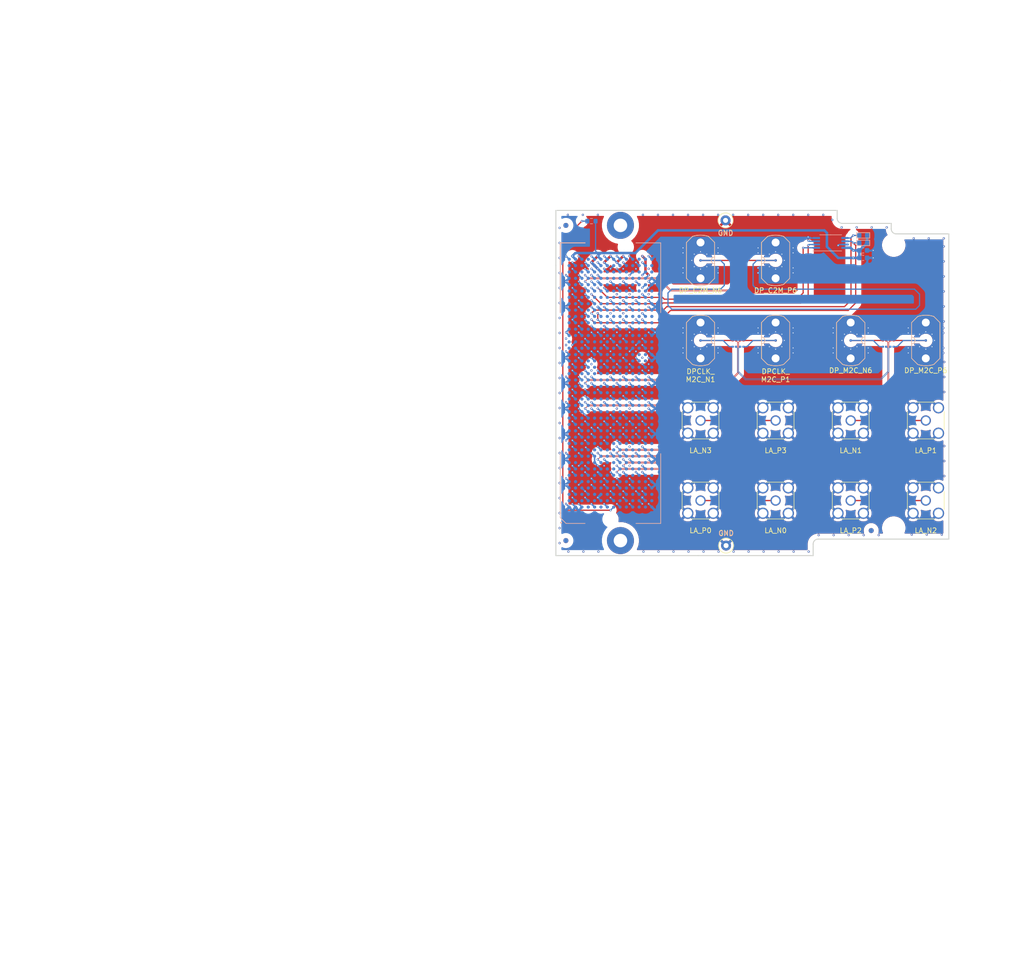
<source format=kicad_pcb>
(kicad_pcb (version 20171130) (host pcbnew 5.1.7-a382d34a8~88~ubuntu16.04.1)
  (title_block (title "FMC+ SMA breakout") (date 2022-12-09) (rev 1.0) (company "Karlsruhe Institute of Technology (KIT)") (comment 1 "Institute for Data Processing and Electronics (IPE)") (comment 2 "Robert Gartmann, Lukas Scheller") (comment 3 "Luis Ardila, Marvin Fuchs, "))
  (layers (0 F.Cu mixed) (1 In1_GND.Cu power) (2 In2_GND.Cu power) (31 B.Cu mixed) (34 B.Paste user) (35 F.Paste user) (36 B.SilkS user) (37 F.SilkS user) (38 B.Mask user) (39 F.Mask user) (44 Edge.Cuts user))
  (net 0 "")
  (net 1 GND)
  (net 2 +3V3_STBY)
  (net 3 /FMCP/FPGA_CLK_C2M_P)
  (net 4 /FMCP/FPGA_CLK_C2M_N)
  (net 5 +3V3_FMCP)
  (net 6 +12V_FMCP)
  (net 7 +1V8_FMCP)
  (net 8 /GA1)
  (net 9 /GA0)
  (net 10 /SDA)
  (net 11 /SCL)
  (net 12 "Net-(J103-PadD30)")
  (net 13 /LA_P0)
  (net 14 /LA_C_P0)
  (net 15 /LA_N0)
  (net 16 /LA_C_N0)
  (net 17 /LA_P2)
  (net 18 /LA_C_P2)
  (net 19 /LA_N2)
  (net 20 /LA_C_N2)
  (net 21 /LA_P3)
  (net 22 /LA_N1)
  (net 23 /LA_P1)
  (net 24 /DPCLK_M2C_N1)
  (net 25 /DPCLK_M2C_P1)
  (net 26 /LA_N3)
  (net 27 /DP_M2C_P6)
  (net 28 /DP_M2C_C_P6)
  (net 29 /DP_M2C_N6)
  (net 30 /DP_M2C_C_N6)
  (net 31 /DP_C2M_P6)
  (net 32 /DP_C2M_N6)
  (net 33 /Test_100_Ohm_P)
  (net 34 /Test_100_Ohm_N)
  (net 35 /LA_R_N1)
  (net 36 /LA_R_P1)
  (net 37 /DPCLK_M2C_R_N1)
  (net 38 /DPCLK_M2C_R_P1)
  (net 39 /PG_M2C)
  (net 40 /LA_R_P3)
  (net 41 /LA_R_N3)
  (net 42 /DP_C2M_R_N6)
  (net 43 /DP_C2M_R_P6)
  (net 44 "Net-(C107-Pad1)")
  (net 45 "Net-(C108-Pad1)")
  (net 46 "Net-(J117-Pad1)")
  (net 47 "Net-(J119-Pad1)")
  (net 48 /Test_50_Ohm)
  (module KIT_Connector:SF2921-61345-1S (layer B.Cu) (at 153.9 51)
    (fp_text reference J121 hide)
    (fp_text value Conn_Coaxial)
    (pad 2 smd custom (at 2 0) (size 0.5 0.5) (layers B.Cu B.Mask) (net 1 GND) (options (clearance outline) (anchor rect)) (primitives (gr_line (start -3.28 0.675) (end -4.28 0.675) (width 0.12)) (gr_arc (start -2 0) (end -4.28 -0.675) (angle 327) (width 0.12)) (gr_arc (start -2 0) (end -3.28 -0.675) (angle 304.4) (width 0.12)) (gr_poly (pts (xy -0.8062 2.0574) (xy -0.1458 1.4732) (xy 0.2352 0.8128) (xy 0.3876 0) (xy 0.2606 -0.7112) (xy -0.0188 -1.3208) (xy -0.4252 -1.778) (xy -0.9332 -2.1082) (xy -1.5682 -2.3368) (xy -2.0508 -2.3622) (xy -2.635 -2.2606) (xy -3.0668 -2.0828) (xy -3.4732 -1.8288) (xy -3.8542 -1.4732) (xy -4.1336 -1.016) (xy -4.2606 -0.6604) (xy -3.2954 -0.6604) (xy -2.8636 -1.1684) (xy -2.3302 -1.397) (xy -1.8222 -1.4224) (xy -1.365 -1.3208) (xy -1.0094 -1.0668) (xy -0.7046 -0.6604) (xy -0.5776 -0.254) (xy -0.5776 0.3048) (xy -0.7808 0.8382) (xy -1.1364 1.1684) (xy -1.5174 1.397) (xy -2.2794 1.4478) (xy -2.8128 1.2192) (xy -3.2446 0.7874) (xy -3.2192 0.7874) (xy -3.2446 0.7112) (xy -3.2954 0.7112) (xy -4.2606 0.6858) (xy -3.8796 1.4478) (xy -3.2446 2.0066) (xy -2.6096 2.286) (xy -1.6952 2.3622)) (width 0.01)) (gr_line (start -3.28 -0.675) (end -4.28 -0.675) (width 0.12))))
    (pad 2 thru_hole circle (at 0 -3.58) (size 1.55 1.55) (drill 1.55) (layers *.Cu *.Mask) (net 1 GND))
    (pad 2 thru_hole circle (at 0 3.58) (size 1.55 1.55) (drill 1.55) (layers *.Cu *.Mask) (net 1 GND))
    (pad 1 smd circle (at 0 0) (size 0.51 0.51) (layers B.Cu B.Mask) (net 48 /Test_50_Ohm) (clearance 1.1))
  )
  (module KIT_Connector:SF2921-61345-1S (layer B.Cu) (at 138.9 51 180)
    (fp_text reference J120 hide)
    (fp_text value Conn_Coaxial)
    (pad 2 smd custom (at 2 0 180) (size 0.5 0.5) (layers B.Cu B.Mask) (net 1 GND) (options (clearance outline) (anchor rect)) (primitives (gr_line (start -3.28 0.675) (end -4.28 0.675) (width 0.12)) (gr_arc (start -2 0) (end -4.28 -0.675) (angle 327) (width 0.12)) (gr_arc (start -2 0) (end -3.28 -0.675) (angle 304.4) (width 0.12)) (gr_poly (pts (xy -0.8062 2.0574) (xy -0.1458 1.4732) (xy 0.2352 0.8128) (xy 0.3876 0) (xy 0.2606 -0.7112) (xy -0.0188 -1.3208) (xy -0.4252 -1.778) (xy -0.9332 -2.1082) (xy -1.5682 -2.3368) (xy -2.0508 -2.3622) (xy -2.635 -2.2606) (xy -3.0668 -2.0828) (xy -3.4732 -1.8288) (xy -3.8542 -1.4732) (xy -4.1336 -1.016) (xy -4.2606 -0.6604) (xy -3.2954 -0.6604) (xy -2.8636 -1.1684) (xy -2.3302 -1.397) (xy -1.8222 -1.4224) (xy -1.365 -1.3208) (xy -1.0094 -1.0668) (xy -0.7046 -0.6604) (xy -0.5776 -0.254) (xy -0.5776 0.3048) (xy -0.7808 0.8382) (xy -1.1364 1.1684) (xy -1.5174 1.397) (xy -2.2794 1.4478) (xy -2.8128 1.2192) (xy -3.2446 0.7874) (xy -3.2192 0.7874) (xy -3.2446 0.7112) (xy -3.2954 0.7112) (xy -4.2606 0.6858) (xy -3.8796 1.4478) (xy -3.2446 2.0066) (xy -2.6096 2.286) (xy -1.6952 2.3622)) (width 0.01)) (gr_line (start -3.28 -0.675) (end -4.28 -0.675) (width 0.12))))
    (pad 2 thru_hole circle (at 0 -3.58 180) (size 1.55 1.55) (drill 1.55) (layers *.Cu *.Mask) (net 1 GND))
    (pad 2 thru_hole circle (at 0 3.58 180) (size 1.55 1.55) (drill 1.55) (layers *.Cu *.Mask) (net 1 GND))
    (pad 1 smd circle (at 0 0 180) (size 0.51 0.51) (layers B.Cu B.Mask) (net 48 /Test_50_Ohm) (clearance 1.1))
  )
  (module KIT_Connector:SF2921-61345-1S (layer B.Cu) (at 138.9 67 180)
    (fp_text reference J119 hide)
    (fp_text value Conn_Coaxial hide)
    (pad 2 smd custom (at 2 0 180) (size 0.5 0.5) (layers B.Cu B.Mask) (net 1 GND) (options (clearance outline) (anchor rect)) (primitives (gr_line (start -3.28 0.675) (end -4.28 0.675) (width 0.12)) (gr_arc (start -2 0) (end -4.28 -0.675) (angle 327) (width 0.12)) (gr_arc (start -2 0) (end -3.28 -0.675) (angle 304.4) (width 0.12)) (gr_poly (pts (xy -0.8062 2.0574) (xy -0.1458 1.4732) (xy 0.2352 0.8128) (xy 0.3876 0) (xy 0.2606 -0.7112) (xy -0.0188 -1.3208) (xy -0.4252 -1.778) (xy -0.9332 -2.1082) (xy -1.5682 -2.3368) (xy -2.0508 -2.3622) (xy -2.635 -2.2606) (xy -3.0668 -2.0828) (xy -3.4732 -1.8288) (xy -3.8542 -1.4732) (xy -4.1336 -1.016) (xy -4.2606 -0.6604) (xy -3.2954 -0.6604) (xy -2.8636 -1.1684) (xy -2.3302 -1.397) (xy -1.8222 -1.4224) (xy -1.365 -1.3208) (xy -1.0094 -1.0668) (xy -0.7046 -0.6604) (xy -0.5776 -0.254) (xy -0.5776 0.3048) (xy -0.7808 0.8382) (xy -1.1364 1.1684) (xy -1.5174 1.397) (xy -2.2794 1.4478) (xy -2.8128 1.2192) (xy -3.2446 0.7874) (xy -3.2192 0.7874) (xy -3.2446 0.7112) (xy -3.2954 0.7112) (xy -4.2606 0.6858) (xy -3.8796 1.4478) (xy -3.2446 2.0066) (xy -2.6096 2.286) (xy -1.6952 2.3622)) (width 0.01)) (gr_line (start -3.28 -0.675) (end -4.28 -0.675) (width 0.12))))
    (pad 2 thru_hole circle (at 0 -3.58 180) (size 1.55 1.55) (drill 1.55) (layers *.Cu *.Mask) (net 1 GND))
    (pad 2 thru_hole circle (at 0 3.58 180) (size 1.55 1.55) (drill 1.55) (layers *.Cu *.Mask) (net 1 GND))
    (pad 1 smd circle (at 0 0 180) (size 0.51 0.51) (layers B.Cu B.Mask) (net 47 "Net-(J119-Pad1)") (clearance 1.1))
  )
  (module KIT_Connector:SF2921-61345-1S (layer B.Cu) (at 183.9 67)
    (fp_text reference J118 hide)
    (fp_text value Conn_Coaxial hide)
    (pad 2 smd custom (at 2 0) (size 0.5 0.5) (layers B.Cu B.Mask) (net 1 GND) (options (clearance outline) (anchor rect)) (primitives (gr_line (start -3.28 0.675) (end -4.28 0.675) (width 0.12)) (gr_arc (start -2 0) (end -4.28 -0.675) (angle 327) (width 0.12)) (gr_arc (start -2 0) (end -3.28 -0.675) (angle 304.4) (width 0.12)) (gr_poly (pts (xy -0.8062 2.0574) (xy -0.1458 1.4732) (xy 0.2352 0.8128) (xy 0.3876 0) (xy 0.2606 -0.7112) (xy -0.0188 -1.3208) (xy -0.4252 -1.778) (xy -0.9332 -2.1082) (xy -1.5682 -2.3368) (xy -2.0508 -2.3622) (xy -2.635 -2.2606) (xy -3.0668 -2.0828) (xy -3.4732 -1.8288) (xy -3.8542 -1.4732) (xy -4.1336 -1.016) (xy -4.2606 -0.6604) (xy -3.2954 -0.6604) (xy -2.8636 -1.1684) (xy -2.3302 -1.397) (xy -1.8222 -1.4224) (xy -1.365 -1.3208) (xy -1.0094 -1.0668) (xy -0.7046 -0.6604) (xy -0.5776 -0.254) (xy -0.5776 0.3048) (xy -0.7808 0.8382) (xy -1.1364 1.1684) (xy -1.5174 1.397) (xy -2.2794 1.4478) (xy -2.8128 1.2192) (xy -3.2446 0.7874) (xy -3.2192 0.7874) (xy -3.2446 0.7112) (xy -3.2954 0.7112) (xy -4.2606 0.6858) (xy -3.8796 1.4478) (xy -3.2446 2.0066) (xy -2.6096 2.286) (xy -1.6952 2.3622)) (width 0.01)) (gr_line (start -3.28 -0.675) (end -4.28 -0.675) (width 0.12))))
    (pad 2 thru_hole circle (at 0 -3.58) (size 1.55 1.55) (drill 1.55) (layers *.Cu *.Mask) (net 1 GND))
    (pad 2 thru_hole circle (at 0 3.58) (size 1.55 1.55) (drill 1.55) (layers *.Cu *.Mask) (net 1 GND))
    (pad 1 smd circle (at 0 0) (size 0.51 0.51) (layers B.Cu B.Mask) (net 45 "Net-(C108-Pad1)") (clearance 1.1))
  )
  (module KIT_Connector:SF2921-61345-1S (layer B.Cu) (at 153.9 67)
    (fp_text reference J117 hide)
    (fp_text value Conn_Coaxial hide)
    (pad 2 smd custom (at 2 0) (size 0.5 0.5) (layers B.Cu B.Mask) (net 1 GND) (options (clearance outline) (anchor rect)) (primitives (gr_line (start -3.28 0.675) (end -4.28 0.675) (width 0.12)) (gr_arc (start -2 0) (end -4.28 -0.675) (angle 327) (width 0.12)) (gr_arc (start -2 0) (end -3.28 -0.675) (angle 304.4) (width 0.12)) (gr_poly (pts (xy -0.8062 2.0574) (xy -0.1458 1.4732) (xy 0.2352 0.8128) (xy 0.3876 0) (xy 0.2606 -0.7112) (xy -0.0188 -1.3208) (xy -0.4252 -1.778) (xy -0.9332 -2.1082) (xy -1.5682 -2.3368) (xy -2.0508 -2.3622) (xy -2.635 -2.2606) (xy -3.0668 -2.0828) (xy -3.4732 -1.8288) (xy -3.8542 -1.4732) (xy -4.1336 -1.016) (xy -4.2606 -0.6604) (xy -3.2954 -0.6604) (xy -2.8636 -1.1684) (xy -2.3302 -1.397) (xy -1.8222 -1.4224) (xy -1.365 -1.3208) (xy -1.0094 -1.0668) (xy -0.7046 -0.6604) (xy -0.5776 -0.254) (xy -0.5776 0.3048) (xy -0.7808 0.8382) (xy -1.1364 1.1684) (xy -1.5174 1.397) (xy -2.2794 1.4478) (xy -2.8128 1.2192) (xy -3.2446 0.7874) (xy -3.2192 0.7874) (xy -3.2446 0.7112) (xy -3.2954 0.7112) (xy -4.2606 0.6858) (xy -3.8796 1.4478) (xy -3.2446 2.0066) (xy -2.6096 2.286) (xy -1.6952 2.3622)) (width 0.01)) (gr_line (start -3.28 -0.675) (end -4.28 -0.675) (width 0.12))))
    (pad 2 thru_hole circle (at 0 -3.58) (size 1.55 1.55) (drill 1.55) (layers *.Cu *.Mask) (net 1 GND))
    (pad 2 thru_hole circle (at 0 3.58) (size 1.55 1.55) (drill 1.55) (layers *.Cu *.Mask) (net 1 GND))
    (pad 1 smd circle (at 0 0) (size 0.51 0.51) (layers B.Cu B.Mask) (net 46 "Net-(J117-Pad1)") (clearance 1.1))
  )
  (module KIT_Connector:SF2921-61345-1S (layer B.Cu) (at 168.9 67 180)
    (fp_text reference J116 hide)
    (fp_text value Conn_Coaxial hide)
    (pad 2 smd custom (at 2 0 180) (size 0.5 0.5) (layers B.Cu B.Mask) (net 1 GND) (options (clearance outline) (anchor rect)) (primitives (gr_line (start -3.28 0.675) (end -4.28 0.675) (width 0.12)) (gr_arc (start -2 0) (end -4.28 -0.675) (angle 327) (width 0.12)) (gr_arc (start -2 0) (end -3.28 -0.675) (angle 304.4) (width 0.12)) (gr_poly (pts (xy -0.8062 2.0574) (xy -0.1458 1.4732) (xy 0.2352 0.8128) (xy 0.3876 0) (xy 0.2606 -0.7112) (xy -0.0188 -1.3208) (xy -0.4252 -1.778) (xy -0.9332 -2.1082) (xy -1.5682 -2.3368) (xy -2.0508 -2.3622) (xy -2.635 -2.2606) (xy -3.0668 -2.0828) (xy -3.4732 -1.8288) (xy -3.8542 -1.4732) (xy -4.1336 -1.016) (xy -4.2606 -0.6604) (xy -3.2954 -0.6604) (xy -2.8636 -1.1684) (xy -2.3302 -1.397) (xy -1.8222 -1.4224) (xy -1.365 -1.3208) (xy -1.0094 -1.0668) (xy -0.7046 -0.6604) (xy -0.5776 -0.254) (xy -0.5776 0.3048) (xy -0.7808 0.8382) (xy -1.1364 1.1684) (xy -1.5174 1.397) (xy -2.2794 1.4478) (xy -2.8128 1.2192) (xy -3.2446 0.7874) (xy -3.2192 0.7874) (xy -3.2446 0.7112) (xy -3.2954 0.7112) (xy -4.2606 0.6858) (xy -3.8796 1.4478) (xy -3.2446 2.0066) (xy -2.6096 2.286) (xy -1.6952 2.3622)) (width 0.01)) (gr_line (start -3.28 -0.675) (end -4.28 -0.675) (width 0.12))))
    (pad 2 thru_hole circle (at 0 -3.58 180) (size 1.55 1.55) (drill 1.55) (layers *.Cu *.Mask) (net 1 GND))
    (pad 2 thru_hole circle (at 0 3.58 180) (size 1.55 1.55) (drill 1.55) (layers *.Cu *.Mask) (net 1 GND))
    (pad 1 smd circle (at 0 0 180) (size 0.51 0.51) (layers B.Cu B.Mask) (net 44 "Net-(C107-Pad1)") (clearance 1.1))
  )
  (module KIT_Connector:SF2921-61345-1S (layer F.Cu) (at 168.9 67 180)
    (fp_text reference J107 hide)
    (fp_text value Conn_Coaxial hide)
    (pad 2 smd custom (at 2 0 180) (size 0.5 0.5) (layers F.Cu F.Mask) (net 1 GND) (options (clearance outline) (anchor rect)) (primitives (gr_line (start -3.28 -0.675) (end -4.28 -0.675) (width 0.12)) (gr_arc (start -2 0) (end -4.28 0.675) (angle -327) (width 0.12)) (gr_arc (start -2 0) (end -3.28 0.675) (angle -304.4) (width 0.12)) (gr_poly (pts (xy -0.8062 -2.0574) (xy -0.1458 -1.4732) (xy 0.2352 -0.8128) (xy 0.3876 0) (xy 0.2606 0.7112) (xy -0.0188 1.3208) (xy -0.4252 1.778) (xy -0.9332 2.1082) (xy -1.5682 2.3368) (xy -2.0508 2.3622) (xy -2.635 2.2606) (xy -3.0668 2.0828) (xy -3.4732 1.8288) (xy -3.8542 1.4732) (xy -4.1336 1.016) (xy -4.2606 0.6604) (xy -3.2954 0.6604) (xy -2.8636 1.1684) (xy -2.3302 1.397) (xy -1.8222 1.4224) (xy -1.365 1.3208) (xy -1.0094 1.0668) (xy -0.7046 0.6604) (xy -0.5776 0.254) (xy -0.5776 -0.3048) (xy -0.7808 -0.8382) (xy -1.1364 -1.1684) (xy -1.5174 -1.397) (xy -2.2794 -1.4478) (xy -2.8128 -1.2192) (xy -3.2446 -0.7874) (xy -3.2192 -0.7874) (xy -3.2446 -0.7112) (xy -3.2954 -0.7112) (xy -4.2606 -0.6858) (xy -3.8796 -1.4478) (xy -3.2446 -2.0066) (xy -2.6096 -2.286) (xy -1.6952 -2.3622)) (width 0.01)) (gr_line (start -3.28 0.675) (end -4.28 0.675) (width 0.12))))
    (pad 2 thru_hole circle (at 0 3.58 180) (size 1.55 1.55) (drill 1.55) (layers *.Cu *.Mask) (net 1 GND))
    (pad 2 thru_hole circle (at 0 -3.58 180) (size 1.55 1.55) (drill 1.55) (layers *.Cu *.Mask) (net 1 GND))
    (pad 1 smd circle (at 0 0 180) (size 0.51 0.51) (layers F.Cu F.Mask) (net 29 /DP_M2C_N6) (clearance 1.1))
  )
  (module KIT_Connector:SF2921-61345-1S (layer F.Cu) (at 183.9 67)
    (fp_text reference J106 hide)
    (fp_text value Conn_Coaxial hide)
    (pad 2 smd custom (at 2 0) (size 0.5 0.5) (layers F.Cu F.Mask) (net 1 GND) (options (clearance outline) (anchor rect)) (primitives (gr_line (start -3.28 -0.675) (end -4.28 -0.675) (width 0.12)) (gr_arc (start -2 0) (end -4.28 0.675) (angle -327) (width 0.12)) (gr_arc (start -2 0) (end -3.28 0.675) (angle -304.4) (width 0.12)) (gr_poly (pts (xy -0.8062 -2.0574) (xy -0.1458 -1.4732) (xy 0.2352 -0.8128) (xy 0.3876 0) (xy 0.2606 0.7112) (xy -0.0188 1.3208) (xy -0.4252 1.778) (xy -0.9332 2.1082) (xy -1.5682 2.3368) (xy -2.0508 2.3622) (xy -2.635 2.2606) (xy -3.0668 2.0828) (xy -3.4732 1.8288) (xy -3.8542 1.4732) (xy -4.1336 1.016) (xy -4.2606 0.6604) (xy -3.2954 0.6604) (xy -2.8636 1.1684) (xy -2.3302 1.397) (xy -1.8222 1.4224) (xy -1.365 1.3208) (xy -1.0094 1.0668) (xy -0.7046 0.6604) (xy -0.5776 0.254) (xy -0.5776 -0.3048) (xy -0.7808 -0.8382) (xy -1.1364 -1.1684) (xy -1.5174 -1.397) (xy -2.2794 -1.4478) (xy -2.8128 -1.2192) (xy -3.2446 -0.7874) (xy -3.2192 -0.7874) (xy -3.2446 -0.7112) (xy -3.2954 -0.7112) (xy -4.2606 -0.6858) (xy -3.8796 -1.4478) (xy -3.2446 -2.0066) (xy -2.6096 -2.286) (xy -1.6952 -2.3622)) (width 0.01)) (gr_line (start -3.28 0.675) (end -4.28 0.675) (width 0.12))))
    (pad 2 thru_hole circle (at 0 3.58) (size 1.55 1.55) (drill 1.55) (layers *.Cu *.Mask) (net 1 GND))
    (pad 2 thru_hole circle (at 0 -3.58) (size 1.55 1.55) (drill 1.55) (layers *.Cu *.Mask) (net 1 GND))
    (pad 1 smd circle (at 0 0) (size 0.51 0.51) (layers F.Cu F.Mask) (net 27 /DP_M2C_P6) (clearance 1.1))
  )
  (module KIT_Connector:SF2921-61345-1S (layer F.Cu) (at 138.9 67 180)
    (fp_text reference J105 hide)
    (fp_text value Conn_Coaxial hide)
    (pad 2 smd custom (at 2 0 180) (size 0.5 0.5) (layers F.Cu F.Mask) (net 1 GND) (options (clearance outline) (anchor rect)) (primitives (gr_line (start -3.28 -0.675) (end -4.28 -0.675) (width 0.12)) (gr_arc (start -2 0) (end -4.28 0.675) (angle -327) (width 0.12)) (gr_arc (start -2 0) (end -3.28 0.675) (angle -304.4) (width 0.12)) (gr_poly (pts (xy -0.8062 -2.0574) (xy -0.1458 -1.4732) (xy 0.2352 -0.8128) (xy 0.3876 0) (xy 0.2606 0.7112) (xy -0.0188 1.3208) (xy -0.4252 1.778) (xy -0.9332 2.1082) (xy -1.5682 2.3368) (xy -2.0508 2.3622) (xy -2.635 2.2606) (xy -3.0668 2.0828) (xy -3.4732 1.8288) (xy -3.8542 1.4732) (xy -4.1336 1.016) (xy -4.2606 0.6604) (xy -3.2954 0.6604) (xy -2.8636 1.1684) (xy -2.3302 1.397) (xy -1.8222 1.4224) (xy -1.365 1.3208) (xy -1.0094 1.0668) (xy -0.7046 0.6604) (xy -0.5776 0.254) (xy -0.5776 -0.3048) (xy -0.7808 -0.8382) (xy -1.1364 -1.1684) (xy -1.5174 -1.397) (xy -2.2794 -1.4478) (xy -2.8128 -1.2192) (xy -3.2446 -0.7874) (xy -3.2192 -0.7874) (xy -3.2446 -0.7112) (xy -3.2954 -0.7112) (xy -4.2606 -0.6858) (xy -3.8796 -1.4478) (xy -3.2446 -2.0066) (xy -2.6096 -2.286) (xy -1.6952 -2.3622)) (width 0.01)) (gr_line (start -3.28 0.675) (end -4.28 0.675) (width 0.12))))
    (pad 2 thru_hole circle (at 0 3.58 180) (size 1.55 1.55) (drill 1.55) (layers *.Cu *.Mask) (net 1 GND))
    (pad 2 thru_hole circle (at 0 -3.58 180) (size 1.55 1.55) (drill 1.55) (layers *.Cu *.Mask) (net 1 GND))
    (pad 1 smd circle (at 0 0 180) (size 0.51 0.51) (layers F.Cu F.Mask) (net 24 /DPCLK_M2C_N1) (clearance 1.1))
  )
  (module KIT_Connector:SF2921-61345-1S (layer F.Cu) (at 153.9 67)
    (fp_text reference J104 hide)
    (fp_text value Conn_Coaxial hide)
    (pad 2 smd custom (at 2 0) (size 0.5 0.5) (layers F.Cu F.Mask) (net 1 GND) (options (clearance outline) (anchor rect)) (primitives (gr_line (start -3.28 -0.675) (end -4.28 -0.675) (width 0.12)) (gr_arc (start -2 0) (end -4.28 0.675) (angle -327) (width 0.12)) (gr_arc (start -2 0) (end -3.28 0.675) (angle -304.4) (width 0.12)) (gr_poly (pts (xy -0.8062 -2.0574) (xy -0.1458 -1.4732) (xy 0.2352 -0.8128) (xy 0.3876 0) (xy 0.2606 0.7112) (xy -0.0188 1.3208) (xy -0.4252 1.778) (xy -0.9332 2.1082) (xy -1.5682 2.3368) (xy -2.0508 2.3622) (xy -2.635 2.2606) (xy -3.0668 2.0828) (xy -3.4732 1.8288) (xy -3.8542 1.4732) (xy -4.1336 1.016) (xy -4.2606 0.6604) (xy -3.2954 0.6604) (xy -2.8636 1.1684) (xy -2.3302 1.397) (xy -1.8222 1.4224) (xy -1.365 1.3208) (xy -1.0094 1.0668) (xy -0.7046 0.6604) (xy -0.5776 0.254) (xy -0.5776 -0.3048) (xy -0.7808 -0.8382) (xy -1.1364 -1.1684) (xy -1.5174 -1.397) (xy -2.2794 -1.4478) (xy -2.8128 -1.2192) (xy -3.2446 -0.7874) (xy -3.2192 -0.7874) (xy -3.2446 -0.7112) (xy -3.2954 -0.7112) (xy -4.2606 -0.6858) (xy -3.8796 -1.4478) (xy -3.2446 -2.0066) (xy -2.6096 -2.286) (xy -1.6952 -2.3622)) (width 0.01)) (gr_line (start -3.28 0.675) (end -4.28 0.675) (width 0.12))))
    (pad 2 thru_hole circle (at 0 3.58) (size 1.55 1.55) (drill 1.55) (layers *.Cu *.Mask) (net 1 GND))
    (pad 2 thru_hole circle (at 0 -3.58) (size 1.55 1.55) (drill 1.55) (layers *.Cu *.Mask) (net 1 GND))
    (pad 1 smd circle (at 0 0) (size 0.51 0.51) (layers F.Cu F.Mask) (net 25 /DPCLK_M2C_P1) (clearance 1.1))
  )
  (module KIT_Connector:SF2921-61345-1S (layer F.Cu) (at 138.9 51 180)
    (fp_text reference J102 hide)
    (fp_text value Conn_Coaxial hide)
    (pad 2 smd custom (at 2 0 180) (size 0.5 0.5) (layers F.Cu F.Mask) (net 1 GND) (options (clearance outline) (anchor rect)) (primitives (gr_line (start -3.28 -0.675) (end -4.28 -0.675) (width 0.12)) (gr_arc (start -2 0) (end -4.28 0.675) (angle -327) (width 0.12)) (gr_arc (start -2 0) (end -3.28 0.675) (angle -304.4) (width 0.12)) (gr_poly (pts (xy -0.8062 -2.0574) (xy -0.1458 -1.4732) (xy 0.2352 -0.8128) (xy 0.3876 0) (xy 0.2606 0.7112) (xy -0.0188 1.3208) (xy -0.4252 1.778) (xy -0.9332 2.1082) (xy -1.5682 2.3368) (xy -2.0508 2.3622) (xy -2.635 2.2606) (xy -3.0668 2.0828) (xy -3.4732 1.8288) (xy -3.8542 1.4732) (xy -4.1336 1.016) (xy -4.2606 0.6604) (xy -3.2954 0.6604) (xy -2.8636 1.1684) (xy -2.3302 1.397) (xy -1.8222 1.4224) (xy -1.365 1.3208) (xy -1.0094 1.0668) (xy -0.7046 0.6604) (xy -0.5776 0.254) (xy -0.5776 -0.3048) (xy -0.7808 -0.8382) (xy -1.1364 -1.1684) (xy -1.5174 -1.397) (xy -2.2794 -1.4478) (xy -2.8128 -1.2192) (xy -3.2446 -0.7874) (xy -3.2192 -0.7874) (xy -3.2446 -0.7112) (xy -3.2954 -0.7112) (xy -4.2606 -0.6858) (xy -3.8796 -1.4478) (xy -3.2446 -2.0066) (xy -2.6096 -2.286) (xy -1.6952 -2.3622)) (width 0.01)) (gr_line (start -3.28 0.675) (end -4.28 0.675) (width 0.12))))
    (pad 2 thru_hole circle (at 0 3.58 180) (size 1.55 1.55) (drill 1.55) (layers *.Cu *.Mask) (net 1 GND))
    (pad 2 thru_hole circle (at 0 -3.58 180) (size 1.55 1.55) (drill 1.55) (layers *.Cu *.Mask) (net 1 GND))
    (pad 1 smd circle (at 0 0 180) (size 0.51 0.51) (layers F.Cu F.Mask) (net 32 /DP_C2M_N6) (clearance 1.1))
  )
  (module KIT_Connector:SF2921-61345-1S (layer F.Cu) (at 153.9 51)
    (fp_text reference J101 hide)
    (fp_text value Conn_Coaxial hide)
    (pad 2 smd custom (at 2 0) (size 0.5 0.5) (layers F.Cu F.Mask) (net 1 GND) (options (clearance outline) (anchor rect)) (primitives (gr_line (start -3.28 -0.675) (end -4.28 -0.675) (width 0.12)) (gr_arc (start -2 0) (end -4.28 0.675) (angle -327) (width 0.12)) (gr_arc (start -2 0) (end -3.28 0.675) (angle -304.4) (width 0.12)) (gr_poly (pts (xy -0.8062 -2.0574) (xy -0.1458 -1.4732) (xy 0.2352 -0.8128) (xy 0.3876 0) (xy 0.2606 0.7112) (xy -0.0188 1.3208) (xy -0.4252 1.778) (xy -0.9332 2.1082) (xy -1.5682 2.3368) (xy -2.0508 2.3622) (xy -2.635 2.2606) (xy -3.0668 2.0828) (xy -3.4732 1.8288) (xy -3.8542 1.4732) (xy -4.1336 1.016) (xy -4.2606 0.6604) (xy -3.2954 0.6604) (xy -2.8636 1.1684) (xy -2.3302 1.397) (xy -1.8222 1.4224) (xy -1.365 1.3208) (xy -1.0094 1.0668) (xy -0.7046 0.6604) (xy -0.5776 0.254) (xy -0.5776 -0.3048) (xy -0.7808 -0.8382) (xy -1.1364 -1.1684) (xy -1.5174 -1.397) (xy -2.2794 -1.4478) (xy -2.8128 -1.2192) (xy -3.2446 -0.7874) (xy -3.2192 -0.7874) (xy -3.2446 -0.7112) (xy -3.2954 -0.7112) (xy -4.2606 -0.6858) (xy -3.8796 -1.4478) (xy -3.2446 -2.0066) (xy -2.6096 -2.286) (xy -1.6952 -2.3622)) (width 0.01)) (gr_line (start -3.28 0.675) (end -4.28 0.675) (width 0.12))))
    (pad 2 thru_hole circle (at 0 3.58) (size 1.55 1.55) (drill 1.55) (layers *.Cu *.Mask) (net 1 GND))
    (pad 2 thru_hole circle (at 0 -3.58) (size 1.55 1.55) (drill 1.55) (layers *.Cu *.Mask) (net 1 GND))
    (pad 1 smd circle (at 0 0) (size 0.51 0.51) (layers F.Cu F.Mask) (net 31 /DP_C2M_P6) (clearance 1.1))
  )
  (module KIT_Graphic:IPE_LOGO_MASK_2.5x1.4mm (layer F.Cu) (at 180.65 59.25)
    (fp_text reference G*** hide)
    (fp_text value LOGO hide)
  )
  (module KIT_Connector:FMC_SEAM_ASP_184330_BGA-560_40x14_55.778x19.76mm (layer B.Cu) (at 120.915 75.535 270)
    (fp_text reference J103 hide)
    (fp_text value FMCP_VITA57.4 hide)
    (pad "" np_thru_hole circle (at -27.1905 -3.05 270) (size 1.27 1.27) (drill 1.27) (layers *.Cu *.Mask))
    (pad "" np_thru_hole circle (at 27.1905 0 270) (size 1.27 1.27) (drill 1.27) (layers *.Cu *.Mask))
    (pad L9 smd circle (at 14.605 -6.985 90) (size 0.64 0.64) (layers B.Cu B.Paste B.Mask))
    (pad K9 smd circle (at 14.605 -5.715 90) (size 0.64 0.64) (layers B.Cu B.Paste B.Mask) (net 1 GND))
    (pad J9 smd circle (at 14.605 -4.445 90) (size 0.64 0.64) (layers B.Cu B.Paste B.Mask))
    (pad H9 smd circle (at 14.605 -3.175 90) (size 0.64 0.64) (layers B.Cu B.Paste B.Mask) (net 1 GND))
    (pad G9 smd circle (at 14.605 -1.905 90) (size 0.64 0.64) (layers B.Cu B.Paste B.Mask) (net 40 /LA_R_P3))
    (pad F9 smd circle (at 14.605 -0.635 90) (size 0.64 0.64) (layers B.Cu B.Paste B.Mask) (net 1 GND))
    (pad E9 smd circle (at 14.605 0.635 90) (size 0.64 0.64) (layers B.Cu B.Paste B.Mask))
    (pad D9 smd circle (at 14.605 1.905 90) (size 0.64 0.64) (layers B.Cu B.Paste B.Mask) (net 35 /LA_R_N1))
    (pad C9 smd circle (at 14.605 3.175 90) (size 0.64 0.64) (layers B.Cu B.Paste B.Mask) (net 1 GND))
    (pad B9 smd circle (at 14.605 4.445 90) (size 0.64 0.64) (layers B.Cu B.Paste B.Mask))
    (pad A9 smd circle (at 14.605 5.715 90) (size 0.64 0.64) (layers B.Cu B.Paste B.Mask) (net 1 GND))
    (pad Y8 smd circle (at 15.875 8.255 90) (size 0.64 0.64) (layers B.Cu B.Paste B.Mask) (net 1 GND))
    (pad Z8 smd circle (at 15.875 6.985 90) (size 0.64 0.64) (layers B.Cu B.Paste B.Mask))
    (pad M8 smd circle (at 15.875 -8.255 90) (size 0.64 0.64) (layers B.Cu B.Paste B.Mask) (net 1 GND))
    (pad L8 smd circle (at 15.875 -6.985 90) (size 0.64 0.64) (layers B.Cu B.Paste B.Mask))
    (pad K8 smd circle (at 15.875 -5.715 90) (size 0.64 0.64) (layers B.Cu B.Paste B.Mask))
    (pad J8 smd circle (at 15.875 -4.445 90) (size 0.64 0.64) (layers B.Cu B.Paste B.Mask) (net 1 GND))
    (pad H8 smd circle (at 15.875 -3.175 90) (size 0.64 0.64) (layers B.Cu B.Paste B.Mask) (net 20 /LA_C_N2))
    (pad G8 smd circle (at 15.875 -1.905 90) (size 0.64 0.64) (layers B.Cu B.Paste B.Mask) (net 1 GND))
    (pad F8 smd circle (at 15.875 -0.635 90) (size 0.64 0.64) (layers B.Cu B.Paste B.Mask))
    (pad E8 smd circle (at 15.875 0.635 90) (size 0.64 0.64) (layers B.Cu B.Paste B.Mask) (net 1 GND))
    (pad D8 smd circle (at 15.875 1.905 90) (size 0.64 0.64) (layers B.Cu B.Paste B.Mask) (net 36 /LA_R_P1))
    (pad C8 smd circle (at 15.875 3.175 90) (size 0.64 0.64) (layers B.Cu B.Paste B.Mask) (net 1 GND))
    (pad B8 smd circle (at 15.875 4.445 90) (size 0.64 0.64) (layers B.Cu B.Paste B.Mask))
    (pad A8 smd circle (at 15.875 5.715 90) (size 0.64 0.64) (layers B.Cu B.Paste B.Mask) (net 1 GND))
    (pad Y7 smd circle (at 17.145 8.255 90) (size 0.64 0.64) (layers B.Cu B.Paste B.Mask))
    (pad Z7 smd circle (at 17.145 6.985 90) (size 0.64 0.64) (layers B.Cu B.Paste B.Mask) (net 1 GND))
    (pad M7 smd circle (at 17.145 -8.255 90) (size 0.64 0.64) (layers B.Cu B.Paste B.Mask))
    (pad L7 smd circle (at 17.145 -6.985 90) (size 0.64 0.64) (layers B.Cu B.Paste B.Mask) (net 1 GND))
    (pad K7 smd circle (at 17.145 -5.715 90) (size 0.64 0.64) (layers B.Cu B.Paste B.Mask))
    (pad J7 smd circle (at 17.145 -4.445 90) (size 0.64 0.64) (layers B.Cu B.Paste B.Mask))
    (pad H7 smd circle (at 17.145 -3.175 90) (size 0.64 0.64) (layers B.Cu B.Paste B.Mask) (net 18 /LA_C_P2))
    (pad G7 smd circle (at 17.145 -1.905 90) (size 0.64 0.64) (layers B.Cu B.Paste B.Mask) (net 16 /LA_C_N0))
    (pad F7 smd circle (at 17.145 -0.635 90) (size 0.64 0.64) (layers B.Cu B.Paste B.Mask))
    (pad E7 smd circle (at 17.145 0.635 90) (size 0.64 0.64) (layers B.Cu B.Paste B.Mask))
    (pad D7 smd circle (at 17.145 1.905 90) (size 0.64 0.64) (layers B.Cu B.Paste B.Mask) (net 1 GND))
    (pad C7 smd circle (at 17.145 3.175 90) (size 0.64 0.64) (layers B.Cu B.Paste B.Mask))
    (pad B7 smd circle (at 17.145 4.445 90) (size 0.64 0.64) (layers B.Cu B.Paste B.Mask) (net 1 GND))
    (pad A7 smd circle (at 17.145 5.715 90) (size 0.64 0.64) (layers B.Cu B.Paste B.Mask))
    (pad Y6 smd circle (at 18.415 8.255 90) (size 0.64 0.64) (layers B.Cu B.Paste B.Mask))
    (pad Z6 smd circle (at 18.415 6.985 90) (size 0.64 0.64) (layers B.Cu B.Paste B.Mask) (net 1 GND))
    (pad M6 smd circle (at 18.415 -8.255 90) (size 0.64 0.64) (layers B.Cu B.Paste B.Mask))
    (pad L6 smd circle (at 18.415 -6.985 90) (size 0.64 0.64) (layers B.Cu B.Paste B.Mask) (net 1 GND))
    (pad K6 smd circle (at 18.415 -5.715 90) (size 0.64 0.64) (layers B.Cu B.Paste B.Mask) (net 1 GND))
    (pad J6 smd circle (at 18.415 -4.445 90) (size 0.64 0.64) (layers B.Cu B.Paste B.Mask))
    (pad H6 smd circle (at 18.415 -3.175 90) (size 0.64 0.64) (layers B.Cu B.Paste B.Mask) (net 1 GND))
    (pad G6 smd circle (at 18.415 -1.905 90) (size 0.64 0.64) (layers B.Cu B.Paste B.Mask) (net 14 /LA_C_P0))
    (pad F6 smd circle (at 18.415 -0.635 90) (size 0.64 0.64) (layers B.Cu B.Paste B.Mask) (net 1 GND))
    (pad E6 smd circle (at 18.415 0.635 90) (size 0.64 0.64) (layers B.Cu B.Paste B.Mask))
    (pad D6 smd circle (at 18.415 1.905 90) (size 0.64 0.64) (layers B.Cu B.Paste B.Mask) (net 1 GND))
    (pad C6 smd circle (at 18.415 3.175 90) (size 0.64 0.64) (layers B.Cu B.Paste B.Mask))
    (pad B6 smd circle (at 18.415 4.445 90) (size 0.64 0.64) (layers B.Cu B.Paste B.Mask) (net 1 GND))
    (pad A6 smd circle (at 18.415 5.715 90) (size 0.64 0.64) (layers B.Cu B.Paste B.Mask))
    (pad Y5 smd circle (at 19.685 8.255 90) (size 0.64 0.64) (layers B.Cu B.Paste B.Mask) (net 1 GND))
    (pad Z5 smd circle (at 19.685 6.985 90) (size 0.64 0.64) (layers B.Cu B.Paste B.Mask))
    (pad M5 smd circle (at 19.685 -8.255 90) (size 0.64 0.64) (layers B.Cu B.Paste B.Mask) (net 1 GND))
    (pad L5 smd circle (at 19.685 -6.985 90) (size 0.64 0.64) (layers B.Cu B.Paste B.Mask))
    (pad K5 smd circle (at 19.685 -5.715 90) (size 0.64 0.64) (layers B.Cu B.Paste B.Mask))
    (pad J5 smd circle (at 19.685 -4.445 90) (size 0.64 0.64) (layers B.Cu B.Paste B.Mask) (net 1 GND))
    (pad H5 smd circle (at 19.685 -3.175 90) (size 0.64 0.64) (layers B.Cu B.Paste B.Mask))
    (pad G5 smd circle (at 19.685 -1.905 90) (size 0.64 0.64) (layers B.Cu B.Paste B.Mask) (net 1 GND))
    (pad F5 smd circle (at 19.685 -0.635 90) (size 0.64 0.64) (layers B.Cu B.Paste B.Mask))
    (pad E5 smd circle (at 19.685 0.635 90) (size 0.64 0.64) (layers B.Cu B.Paste B.Mask) (net 1 GND))
    (pad D5 smd circle (at 19.685 1.905 90) (size 0.64 0.64) (layers B.Cu B.Paste B.Mask))
    (pad C5 smd circle (at 19.685 3.175 90) (size 0.64 0.64) (layers B.Cu B.Paste B.Mask) (net 1 GND))
    (pad B5 smd circle (at 19.685 4.445 90) (size 0.64 0.64) (layers B.Cu B.Paste B.Mask))
    (pad A5 smd circle (at 19.685 5.715 90) (size 0.64 0.64) (layers B.Cu B.Paste B.Mask) (net 1 GND))
    (pad Y4 smd circle (at 20.955 8.255 90) (size 0.64 0.64) (layers B.Cu B.Paste B.Mask) (net 1 GND))
    (pad Z4 smd circle (at 20.955 6.985 90) (size 0.64 0.64) (layers B.Cu B.Paste B.Mask))
    (pad M4 smd circle (at 20.955 -8.255 90) (size 0.64 0.64) (layers B.Cu B.Paste B.Mask) (net 1 GND))
    (pad L4 smd circle (at 20.955 -6.985 90) (size 0.64 0.64) (layers B.Cu B.Paste B.Mask))
    (pad K4 smd circle (at 20.955 -5.715 90) (size 0.64 0.64) (layers B.Cu B.Paste B.Mask))
    (pad J4 smd circle (at 20.955 -4.445 90) (size 0.64 0.64) (layers B.Cu B.Paste B.Mask) (net 1 GND))
    (pad H4 smd circle (at 20.955 -3.175 90) (size 0.64 0.64) (layers B.Cu B.Paste B.Mask))
    (pad G4 smd circle (at 20.955 -1.905 90) (size 0.64 0.64) (layers B.Cu B.Paste B.Mask) (net 1 GND))
    (pad F4 smd circle (at 20.955 -0.635 90) (size 0.64 0.64) (layers B.Cu B.Paste B.Mask))
    (pad E4 smd circle (at 20.955 0.635 90) (size 0.64 0.64) (layers B.Cu B.Paste B.Mask) (net 1 GND))
    (pad D4 smd circle (at 20.955 1.905 90) (size 0.64 0.64) (layers B.Cu B.Paste B.Mask))
    (pad C4 smd circle (at 20.955 3.175 90) (size 0.64 0.64) (layers B.Cu B.Paste B.Mask) (net 1 GND))
    (pad B4 smd circle (at 20.955 4.445 90) (size 0.64 0.64) (layers B.Cu B.Paste B.Mask))
    (pad A4 smd circle (at 20.955 5.715 90) (size 0.64 0.64) (layers B.Cu B.Paste B.Mask) (net 1 GND))
    (pad Y3 smd circle (at 22.225 8.255 90) (size 0.64 0.64) (layers B.Cu B.Paste B.Mask))
    (pad Z3 smd circle (at 22.225 6.985 90) (size 0.64 0.64) (layers B.Cu B.Paste B.Mask) (net 1 GND))
    (pad M3 smd circle (at 22.225 -8.255 90) (size 0.64 0.64) (layers B.Cu B.Paste B.Mask))
    (pad L3 smd circle (at 22.225 -6.985 90) (size 0.64 0.64) (layers B.Cu B.Paste B.Mask) (net 1 GND))
    (pad K3 smd circle (at 22.225 -5.715 90) (size 0.64 0.64) (layers B.Cu B.Paste B.Mask) (net 1 GND))
    (pad J3 smd circle (at 22.225 -4.445 90) (size 0.64 0.64) (layers B.Cu B.Paste B.Mask))
    (pad Y40 smd circle (at -24.765 8.255 90) (size 0.64 0.64) (layers B.Cu B.Paste B.Mask) (net 1 GND))
    (pad Z40 smd circle (at -24.765 6.985 90) (size 0.64 0.64) (layers B.Cu B.Paste B.Mask) (net 5 +3V3_FMCP))
    (pad M40 smd circle (at -24.765 -8.255 90) (size 0.64 0.64) (layers B.Cu B.Paste B.Mask) (net 1 GND))
    (pad L40 smd circle (at -24.765 -6.985 90) (size 0.64 0.64) (layers B.Cu B.Paste B.Mask) (net 6 +12V_FMCP))
    (pad K40 smd circle (at -24.765 -5.715 90) (size 0.64 0.64) (layers B.Cu B.Paste B.Mask))
    (pad J40 smd circle (at -24.765 -4.445 90) (size 0.64 0.64) (layers B.Cu B.Paste B.Mask) (net 1 GND))
    (pad H40 smd circle (at -24.765 -3.175 90) (size 0.64 0.64) (layers B.Cu B.Paste B.Mask) (net 7 +1V8_FMCP))
    (pad G40 smd circle (at -24.765 -1.905 90) (size 0.64 0.64) (layers B.Cu B.Paste B.Mask) (net 1 GND))
    (pad F40 smd circle (at -24.765 -0.635 90) (size 0.64 0.64) (layers B.Cu B.Paste B.Mask) (net 7 +1V8_FMCP))
    (pad E40 smd circle (at -24.765 0.635 90) (size 0.64 0.64) (layers B.Cu B.Paste B.Mask) (net 1 GND))
    (pad D40 smd circle (at -24.765 1.905 90) (size 0.64 0.64) (layers B.Cu B.Paste B.Mask) (net 5 +3V3_FMCP))
    (pad C40 smd circle (at -24.765 3.175 90) (size 0.64 0.64) (layers B.Cu B.Paste B.Mask) (net 1 GND))
    (pad B40 smd circle (at -24.765 4.445 90) (size 0.64 0.64) (layers B.Cu B.Paste B.Mask))
    (pad A40 smd circle (at -24.765 5.715 90) (size 0.64 0.64) (layers B.Cu B.Paste B.Mask) (net 1 GND))
    (pad Y39 smd circle (at -23.495 8.255 90) (size 0.64 0.64) (layers B.Cu B.Paste B.Mask))
    (pad Z39 smd circle (at -23.495 6.985 90) (size 0.64 0.64) (layers B.Cu B.Paste B.Mask) (net 1 GND))
    (pad M39 smd circle (at -23.495 -8.255 90) (size 0.64 0.64) (layers B.Cu B.Paste B.Mask))
    (pad L39 smd circle (at -23.495 -6.985 90) (size 0.64 0.64) (layers B.Cu B.Paste B.Mask) (net 1 GND))
    (pad K39 smd circle (at -23.495 -5.715 90) (size 0.64 0.64) (layers B.Cu B.Paste B.Mask) (net 1 GND))
    (pad J39 smd circle (at -23.495 -4.445 90) (size 0.64 0.64) (layers B.Cu B.Paste B.Mask))
    (pad H39 smd circle (at -23.495 -3.175 90) (size 0.64 0.64) (layers B.Cu B.Paste B.Mask) (net 1 GND))
    (pad G39 smd circle (at -23.495 -1.905 90) (size 0.64 0.64) (layers B.Cu B.Paste B.Mask) (net 7 +1V8_FMCP))
    (pad F39 smd circle (at -23.495 -0.635 90) (size 0.64 0.64) (layers B.Cu B.Paste B.Mask) (net 1 GND))
    (pad E39 smd circle (at -23.495 0.635 90) (size 0.64 0.64) (layers B.Cu B.Paste B.Mask) (net 7 +1V8_FMCP))
    (pad D39 smd circle (at -23.495 1.905 90) (size 0.64 0.64) (layers B.Cu B.Paste B.Mask) (net 1 GND))
    (pad C39 smd circle (at -23.495 3.175 90) (size 0.64 0.64) (layers B.Cu B.Paste B.Mask) (net 5 +3V3_FMCP))
    (pad B39 smd circle (at -23.495 4.445 90) (size 0.64 0.64) (layers B.Cu B.Paste B.Mask) (net 1 GND))
    (pad A39 smd circle (at -23.495 5.715 90) (size 0.64 0.64) (layers B.Cu B.Paste B.Mask))
    (pad Y38 smd circle (at -22.225 8.255 90) (size 0.64 0.64) (layers B.Cu B.Paste B.Mask))
    (pad Z38 smd circle (at -22.225 6.985 90) (size 0.64 0.64) (layers B.Cu B.Paste B.Mask) (net 1 GND))
    (pad M38 smd circle (at -22.225 -8.255 90) (size 0.64 0.64) (layers B.Cu B.Paste B.Mask))
    (pad L38 smd circle (at -22.225 -6.985 90) (size 0.64 0.64) (layers B.Cu B.Paste B.Mask) (net 1 GND))
    (pad K38 smd circle (at -22.225 -5.715 90) (size 0.64 0.64) (layers B.Cu B.Paste B.Mask))
    (pad J38 smd circle (at -22.225 -4.445 90) (size 0.64 0.64) (layers B.Cu B.Paste B.Mask) (net 1 GND))
    (pad H38 smd circle (at -22.225 -3.175 90) (size 0.64 0.64) (layers B.Cu B.Paste B.Mask))
    (pad G38 smd circle (at -22.225 -1.905 90) (size 0.64 0.64) (layers B.Cu B.Paste B.Mask) (net 1 GND))
    (pad F38 smd circle (at -22.225 -0.635 90) (size 0.64 0.64) (layers B.Cu B.Paste B.Mask))
    (pad E38 smd circle (at -22.225 0.635 90) (size 0.64 0.64) (layers B.Cu B.Paste B.Mask) (net 1 GND))
    (pad D38 smd circle (at -22.225 1.905 90) (size 0.64 0.64) (layers B.Cu B.Paste B.Mask) (net 5 +3V3_FMCP))
    (pad C38 smd circle (at -22.225 3.175 90) (size 0.64 0.64) (layers B.Cu B.Paste B.Mask) (net 1 GND))
    (pad B38 smd circle (at -22.225 4.445 90) (size 0.64 0.64) (layers B.Cu B.Paste B.Mask) (net 1 GND))
    (pad A38 smd circle (at -22.225 5.715 90) (size 0.64 0.64) (layers B.Cu B.Paste B.Mask))
    (pad Y37 smd circle (at -20.955 8.255 90) (size 0.64 0.64) (layers B.Cu B.Paste B.Mask) (net 1 GND))
    (pad Z37 smd circle (at -20.955 6.985 90) (size 0.64 0.64) (layers B.Cu B.Paste B.Mask))
    (pad M37 smd circle (at -20.955 -8.255 90) (size 0.64 0.64) (layers B.Cu B.Paste B.Mask) (net 1 GND))
    (pad L37 smd circle (at -20.955 -6.985 90) (size 0.64 0.64) (layers B.Cu B.Paste B.Mask) (net 6 +12V_FMCP))
    (pad K37 smd circle (at -20.955 -5.715 90) (size 0.64 0.64) (layers B.Cu B.Paste B.Mask))
    (pad J37 smd circle (at -20.955 -4.445 90) (size 0.64 0.64) (layers B.Cu B.Paste B.Mask))
    (pad H37 smd circle (at -20.955 -3.175 90) (size 0.64 0.64) (layers B.Cu B.Paste B.Mask))
    (pad G37 smd circle (at -20.955 -1.905 90) (size 0.64 0.64) (layers B.Cu B.Paste B.Mask))
    (pad F37 smd circle (at -20.955 -0.635 90) (size 0.64 0.64) (layers B.Cu B.Paste B.Mask))
    (pad E37 smd circle (at -20.955 0.635 90) (size 0.64 0.64) (layers B.Cu B.Paste B.Mask))
    (pad D37 smd circle (at -20.955 1.905 90) (size 0.64 0.64) (layers B.Cu B.Paste B.Mask) (net 1 GND))
    (pad C37 smd circle (at -20.955 3.175 90) (size 0.64 0.64) (layers B.Cu B.Paste B.Mask) (net 6 +12V_FMCP))
    (pad B37 smd circle (at -20.955 4.445 90) (size 0.64 0.64) (layers B.Cu B.Paste B.Mask) (net 42 /DP_C2M_R_N6))
    (pad A37 smd circle (at -20.955 5.715 90) (size 0.64 0.64) (layers B.Cu B.Paste B.Mask) (net 1 GND))
    (pad Y36 smd circle (at -19.685 8.255 90) (size 0.64 0.64) (layers B.Cu B.Paste B.Mask) (net 1 GND))
    (pad Z36 smd circle (at -19.685 6.985 90) (size 0.64 0.64) (layers B.Cu B.Paste B.Mask))
    (pad M36 smd circle (at -19.685 -8.255 90) (size 0.64 0.64) (layers B.Cu B.Paste B.Mask) (net 1 GND))
    (pad L36 smd circle (at -19.685 -6.985 90) (size 0.64 0.64) (layers B.Cu B.Paste B.Mask) (net 6 +12V_FMCP))
    (pad K36 smd circle (at -19.685 -5.715 90) (size 0.64 0.64) (layers B.Cu B.Paste B.Mask) (net 1 GND))
    (pad J36 smd circle (at -19.685 -4.445 90) (size 0.64 0.64) (layers B.Cu B.Paste B.Mask))
    (pad H36 smd circle (at -19.685 -3.175 90) (size 0.64 0.64) (layers B.Cu B.Paste B.Mask) (net 1 GND))
    (pad G36 smd circle (at -19.685 -1.905 90) (size 0.64 0.64) (layers B.Cu B.Paste B.Mask))
    (pad F36 smd circle (at -19.685 -0.635 90) (size 0.64 0.64) (layers B.Cu B.Paste B.Mask) (net 1 GND))
    (pad E36 smd circle (at -19.685 0.635 90) (size 0.64 0.64) (layers B.Cu B.Paste B.Mask))
    (pad D36 smd circle (at -19.685 1.905 90) (size 0.64 0.64) (layers B.Cu B.Paste B.Mask) (net 5 +3V3_FMCP))
    (pad C36 smd circle (at -19.685 3.175 90) (size 0.64 0.64) (layers B.Cu B.Paste B.Mask) (net 1 GND))
    (pad B36 smd circle (at -19.685 4.445 90) (size 0.64 0.64) (layers B.Cu B.Paste B.Mask) (net 43 /DP_C2M_R_P6))
    (pad A36 smd circle (at -19.685 5.715 90) (size 0.64 0.64) (layers B.Cu B.Paste B.Mask) (net 1 GND))
    (pad Y35 smd circle (at -18.415 8.255 90) (size 0.64 0.64) (layers B.Cu B.Paste B.Mask))
    (pad Z35 smd circle (at -18.415 6.985 90) (size 0.64 0.64) (layers B.Cu B.Paste B.Mask) (net 1 GND))
    (pad M35 smd circle (at -18.415 -8.255 90) (size 0.64 0.64) (layers B.Cu B.Paste B.Mask))
    (pad L35 smd circle (at -18.415 -6.985 90) (size 0.64 0.64) (layers B.Cu B.Paste B.Mask) (net 1 GND))
    (pad K35 smd circle (at -18.415 -5.715 90) (size 0.64 0.64) (layers B.Cu B.Paste B.Mask))
    (pad J35 smd circle (at -18.415 -4.445 90) (size 0.64 0.64) (layers B.Cu B.Paste B.Mask) (net 1 GND))
    (pad H35 smd circle (at -18.415 -3.175 90) (size 0.64 0.64) (layers B.Cu B.Paste B.Mask))
    (pad G35 smd circle (at -18.415 -1.905 90) (size 0.64 0.64) (layers B.Cu B.Paste B.Mask) (net 1 GND))
    (pad F35 smd circle (at -18.415 -0.635 90) (size 0.64 0.64) (layers B.Cu B.Paste B.Mask))
    (pad E35 smd circle (at -18.415 0.635 90) (size 0.64 0.64) (layers B.Cu B.Paste B.Mask) (net 1 GND))
    (pad D35 smd circle (at -18.415 1.905 90) (size 0.64 0.64) (layers B.Cu B.Paste B.Mask) (net 8 /GA1))
    (pad C35 smd circle (at -18.415 3.175 90) (size 0.64 0.64) (layers B.Cu B.Paste B.Mask) (net 6 +12V_FMCP))
    (pad B35 smd circle (at -18.415 4.445 90) (size 0.64 0.64) (layers B.Cu B.Paste B.Mask) (net 1 GND))
    (pad A35 smd circle (at -18.415 5.715 90) (size 0.64 0.64) (layers B.Cu B.Paste B.Mask))
    (pad Y34 smd circle (at -17.145 8.255 90) (size 0.64 0.64) (layers B.Cu B.Paste B.Mask))
    (pad Z34 smd circle (at -17.145 6.985 90) (size 0.64 0.64) (layers B.Cu B.Paste B.Mask) (net 1 GND))
    (pad M34 smd circle (at -17.145 -8.255 90) (size 0.64 0.64) (layers B.Cu B.Paste B.Mask))
    (pad L34 smd circle (at -17.145 -6.985 90) (size 0.64 0.64) (layers B.Cu B.Paste B.Mask) (net 1 GND))
    (pad K34 smd circle (at -17.145 -5.715 90) (size 0.64 0.64) (layers B.Cu B.Paste B.Mask))
    (pad J34 smd circle (at -17.145 -4.445 90) (size 0.64 0.64) (layers B.Cu B.Paste B.Mask))
    (pad H34 smd circle (at -17.145 -3.175 90) (size 0.64 0.64) (layers B.Cu B.Paste B.Mask))
    (pad G34 smd circle (at -17.145 -1.905 90) (size 0.64 0.64) (layers B.Cu B.Paste B.Mask))
    (pad F34 smd circle (at -17.145 -0.635 90) (size 0.64 0.64) (layers B.Cu B.Paste B.Mask))
    (pad E34 smd circle (at -17.145 0.635 90) (size 0.64 0.64) (layers B.Cu B.Paste B.Mask))
    (pad D34 smd circle (at -17.145 1.905 90) (size 0.64 0.64) (layers B.Cu B.Paste B.Mask))
    (pad C34 smd circle (at -17.145 3.175 90) (size 0.64 0.64) (layers B.Cu B.Paste B.Mask) (net 9 /GA0))
    (pad B34 smd circle (at -17.145 4.445 90) (size 0.64 0.64) (layers B.Cu B.Paste B.Mask) (net 1 GND))
    (pad A34 smd circle (at -17.145 5.715 90) (size 0.64 0.64) (layers B.Cu B.Paste B.Mask))
    (pad Y33 smd circle (at -15.875 8.255 90) (size 0.64 0.64) (layers B.Cu B.Paste B.Mask) (net 1 GND))
    (pad Z33 smd circle (at -15.875 6.985 90) (size 0.64 0.64) (layers B.Cu B.Paste B.Mask))
    (pad M33 smd circle (at -15.875 -8.255 90) (size 0.64 0.64) (layers B.Cu B.Paste B.Mask) (net 1 GND))
    (pad L33 smd circle (at -15.875 -6.985 90) (size 0.64 0.64) (layers B.Cu B.Paste B.Mask))
    (pad K33 smd circle (at -15.875 -5.715 90) (size 0.64 0.64) (layers B.Cu B.Paste B.Mask) (net 1 GND))
    (pad J33 smd circle (at -15.875 -4.445 90) (size 0.64 0.64) (layers B.Cu B.Paste B.Mask))
    (pad H33 smd circle (at -15.875 -3.175 90) (size 0.64 0.64) (layers B.Cu B.Paste B.Mask) (net 1 GND))
    (pad G33 smd circle (at -15.875 -1.905 90) (size 0.64 0.64) (layers B.Cu B.Paste B.Mask))
    (pad F33 smd circle (at -15.875 -0.635 90) (size 0.64 0.64) (layers B.Cu B.Paste B.Mask) (net 1 GND))
    (pad E33 smd circle (at -15.875 0.635 90) (size 0.64 0.64) (layers B.Cu B.Paste B.Mask))
    (pad D33 smd circle (at -15.875 1.905 90) (size 0.64 0.64) (layers B.Cu B.Paste B.Mask))
    (pad C33 smd circle (at -15.875 3.175 90) (size 0.64 0.64) (layers B.Cu B.Paste B.Mask) (net 1 GND))
    (pad B33 smd circle (at -15.875 4.445 90) (size 0.64 0.64) (layers B.Cu B.Paste B.Mask))
    (pad A33 smd circle (at -15.875 5.715 90) (size 0.64 0.64) (layers B.Cu B.Paste B.Mask) (net 1 GND))
    (pad Y32 smd circle (at -14.605 8.255 90) (size 0.64 0.64) (layers B.Cu B.Paste B.Mask) (net 1 GND))
    (pad Z32 smd circle (at -14.605 6.985 90) (size 0.64 0.64) (layers B.Cu B.Paste B.Mask))
    (pad M32 smd circle (at -14.605 -8.255 90) (size 0.64 0.64) (layers B.Cu B.Paste B.Mask) (net 1 GND))
    (pad L32 smd circle (at -14.605 -6.985 90) (size 0.64 0.64) (layers B.Cu B.Paste B.Mask))
    (pad K32 smd circle (at -14.605 -5.715 90) (size 0.64 0.64) (layers B.Cu B.Paste B.Mask))
    (pad J32 smd circle (at -14.605 -4.445 90) (size 0.64 0.64) (layers B.Cu B.Paste B.Mask) (net 1 GND))
    (pad H32 smd circle (at -14.605 -3.175 90) (size 0.64 0.64) (layers B.Cu B.Paste B.Mask))
    (pad G32 smd circle (at -14.605 -1.905 90) (size 0.64 0.64) (layers B.Cu B.Paste B.Mask) (net 1 GND))
    (pad F32 smd circle (at -14.605 -0.635 90) (size 0.64 0.64) (layers B.Cu B.Paste B.Mask))
    (pad E32 smd circle (at -14.605 0.635 90) (size 0.64 0.64) (layers B.Cu B.Paste B.Mask) (net 1 GND))
    (pad D32 smd circle (at -14.605 1.905 90) (size 0.64 0.64) (layers B.Cu B.Paste B.Mask) (net 5 +3V3_FMCP))
    (pad C32 smd circle (at -14.605 3.175 90) (size 0.64 0.64) (layers B.Cu B.Paste B.Mask) (net 1 GND))
    (pad B32 smd circle (at -14.605 4.445 90) (size 0.64 0.64) (layers B.Cu B.Paste B.Mask))
    (pad A32 smd circle (at -14.605 5.715 90) (size 0.64 0.64) (layers B.Cu B.Paste B.Mask) (net 1 GND))
    (pad Y31 smd circle (at -13.335 8.255 90) (size 0.64 0.64) (layers B.Cu B.Paste B.Mask))
    (pad Z31 smd circle (at -13.335 6.985 90) (size 0.64 0.64) (layers B.Cu B.Paste B.Mask) (net 1 GND))
    (pad M31 smd circle (at -13.335 -8.255 90) (size 0.64 0.64) (layers B.Cu B.Paste B.Mask))
    (pad L31 smd circle (at -13.335 -6.985 90) (size 0.64 0.64) (layers B.Cu B.Paste B.Mask) (net 1 GND))
    (pad K31 smd circle (at -13.335 -5.715 90) (size 0.64 0.64) (layers B.Cu B.Paste B.Mask))
    (pad J31 smd circle (at -13.335 -4.445 90) (size 0.64 0.64) (layers B.Cu B.Paste B.Mask))
    (pad H31 smd circle (at -13.335 -3.175 90) (size 0.64 0.64) (layers B.Cu B.Paste B.Mask))
    (pad G31 smd circle (at -13.335 -1.905 90) (size 0.64 0.64) (layers B.Cu B.Paste B.Mask))
    (pad F31 smd circle (at -13.335 -0.635 90) (size 0.64 0.64) (layers B.Cu B.Paste B.Mask))
    (pad E31 smd circle (at -13.335 0.635 90) (size 0.64 0.64) (layers B.Cu B.Paste B.Mask))
    (pad D31 smd circle (at -13.335 1.905 90) (size 0.64 0.64) (layers B.Cu B.Paste B.Mask) (net 12 "Net-(J103-PadD30)"))
    (pad C31 smd circle (at -13.335 3.175 90) (size 0.64 0.64) (layers B.Cu B.Paste B.Mask) (net 10 /SDA))
    (pad B31 smd circle (at -13.335 4.445 90) (size 0.64 0.64) (layers B.Cu B.Paste B.Mask) (net 1 GND))
    (pad A31 smd circle (at -13.335 5.715 90) (size 0.64 0.64) (layers B.Cu B.Paste B.Mask))
    (pad Y30 smd circle (at -12.065 8.255 90) (size 0.64 0.64) (layers B.Cu B.Paste B.Mask))
    (pad Z30 smd circle (at -12.065 6.985 90) (size 0.64 0.64) (layers B.Cu B.Paste B.Mask) (net 1 GND))
    (pad M30 smd circle (at -12.065 -8.255 90) (size 0.64 0.64) (layers B.Cu B.Paste B.Mask))
    (pad L30 smd circle (at -12.065 -6.985 90) (size 0.64 0.64) (layers B.Cu B.Paste B.Mask) (net 1 GND))
    (pad K30 smd circle (at -12.065 -5.715 90) (size 0.64 0.64) (layers B.Cu B.Paste B.Mask) (net 1 GND))
    (pad J30 smd circle (at -12.065 -4.445 90) (size 0.64 0.64) (layers B.Cu B.Paste B.Mask))
    (pad H30 smd circle (at -12.065 -3.175 90) (size 0.64 0.64) (layers B.Cu B.Paste B.Mask) (net 1 GND))
    (pad G30 smd circle (at -12.065 -1.905 90) (size 0.64 0.64) (layers B.Cu B.Paste B.Mask))
    (pad F30 smd circle (at -12.065 -0.635 90) (size 0.64 0.64) (layers B.Cu B.Paste B.Mask) (net 1 GND))
    (pad E30 smd circle (at -12.065 0.635 90) (size 0.64 0.64) (layers B.Cu B.Paste B.Mask))
    (pad D30 smd circle (at -12.065 1.905 90) (size 0.64 0.64) (layers B.Cu B.Paste B.Mask) (net 12 "Net-(J103-PadD30)"))
    (pad C30 smd circle (at -12.065 3.175 90) (size 0.64 0.64) (layers B.Cu B.Paste B.Mask) (net 11 /SCL))
    (pad B30 smd circle (at -12.065 4.445 90) (size 0.64 0.64) (layers B.Cu B.Paste B.Mask) (net 1 GND))
    (pad A30 smd circle (at -12.065 5.715 90) (size 0.64 0.64) (layers B.Cu B.Paste B.Mask))
    (pad Y29 smd circle (at -10.795 8.255 90) (size 0.64 0.64) (layers B.Cu B.Paste B.Mask) (net 1 GND))
    (pad Z29 smd circle (at -10.795 6.985 90) (size 0.64 0.64) (layers B.Cu B.Paste B.Mask))
    (pad M29 smd circle (at -10.795 -8.255 90) (size 0.64 0.64) (layers B.Cu B.Paste B.Mask) (net 1 GND))
    (pad L29 smd circle (at -10.795 -6.985 90) (size 0.64 0.64) (layers B.Cu B.Paste B.Mask))
    (pad K29 smd circle (at -10.795 -5.715 90) (size 0.64 0.64) (layers B.Cu B.Paste B.Mask))
    (pad J29 smd circle (at -10.795 -4.445 90) (size 0.64 0.64) (layers B.Cu B.Paste B.Mask) (net 1 GND))
    (pad H29 smd circle (at -10.795 -3.175 90) (size 0.64 0.64) (layers B.Cu B.Paste B.Mask))
    (pad G29 smd circle (at -10.795 -1.905 90) (size 0.64 0.64) (layers B.Cu B.Paste B.Mask) (net 1 GND))
    (pad F29 smd circle (at -10.795 -0.635 90) (size 0.64 0.64) (layers B.Cu B.Paste B.Mask))
    (pad E29 smd circle (at -10.795 0.635 90) (size 0.64 0.64) (layers B.Cu B.Paste B.Mask) (net 1 GND))
    (pad D29 smd circle (at -10.795 1.905 90) (size 0.64 0.64) (layers B.Cu B.Paste B.Mask))
    (pad C29 smd circle (at -10.795 3.175 90) (size 0.64 0.64) (layers B.Cu B.Paste B.Mask) (net 1 GND))
    (pad B29 smd circle (at -10.795 4.445 90) (size 0.64 0.64) (layers B.Cu B.Paste B.Mask))
    (pad A29 smd circle (at -10.795 5.715 90) (size 0.64 0.64) (layers B.Cu B.Paste B.Mask) (net 1 GND))
    (pad Y28 smd circle (at -9.525 8.255 90) (size 0.64 0.64) (layers B.Cu B.Paste B.Mask) (net 1 GND))
    (pad Z28 smd circle (at -9.525 6.985 90) (size 0.64 0.64) (layers B.Cu B.Paste B.Mask))
    (pad M28 smd circle (at -9.525 -8.255 90) (size 0.64 0.64) (layers B.Cu B.Paste B.Mask) (net 1 GND))
    (pad L28 smd circle (at -9.525 -6.985 90) (size 0.64 0.64) (layers B.Cu B.Paste B.Mask))
    (pad K28 smd circle (at -9.525 -5.715 90) (size 0.64 0.64) (layers B.Cu B.Paste B.Mask))
    (pad J28 smd circle (at -9.525 -4.445 90) (size 0.64 0.64) (layers B.Cu B.Paste B.Mask))
    (pad H28 smd circle (at -9.525 -3.175 90) (size 0.64 0.64) (layers B.Cu B.Paste B.Mask))
    (pad G28 smd circle (at -9.525 -1.905 90) (size 0.64 0.64) (layers B.Cu B.Paste B.Mask))
    (pad F28 smd circle (at -9.525 -0.635 90) (size 0.64 0.64) (layers B.Cu B.Paste B.Mask))
    (pad E28 smd circle (at -9.525 0.635 90) (size 0.64 0.64) (layers B.Cu B.Paste B.Mask))
    (pad D28 smd circle (at -9.525 1.905 90) (size 0.64 0.64) (layers B.Cu B.Paste B.Mask) (net 1 GND))
    (pad C28 smd circle (at -9.525 3.175 90) (size 0.64 0.64) (layers B.Cu B.Paste B.Mask) (net 1 GND))
    (pad B28 smd circle (at -9.525 4.445 90) (size 0.64 0.64) (layers B.Cu B.Paste B.Mask))
    (pad A28 smd circle (at -9.525 5.715 90) (size 0.64 0.64) (layers B.Cu B.Paste B.Mask) (net 1 GND))
    (pad Y27 smd circle (at -8.255 8.255 90) (size 0.64 0.64) (layers B.Cu B.Paste B.Mask))
    (pad Z27 smd circle (at -8.255 6.985 90) (size 0.64 0.64) (layers B.Cu B.Paste B.Mask) (net 1 GND))
    (pad M27 smd circle (at -8.255 -8.255 90) (size 0.64 0.64) (layers B.Cu B.Paste B.Mask))
    (pad L27 smd circle (at -8.255 -6.985 90) (size 0.64 0.64) (layers B.Cu B.Paste B.Mask) (net 1 GND))
    (pad K27 smd circle (at -8.255 -5.715 90) (size 0.64 0.64) (layers B.Cu B.Paste B.Mask) (net 1 GND))
    (pad J27 smd circle (at -8.255 -4.445 90) (size 0.64 0.64) (layers B.Cu B.Paste B.Mask))
    (pad H27 smd circle (at -8.255 -3.175 90) (size 0.64 0.64) (layers B.Cu B.Paste B.Mask) (net 1 GND))
    (pad G27 smd circle (at -8.255 -1.905 90) (size 0.64 0.64) (layers B.Cu B.Paste B.Mask))
    (pad F27 smd circle (at -8.255 -0.635 90) (size 0.64 0.64) (layers B.Cu B.Paste B.Mask) (net 1 GND))
    (pad E27 smd circle (at -8.255 0.635 90) (size 0.64 0.64) (layers B.Cu B.Paste B.Mask))
    (pad D27 smd circle (at -8.255 1.905 90) (size 0.64 0.64) (layers B.Cu B.Paste B.Mask))
    (pad C27 smd circle (at -8.255 3.175 90) (size 0.64 0.64) (layers B.Cu B.Paste B.Mask))
    (pad B27 smd circle (at -8.255 4.445 90) (size 0.64 0.64) (layers B.Cu B.Paste B.Mask) (net 1 GND))
    (pad A27 smd circle (at -8.255 5.715 90) (size 0.64 0.64) (layers B.Cu B.Paste B.Mask))
    (pad Y26 smd circle (at -6.985 8.255 90) (size 0.64 0.64) (layers B.Cu B.Paste B.Mask))
    (pad Z26 smd circle (at -6.985 6.985 90) (size 0.64 0.64) (layers B.Cu B.Paste B.Mask) (net 1 GND))
    (pad M26 smd circle (at -6.985 -8.255 90) (size 0.64 0.64) (layers B.Cu B.Paste B.Mask))
    (pad L26 smd circle (at -6.985 -6.985 90) (size 0.64 0.64) (layers B.Cu B.Paste B.Mask) (net 1 GND))
    (pad K26 smd circle (at -6.985 -5.715 90) (size 0.64 0.64) (layers B.Cu B.Paste B.Mask))
    (pad J26 smd circle (at -6.985 -4.445 90) (size 0.64 0.64) (layers B.Cu B.Paste B.Mask) (net 1 GND))
    (pad H26 smd circle (at -6.985 -3.175 90) (size 0.64 0.64) (layers B.Cu B.Paste B.Mask))
    (pad G26 smd circle (at -6.985 -1.905 90) (size 0.64 0.64) (layers B.Cu B.Paste B.Mask) (net 1 GND))
    (pad F26 smd circle (at -6.985 -0.635 90) (size 0.64 0.64) (layers B.Cu B.Paste B.Mask))
    (pad E26 smd circle (at -6.985 0.635 90) (size 0.64 0.64) (layers B.Cu B.Paste B.Mask) (net 1 GND))
    (pad D26 smd circle (at -6.985 1.905 90) (size 0.64 0.64) (layers B.Cu B.Paste B.Mask))
    (pad C26 smd circle (at -6.985 3.175 90) (size 0.64 0.64) (layers B.Cu B.Paste B.Mask))
    (pad B26 smd circle (at -6.985 4.445 90) (size 0.64 0.64) (layers B.Cu B.Paste B.Mask) (net 1 GND))
    (pad A26 smd circle (at -6.985 5.715 90) (size 0.64 0.64) (layers B.Cu B.Paste B.Mask))
    (pad Y25 smd circle (at -5.715 8.255 90) (size 0.64 0.64) (layers B.Cu B.Paste B.Mask) (net 1 GND))
    (pad Z25 smd circle (at -5.715 6.985 90) (size 0.64 0.64) (layers B.Cu B.Paste B.Mask))
    (pad M25 smd circle (at -5.715 -8.255 90) (size 0.64 0.64) (layers B.Cu B.Paste B.Mask) (net 1 GND))
    (pad L25 smd circle (at -5.715 -6.985 90) (size 0.64 0.64) (layers B.Cu B.Paste B.Mask))
    (pad K25 smd circle (at -5.715 -5.715 90) (size 0.64 0.64) (layers B.Cu B.Paste B.Mask))
    (pad J25 smd circle (at -5.715 -4.445 90) (size 0.64 0.64) (layers B.Cu B.Paste B.Mask))
    (pad H25 smd circle (at -5.715 -3.175 90) (size 0.64 0.64) (layers B.Cu B.Paste B.Mask))
    (pad G25 smd circle (at -5.715 -1.905 90) (size 0.64 0.64) (layers B.Cu B.Paste B.Mask))
    (pad F25 smd circle (at -5.715 -0.635 90) (size 0.64 0.64) (layers B.Cu B.Paste B.Mask))
    (pad E25 smd circle (at -5.715 0.635 90) (size 0.64 0.64) (layers B.Cu B.Paste B.Mask))
    (pad D25 smd circle (at -5.715 1.905 90) (size 0.64 0.64) (layers B.Cu B.Paste B.Mask) (net 1 GND))
    (pad C25 smd circle (at -5.715 3.175 90) (size 0.64 0.64) (layers B.Cu B.Paste B.Mask) (net 1 GND))
    (pad B25 smd circle (at -5.715 4.445 90) (size 0.64 0.64) (layers B.Cu B.Paste B.Mask))
    (pad A25 smd circle (at -5.715 5.715 90) (size 0.64 0.64) (layers B.Cu B.Paste B.Mask) (net 1 GND))
    (pad Y24 smd circle (at -4.445 8.255 90) (size 0.64 0.64) (layers B.Cu B.Paste B.Mask) (net 1 GND))
    (pad Z24 smd circle (at -4.445 6.985 90) (size 0.64 0.64) (layers B.Cu B.Paste B.Mask))
    (pad M24 smd circle (at -4.445 -8.255 90) (size 0.64 0.64) (layers B.Cu B.Paste B.Mask) (net 1 GND))
    (pad L24 smd circle (at -4.445 -6.985 90) (size 0.64 0.64) (layers B.Cu B.Paste B.Mask))
    (pad K24 smd circle (at -4.445 -5.715 90) (size 0.64 0.64) (layers B.Cu B.Paste B.Mask) (net 1 GND))
    (pad J24 smd circle (at -4.445 -4.445 90) (size 0.64 0.64) (layers B.Cu B.Paste B.Mask))
    (pad H24 smd circle (at -4.445 -3.175 90) (size 0.64 0.64) (layers B.Cu B.Paste B.Mask) (net 1 GND))
    (pad G24 smd circle (at -4.445 -1.905 90) (size 0.64 0.64) (layers B.Cu B.Paste B.Mask))
    (pad F24 smd circle (at -4.445 -0.635 90) (size 0.64 0.64) (layers B.Cu B.Paste B.Mask) (net 1 GND))
    (pad E24 smd circle (at -4.445 0.635 90) (size 0.64 0.64) (layers B.Cu B.Paste B.Mask))
    (pad D24 smd circle (at -4.445 1.905 90) (size 0.64 0.64) (layers B.Cu B.Paste B.Mask))
    (pad C24 smd circle (at -4.445 3.175 90) (size 0.64 0.64) (layers B.Cu B.Paste B.Mask) (net 1 GND))
    (pad B24 smd circle (at -4.445 4.445 90) (size 0.64 0.64) (layers B.Cu B.Paste B.Mask))
    (pad A24 smd circle (at -4.445 5.715 90) (size 0.64 0.64) (layers B.Cu B.Paste B.Mask) (net 1 GND))
    (pad Y23 smd circle (at -3.175 8.255 90) (size 0.64 0.64) (layers B.Cu B.Paste B.Mask))
    (pad Z23 smd circle (at -3.175 6.985 90) (size 0.64 0.64) (layers B.Cu B.Paste B.Mask) (net 1 GND))
    (pad M23 smd circle (at -3.175 -8.255 90) (size 0.64 0.64) (layers B.Cu B.Paste B.Mask))
    (pad L23 smd circle (at -3.175 -6.985 90) (size 0.64 0.64) (layers B.Cu B.Paste B.Mask) (net 1 GND))
    (pad K23 smd circle (at -3.175 -5.715 90) (size 0.64 0.64) (layers B.Cu B.Paste B.Mask))
    (pad J23 smd circle (at -3.175 -4.445 90) (size 0.64 0.64) (layers B.Cu B.Paste B.Mask) (net 1 GND))
    (pad H23 smd circle (at -3.175 -3.175 90) (size 0.64 0.64) (layers B.Cu B.Paste B.Mask))
    (pad G23 smd circle (at -3.175 -1.905 90) (size 0.64 0.64) (layers B.Cu B.Paste B.Mask) (net 1 GND))
    (pad F23 smd circle (at -3.175 -0.635 90) (size 0.64 0.64) (layers B.Cu B.Paste B.Mask))
    (pad E23 smd circle (at -3.175 0.635 90) (size 0.64 0.64) (layers B.Cu B.Paste B.Mask) (net 1 GND))
    (pad D23 smd circle (at -3.175 1.905 90) (size 0.64 0.64) (layers B.Cu B.Paste B.Mask))
    (pad C23 smd circle (at -3.175 3.175 90) (size 0.64 0.64) (layers B.Cu B.Paste B.Mask))
    (pad B23 smd circle (at -3.175 4.445 90) (size 0.64 0.64) (layers B.Cu B.Paste B.Mask) (net 1 GND))
    (pad A23 smd circle (at -3.175 5.715 90) (size 0.64 0.64) (layers B.Cu B.Paste B.Mask))
    (pad Y22 smd circle (at -1.905 8.255 90) (size 0.64 0.64) (layers B.Cu B.Paste B.Mask))
    (pad Z22 smd circle (at -1.905 6.985 90) (size 0.64 0.64) (layers B.Cu B.Paste B.Mask) (net 1 GND))
    (pad M22 smd circle (at -1.905 -8.255 90) (size 0.64 0.64) (layers B.Cu B.Paste B.Mask))
    (pad L22 smd circle (at -1.905 -6.985 90) (size 0.64 0.64) (layers B.Cu B.Paste B.Mask) (net 1 GND))
    (pad K22 smd circle (at -1.905 -5.715 90) (size 0.64 0.64) (layers B.Cu B.Paste B.Mask))
    (pad J22 smd circle (at -1.905 -4.445 90) (size 0.64 0.64) (layers B.Cu B.Paste B.Mask))
    (pad H22 smd circle (at -1.905 -3.175 90) (size 0.64 0.64) (layers B.Cu B.Paste B.Mask))
    (pad G22 smd circle (at -1.905 -1.905 90) (size 0.64 0.64) (layers B.Cu B.Paste B.Mask))
    (pad F22 smd circle (at -1.905 -0.635 90) (size 0.64 0.64) (layers B.Cu B.Paste B.Mask))
    (pad E22 smd circle (at -1.905 0.635 90) (size 0.64 0.64) (layers B.Cu B.Paste B.Mask))
    (pad D22 smd circle (at -1.905 1.905 90) (size 0.64 0.64) (layers B.Cu B.Paste B.Mask) (net 1 GND))
    (pad C22 smd circle (at -1.905 3.175 90) (size 0.64 0.64) (layers B.Cu B.Paste B.Mask))
    (pad B22 smd circle (at -1.905 4.445 90) (size 0.64 0.64) (layers B.Cu B.Paste B.Mask) (net 1 GND))
    (pad A22 smd circle (at -1.905 5.715 90) (size 0.64 0.64) (layers B.Cu B.Paste B.Mask))
    (pad Y21 smd circle (at -0.635 8.255 90) (size 0.64 0.64) (layers B.Cu B.Paste B.Mask) (net 1 GND))
    (pad Z21 smd circle (at -0.635 6.985 90) (size 0.64 0.64) (layers B.Cu B.Paste B.Mask))
    (pad M21 smd circle (at -0.635 -8.255 90) (size 0.64 0.64) (layers B.Cu B.Paste B.Mask) (net 1 GND))
    (pad L21 smd circle (at -0.635 -6.985 90) (size 0.64 0.64) (layers B.Cu B.Paste B.Mask))
    (pad K21 smd circle (at -0.635 -5.715 90) (size 0.64 0.64) (layers B.Cu B.Paste B.Mask) (net 1 GND))
    (pad J21 smd circle (at -0.635 -4.445 90) (size 0.64 0.64) (layers B.Cu B.Paste B.Mask))
    (pad H21 smd circle (at -0.635 -3.175 90) (size 0.64 0.64) (layers B.Cu B.Paste B.Mask) (net 1 GND))
    (pad G21 smd circle (at -0.635 -1.905 90) (size 0.64 0.64) (layers B.Cu B.Paste B.Mask))
    (pad F21 smd circle (at -0.635 -0.635 90) (size 0.64 0.64) (layers B.Cu B.Paste B.Mask) (net 1 GND))
    (pad E21 smd circle (at -0.635 0.635 90) (size 0.64 0.64) (layers B.Cu B.Paste B.Mask))
    (pad D21 smd circle (at -0.635 1.905 90) (size 0.64 0.64) (layers B.Cu B.Paste B.Mask))
    (pad C21 smd circle (at -0.635 3.175 90) (size 0.64 0.64) (layers B.Cu B.Paste B.Mask) (net 1 GND))
    (pad B21 smd circle (at -0.635 4.445 90) (size 0.64 0.64) (layers B.Cu B.Paste B.Mask) (net 37 /DPCLK_M2C_R_N1))
    (pad A21 smd circle (at -0.635 5.715 90) (size 0.64 0.64) (layers B.Cu B.Paste B.Mask) (net 1 GND))
    (pad Y20 smd circle (at 0.635 8.255 90) (size 0.64 0.64) (layers B.Cu B.Paste B.Mask) (net 1 GND))
    (pad Z20 smd circle (at 0.635 6.985 90) (size 0.64 0.64) (layers B.Cu B.Paste B.Mask))
    (pad M20 smd circle (at 0.635 -8.255 90) (size 0.64 0.64) (layers B.Cu B.Paste B.Mask) (net 1 GND))
    (pad L20 smd circle (at 0.635 -6.985 90) (size 0.64 0.64) (layers B.Cu B.Paste B.Mask))
    (pad K20 smd circle (at 0.635 -5.715 90) (size 0.64 0.64) (layers B.Cu B.Paste B.Mask))
    (pad J20 smd circle (at 0.635 -4.445 90) (size 0.64 0.64) (layers B.Cu B.Paste B.Mask) (net 1 GND))
    (pad H20 smd circle (at 0.635 -3.175 90) (size 0.64 0.64) (layers B.Cu B.Paste B.Mask))
    (pad G20 smd circle (at 0.635 -1.905 90) (size 0.64 0.64) (layers B.Cu B.Paste B.Mask) (net 1 GND))
    (pad F20 smd circle (at 0.635 -0.635 90) (size 0.64 0.64) (layers B.Cu B.Paste B.Mask))
    (pad E20 smd circle (at 0.635 0.635 90) (size 0.64 0.64) (layers B.Cu B.Paste B.Mask) (net 1 GND))
    (pad D20 smd circle (at 0.635 1.905 90) (size 0.64 0.64) (layers B.Cu B.Paste B.Mask))
    (pad C20 smd circle (at 0.635 3.175 90) (size 0.64 0.64) (layers B.Cu B.Paste B.Mask) (net 1 GND))
    (pad B20 smd circle (at 0.635 4.445 90) (size 0.64 0.64) (layers B.Cu B.Paste B.Mask) (net 38 /DPCLK_M2C_R_P1))
    (pad A20 smd circle (at 0.635 5.715 90) (size 0.64 0.64) (layers B.Cu B.Paste B.Mask) (net 1 GND))
    (pad Y19 smd circle (at 1.905 8.255 90) (size 0.64 0.64) (layers B.Cu B.Paste B.Mask))
    (pad Z19 smd circle (at 1.905 6.985 90) (size 0.64 0.64) (layers B.Cu B.Paste B.Mask) (net 1 GND))
    (pad M19 smd circle (at 1.905 -8.255 90) (size 0.64 0.64) (layers B.Cu B.Paste B.Mask))
    (pad L19 smd circle (at 1.905 -6.985 90) (size 0.64 0.64) (layers B.Cu B.Paste B.Mask) (net 1 GND))
    (pad K19 smd circle (at 1.905 -5.715 90) (size 0.64 0.64) (layers B.Cu B.Paste B.Mask))
    (pad J19 smd circle (at 1.905 -4.445 90) (size 0.64 0.64) (layers B.Cu B.Paste B.Mask))
    (pad H19 smd circle (at 1.905 -3.175 90) (size 0.64 0.64) (layers B.Cu B.Paste B.Mask))
    (pad G19 smd circle (at 1.905 -1.905 90) (size 0.64 0.64) (layers B.Cu B.Paste B.Mask))
    (pad F19 smd circle (at 1.905 -0.635 90) (size 0.64 0.64) (layers B.Cu B.Paste B.Mask))
    (pad E19 smd circle (at 1.905 0.635 90) (size 0.64 0.64) (layers B.Cu B.Paste B.Mask))
    (pad D19 smd circle (at 1.905 1.905 90) (size 0.64 0.64) (layers B.Cu B.Paste B.Mask) (net 1 GND))
    (pad C19 smd circle (at 1.905 3.175 90) (size 0.64 0.64) (layers B.Cu B.Paste B.Mask))
    (pad B19 smd circle (at 1.905 4.445 90) (size 0.64 0.64) (layers B.Cu B.Paste B.Mask) (net 1 GND))
    (pad A19 smd circle (at 1.905 5.715 90) (size 0.64 0.64) (layers B.Cu B.Paste B.Mask))
    (pad Y18 smd circle (at 3.175 8.255 90) (size 0.64 0.64) (layers B.Cu B.Paste B.Mask))
    (pad Z18 smd circle (at 3.175 6.985 90) (size 0.64 0.64) (layers B.Cu B.Paste B.Mask) (net 1 GND))
    (pad M18 smd circle (at 3.175 -8.255 90) (size 0.64 0.64) (layers B.Cu B.Paste B.Mask))
    (pad L18 smd circle (at 3.175 -6.985 90) (size 0.64 0.64) (layers B.Cu B.Paste B.Mask) (net 1 GND))
    (pad K18 smd circle (at 3.175 -5.715 90) (size 0.64 0.64) (layers B.Cu B.Paste B.Mask) (net 1 GND))
    (pad J18 smd circle (at 3.175 -4.445 90) (size 0.64 0.64) (layers B.Cu B.Paste B.Mask))
    (pad H18 smd circle (at 3.175 -3.175 90) (size 0.64 0.64) (layers B.Cu B.Paste B.Mask) (net 1 GND))
    (pad G18 smd circle (at 3.175 -1.905 90) (size 0.64 0.64) (layers B.Cu B.Paste B.Mask))
    (pad F18 smd circle (at 3.175 -0.635 90) (size 0.64 0.64) (layers B.Cu B.Paste B.Mask) (net 1 GND))
    (pad E18 smd circle (at 3.175 0.635 90) (size 0.64 0.64) (layers B.Cu B.Paste B.Mask))
    (pad D18 smd circle (at 3.175 1.905 90) (size 0.64 0.64) (layers B.Cu B.Paste B.Mask))
    (pad C18 smd circle (at 3.175 3.175 90) (size 0.64 0.64) (layers B.Cu B.Paste B.Mask))
    (pad B18 smd circle (at 3.175 4.445 90) (size 0.64 0.64) (layers B.Cu B.Paste B.Mask) (net 1 GND))
    (pad A18 smd circle (at 3.175 5.715 90) (size 0.64 0.64) (layers B.Cu B.Paste B.Mask))
    (pad Y17 smd circle (at 4.445 8.255 90) (size 0.64 0.64) (layers B.Cu B.Paste B.Mask) (net 1 GND))
    (pad Z17 smd circle (at 4.445 6.985 90) (size 0.64 0.64) (layers B.Cu B.Paste B.Mask))
    (pad M17 smd circle (at 4.445 -8.255 90) (size 0.64 0.64) (layers B.Cu B.Paste B.Mask) (net 1 GND))
    (pad L17 smd circle (at 4.445 -6.985 90) (size 0.64 0.64) (layers B.Cu B.Paste B.Mask))
    (pad K17 smd circle (at 4.445 -5.715 90) (size 0.64 0.64) (layers B.Cu B.Paste B.Mask))
    (pad J17 smd circle (at 4.445 -4.445 90) (size 0.64 0.64) (layers B.Cu B.Paste B.Mask) (net 1 GND))
    (pad H17 smd circle (at 4.445 -3.175 90) (size 0.64 0.64) (layers B.Cu B.Paste B.Mask))
    (pad G17 smd circle (at 4.445 -1.905 90) (size 0.64 0.64) (layers B.Cu B.Paste B.Mask) (net 1 GND))
    (pad F17 smd circle (at 4.445 -0.635 90) (size 0.64 0.64) (layers B.Cu B.Paste B.Mask))
    (pad E17 smd circle (at 4.445 0.635 90) (size 0.64 0.64) (layers B.Cu B.Paste B.Mask) (net 1 GND))
    (pad D17 smd circle (at 4.445 1.905 90) (size 0.64 0.64) (layers B.Cu B.Paste B.Mask))
    (pad C17 smd circle (at 4.445 3.175 90) (size 0.64 0.64) (layers B.Cu B.Paste B.Mask) (net 1 GND))
    (pad B17 smd circle (at 4.445 4.445 90) (size 0.64 0.64) (layers B.Cu B.Paste B.Mask) (net 30 /DP_M2C_C_N6))
    (pad A17 smd circle (at 4.445 5.715 90) (size 0.64 0.64) (layers B.Cu B.Paste B.Mask) (net 1 GND))
    (pad Y16 smd circle (at 5.715 8.255 90) (size 0.64 0.64) (layers B.Cu B.Paste B.Mask) (net 1 GND))
    (pad Z16 smd circle (at 5.715 6.985 90) (size 0.64 0.64) (layers B.Cu B.Paste B.Mask))
    (pad M16 smd circle (at 5.715 -8.255 90) (size 0.64 0.64) (layers B.Cu B.Paste B.Mask) (net 1 GND))
    (pad L16 smd circle (at 5.715 -6.985 90) (size 0.64 0.64) (layers B.Cu B.Paste B.Mask))
    (pad K16 smd circle (at 5.715 -5.715 90) (size 0.64 0.64) (layers B.Cu B.Paste B.Mask))
    (pad J16 smd circle (at 5.715 -4.445 90) (size 0.64 0.64) (layers B.Cu B.Paste B.Mask))
    (pad H16 smd circle (at 5.715 -3.175 90) (size 0.64 0.64) (layers B.Cu B.Paste B.Mask))
    (pad G16 smd circle (at 5.715 -1.905 90) (size 0.64 0.64) (layers B.Cu B.Paste B.Mask))
    (pad F16 smd circle (at 5.715 -0.635 90) (size 0.64 0.64) (layers B.Cu B.Paste B.Mask))
    (pad E16 smd circle (at 5.715 0.635 90) (size 0.64 0.64) (layers B.Cu B.Paste B.Mask))
    (pad D16 smd circle (at 5.715 1.905 90) (size 0.64 0.64) (layers B.Cu B.Paste B.Mask) (net 1 GND))
    (pad C16 smd circle (at 5.715 3.175 90) (size 0.64 0.64) (layers B.Cu B.Paste B.Mask) (net 1 GND))
    (pad B16 smd circle (at 5.715 4.445 90) (size 0.64 0.64) (layers B.Cu B.Paste B.Mask) (net 28 /DP_M2C_C_P6))
    (pad A16 smd circle (at 5.715 5.715 90) (size 0.64 0.64) (layers B.Cu B.Paste B.Mask) (net 1 GND))
    (pad Y15 smd circle (at 6.985 8.255 90) (size 0.64 0.64) (layers B.Cu B.Paste B.Mask))
    (pad Z15 smd circle (at 6.985 6.985 90) (size 0.64 0.64) (layers B.Cu B.Paste B.Mask) (net 1 GND))
    (pad M15 smd circle (at 6.985 -8.255 90) (size 0.64 0.64) (layers B.Cu B.Paste B.Mask))
    (pad L15 smd circle (at 6.985 -6.985 90) (size 0.64 0.64) (layers B.Cu B.Paste B.Mask) (net 1 GND))
    (pad K15 smd circle (at 6.985 -5.715 90) (size 0.64 0.64) (layers B.Cu B.Paste B.Mask) (net 1 GND))
    (pad J15 smd circle (at 6.985 -4.445 90) (size 0.64 0.64) (layers B.Cu B.Paste B.Mask))
    (pad H15 smd circle (at 6.985 -3.175 90) (size 0.64 0.64) (layers B.Cu B.Paste B.Mask) (net 1 GND))
    (pad G15 smd circle (at 6.985 -1.905 90) (size 0.64 0.64) (layers B.Cu B.Paste B.Mask))
    (pad F15 smd circle (at 6.985 -0.635 90) (size 0.64 0.64) (layers B.Cu B.Paste B.Mask) (net 1 GND))
    (pad E15 smd circle (at 6.985 0.635 90) (size 0.64 0.64) (layers B.Cu B.Paste B.Mask))
    (pad D15 smd circle (at 6.985 1.905 90) (size 0.64 0.64) (layers B.Cu B.Paste B.Mask))
    (pad C15 smd circle (at 6.985 3.175 90) (size 0.64 0.64) (layers B.Cu B.Paste B.Mask))
    (pad B15 smd circle (at 6.985 4.445 90) (size 0.64 0.64) (layers B.Cu B.Paste B.Mask) (net 1 GND))
    (pad A15 smd circle (at 6.985 5.715 90) (size 0.64 0.64) (layers B.Cu B.Paste B.Mask))
    (pad Y14 smd circle (at 8.255 8.255 90) (size 0.64 0.64) (layers B.Cu B.Paste B.Mask))
    (pad Z14 smd circle (at 8.255 6.985 90) (size 0.64 0.64) (layers B.Cu B.Paste B.Mask) (net 1 GND))
    (pad M14 smd circle (at 8.255 -8.255 90) (size 0.64 0.64) (layers B.Cu B.Paste B.Mask))
    (pad L14 smd circle (at 8.255 -6.985 90) (size 0.64 0.64) (layers B.Cu B.Paste B.Mask) (net 1 GND))
    (pad K14 smd circle (at 8.255 -5.715 90) (size 0.64 0.64) (layers B.Cu B.Paste B.Mask))
    (pad J14 smd circle (at 8.255 -4.445 90) (size 0.64 0.64) (layers B.Cu B.Paste B.Mask) (net 1 GND))
    (pad H14 smd circle (at 8.255 -3.175 90) (size 0.64 0.64) (layers B.Cu B.Paste B.Mask))
    (pad G14 smd circle (at 8.255 -1.905 90) (size 0.64 0.64) (layers B.Cu B.Paste B.Mask) (net 1 GND))
    (pad F14 smd circle (at 8.255 -0.635 90) (size 0.64 0.64) (layers B.Cu B.Paste B.Mask))
    (pad E14 smd circle (at 8.255 0.635 90) (size 0.64 0.64) (layers B.Cu B.Paste B.Mask) (net 1 GND))
    (pad D14 smd circle (at 8.255 1.905 90) (size 0.64 0.64) (layers B.Cu B.Paste B.Mask))
    (pad C14 smd circle (at 8.255 3.175 90) (size 0.64 0.64) (layers B.Cu B.Paste B.Mask))
    (pad B14 smd circle (at 8.255 4.445 90) (size 0.64 0.64) (layers B.Cu B.Paste B.Mask) (net 1 GND))
    (pad A14 smd circle (at 8.255 5.715 90) (size 0.64 0.64) (layers B.Cu B.Paste B.Mask))
    (pad Y13 smd circle (at 9.525 8.255 90) (size 0.64 0.64) (layers B.Cu B.Paste B.Mask) (net 1 GND))
    (pad Z13 smd circle (at 9.525 6.985 90) (size 0.64 0.64) (layers B.Cu B.Paste B.Mask))
    (pad M13 smd circle (at 9.525 -8.255 90) (size 0.64 0.64) (layers B.Cu B.Paste B.Mask) (net 1 GND))
    (pad L13 smd circle (at 9.525 -6.985 90) (size 0.64 0.64) (layers B.Cu B.Paste B.Mask))
    (pad K13 smd circle (at 9.525 -5.715 90) (size 0.64 0.64) (layers B.Cu B.Paste B.Mask))
    (pad J13 smd circle (at 9.525 -4.445 90) (size 0.64 0.64) (layers B.Cu B.Paste B.Mask))
    (pad H13 smd circle (at 9.525 -3.175 90) (size 0.64 0.64) (layers B.Cu B.Paste B.Mask))
    (pad G13 smd circle (at 9.525 -1.905 90) (size 0.64 0.64) (layers B.Cu B.Paste B.Mask))
    (pad F13 smd circle (at 9.525 -0.635 90) (size 0.64 0.64) (layers B.Cu B.Paste B.Mask))
    (pad E13 smd circle (at 9.525 0.635 90) (size 0.64 0.64) (layers B.Cu B.Paste B.Mask))
    (pad D13 smd circle (at 9.525 1.905 90) (size 0.64 0.64) (layers B.Cu B.Paste B.Mask) (net 1 GND))
    (pad C13 smd circle (at 9.525 3.175 90) (size 0.64 0.64) (layers B.Cu B.Paste B.Mask) (net 1 GND))
    (pad B13 smd circle (at 9.525 4.445 90) (size 0.64 0.64) (layers B.Cu B.Paste B.Mask))
    (pad A13 smd circle (at 9.525 5.715 90) (size 0.64 0.64) (layers B.Cu B.Paste B.Mask) (net 1 GND))
    (pad Y12 smd circle (at 10.795 8.255 90) (size 0.64 0.64) (layers B.Cu B.Paste B.Mask) (net 1 GND))
    (pad Z12 smd circle (at 10.795 6.985 90) (size 0.64 0.64) (layers B.Cu B.Paste B.Mask))
    (pad M12 smd circle (at 10.795 -8.255 90) (size 0.64 0.64) (layers B.Cu B.Paste B.Mask) (net 1 GND))
    (pad L12 smd circle (at 10.795 -6.985 90) (size 0.64 0.64) (layers B.Cu B.Paste B.Mask))
    (pad K12 smd circle (at 10.795 -5.715 90) (size 0.64 0.64) (layers B.Cu B.Paste B.Mask) (net 1 GND))
    (pad J12 smd circle (at 10.795 -4.445 90) (size 0.64 0.64) (layers B.Cu B.Paste B.Mask))
    (pad H12 smd circle (at 10.795 -3.175 90) (size 0.64 0.64) (layers B.Cu B.Paste B.Mask) (net 1 GND))
    (pad G12 smd circle (at 10.795 -1.905 90) (size 0.64 0.64) (layers B.Cu B.Paste B.Mask))
    (pad F12 smd circle (at 10.795 -0.635 90) (size 0.64 0.64) (layers B.Cu B.Paste B.Mask) (net 1 GND))
    (pad E12 smd circle (at 10.795 0.635 90) (size 0.64 0.64) (layers B.Cu B.Paste B.Mask))
    (pad D12 smd circle (at 10.795 1.905 90) (size 0.64 0.64) (layers B.Cu B.Paste B.Mask))
    (pad C12 smd circle (at 10.795 3.175 90) (size 0.64 0.64) (layers B.Cu B.Paste B.Mask) (net 1 GND))
    (pad B12 smd circle (at 10.795 4.445 90) (size 0.64 0.64) (layers B.Cu B.Paste B.Mask))
    (pad A12 smd circle (at 10.795 5.715 90) (size 0.64 0.64) (layers B.Cu B.Paste B.Mask) (net 1 GND))
    (pad Y11 smd circle (at 12.065 8.255 90) (size 0.64 0.64) (layers B.Cu B.Paste B.Mask))
    (pad Z11 smd circle (at 12.065 6.985 90) (size 0.64 0.64) (layers B.Cu B.Paste B.Mask) (net 1 GND))
    (pad M11 smd circle (at 12.065 -8.255 90) (size 0.64 0.64) (layers B.Cu B.Paste B.Mask))
    (pad L11 smd circle (at 12.065 -6.985 90) (size 0.64 0.64) (layers B.Cu B.Paste B.Mask) (net 1 GND))
    (pad K11 smd circle (at 12.065 -5.715 90) (size 0.64 0.64) (layers B.Cu B.Paste B.Mask))
    (pad J11 smd circle (at 12.065 -4.445 90) (size 0.64 0.64) (layers B.Cu B.Paste B.Mask) (net 1 GND))
    (pad H11 smd circle (at 12.065 -3.175 90) (size 0.64 0.64) (layers B.Cu B.Paste B.Mask))
    (pad G11 smd circle (at 12.065 -1.905 90) (size 0.64 0.64) (layers B.Cu B.Paste B.Mask) (net 1 GND))
    (pad F11 smd circle (at 12.065 -0.635 90) (size 0.64 0.64) (layers B.Cu B.Paste B.Mask))
    (pad E11 smd circle (at 12.065 0.635 90) (size 0.64 0.64) (layers B.Cu B.Paste B.Mask) (net 1 GND))
    (pad D11 smd circle (at 12.065 1.905 90) (size 0.64 0.64) (layers B.Cu B.Paste B.Mask))
    (pad C11 smd circle (at 12.065 3.175 90) (size 0.64 0.64) (layers B.Cu B.Paste B.Mask))
    (pad B11 smd circle (at 12.065 4.445 90) (size 0.64 0.64) (layers B.Cu B.Paste B.Mask) (net 1 GND))
    (pad A11 smd circle (at 12.065 5.715 90) (size 0.64 0.64) (layers B.Cu B.Paste B.Mask))
    (pad Y10 smd circle (at 13.335 8.255 90) (size 0.64 0.64) (layers B.Cu B.Paste B.Mask))
    (pad Z10 smd circle (at 13.335 6.985 90) (size 0.64 0.64) (layers B.Cu B.Paste B.Mask) (net 1 GND))
    (pad M10 smd circle (at 13.335 -8.255 90) (size 0.64 0.64) (layers B.Cu B.Paste B.Mask))
    (pad L10 smd circle (at 13.335 -6.985 90) (size 0.64 0.64) (layers B.Cu B.Paste B.Mask) (net 1 GND))
    (pad K10 smd circle (at 13.335 -5.715 90) (size 0.64 0.64) (layers B.Cu B.Paste B.Mask))
    (pad J10 smd circle (at 13.335 -4.445 90) (size 0.64 0.64) (layers B.Cu B.Paste B.Mask))
    (pad H10 smd circle (at 13.335 -3.175 90) (size 0.64 0.64) (layers B.Cu B.Paste B.Mask))
    (pad G10 smd circle (at 13.335 -1.905 90) (size 0.64 0.64) (layers B.Cu B.Paste B.Mask) (net 41 /LA_R_N3))
    (pad F10 smd circle (at 13.335 -0.635 90) (size 0.64 0.64) (layers B.Cu B.Paste B.Mask))
    (pad E10 smd circle (at 13.335 0.635 90) (size 0.64 0.64) (layers B.Cu B.Paste B.Mask))
    (pad D10 smd circle (at 13.335 1.905 90) (size 0.64 0.64) (layers B.Cu B.Paste B.Mask) (net 1 GND))
    (pad C10 smd circle (at 13.335 3.175 90) (size 0.64 0.64) (layers B.Cu B.Paste B.Mask))
    (pad B10 smd circle (at 13.335 4.445 90) (size 0.64 0.64) (layers B.Cu B.Paste B.Mask) (net 1 GND))
    (pad A10 smd circle (at 13.335 5.715 90) (size 0.64 0.64) (layers B.Cu B.Paste B.Mask))
    (pad Y9 smd circle (at 14.605 8.255 90) (size 0.64 0.64) (layers B.Cu B.Paste B.Mask) (net 1 GND))
    (pad Z9 smd circle (at 14.605 6.985 90) (size 0.64 0.64) (layers B.Cu B.Paste B.Mask))
    (pad M9 smd circle (at 14.605 -8.255 90) (size 0.64 0.64) (layers B.Cu B.Paste B.Mask) (net 1 GND))
    (pad H3 smd circle (at 22.225 -3.175 90) (size 0.64 0.64) (layers B.Cu B.Paste B.Mask) (net 1 GND))
    (pad G3 smd circle (at 22.225 -1.905 90) (size 0.64 0.64) (layers B.Cu B.Paste B.Mask))
    (pad F3 smd circle (at 22.225 -0.635 90) (size 0.64 0.64) (layers B.Cu B.Paste B.Mask) (net 1 GND))
    (pad E3 smd circle (at 22.225 0.635 90) (size 0.64 0.64) (layers B.Cu B.Paste B.Mask))
    (pad D3 smd circle (at 22.225 1.905 90) (size 0.64 0.64) (layers B.Cu B.Paste B.Mask) (net 1 GND))
    (pad C3 smd circle (at 22.225 3.175 90) (size 0.64 0.64) (layers B.Cu B.Paste B.Mask))
    (pad B3 smd circle (at 22.225 4.445 90) (size 0.64 0.64) (layers B.Cu B.Paste B.Mask) (net 1 GND))
    (pad A3 smd circle (at 22.225 5.715 90) (size 0.64 0.64) (layers B.Cu B.Paste B.Mask))
    (pad Y2 smd circle (at 23.495 8.255 90) (size 0.64 0.64) (layers B.Cu B.Paste B.Mask))
    (pad Z2 smd circle (at 23.495 6.985 90) (size 0.64 0.64) (layers B.Cu B.Paste B.Mask) (net 1 GND))
    (pad M2 smd circle (at 23.495 -8.255 90) (size 0.64 0.64) (layers B.Cu B.Paste B.Mask))
    (pad L2 smd circle (at 23.495 -6.985 90) (size 0.64 0.64) (layers B.Cu B.Paste B.Mask) (net 1 GND))
    (pad K2 smd circle (at 23.495 -5.715 90) (size 0.64 0.64) (layers B.Cu B.Paste B.Mask) (net 1 GND))
    (pad J2 smd circle (at 23.495 -4.445 90) (size 0.64 0.64) (layers B.Cu B.Paste B.Mask))
    (pad H2 smd circle (at 23.495 -3.175 90) (size 0.64 0.64) (layers B.Cu B.Paste B.Mask) (net 1 GND))
    (pad G2 smd circle (at 23.495 -1.905 90) (size 0.64 0.64) (layers B.Cu B.Paste B.Mask))
    (pad F2 smd circle (at 23.495 -0.635 90) (size 0.64 0.64) (layers B.Cu B.Paste B.Mask) (net 1 GND))
    (pad E2 smd circle (at 23.495 0.635 90) (size 0.64 0.64) (layers B.Cu B.Paste B.Mask))
    (pad D2 smd circle (at 23.495 1.905 90) (size 0.64 0.64) (layers B.Cu B.Paste B.Mask) (net 1 GND))
    (pad C2 smd circle (at 23.495 3.175 90) (size 0.64 0.64) (layers B.Cu B.Paste B.Mask))
    (pad B2 smd circle (at 23.495 4.445 90) (size 0.64 0.64) (layers B.Cu B.Paste B.Mask) (net 1 GND))
    (pad A2 smd circle (at 23.495 5.715 90) (size 0.64 0.64) (layers B.Cu B.Paste B.Mask))
    (pad Y1 smd circle (at 24.765 8.255 90) (size 0.64 0.64) (layers B.Cu B.Paste B.Mask) (net 1 GND))
    (pad Z1 smd circle (at 24.765 6.985 90) (size 0.64 0.64) (layers B.Cu B.Paste B.Mask) (net 1 GND))
    (pad M1 smd circle (at 24.765 -8.255 90) (size 0.64 0.64) (layers B.Cu B.Paste B.Mask) (net 1 GND))
    (pad L1 smd circle (at 24.765 -6.985 90) (size 0.64 0.64) (layers B.Cu B.Paste B.Mask))
    (pad K1 smd circle (at 24.765 -5.715 90) (size 0.64 0.64) (layers B.Cu B.Paste B.Mask))
    (pad J1 smd circle (at 24.765 -4.445 90) (size 0.64 0.64) (layers B.Cu B.Paste B.Mask) (net 1 GND))
    (pad H1 smd circle (at 24.765 -3.175 90) (size 0.64 0.64) (layers B.Cu B.Paste B.Mask))
    (pad G1 smd circle (at 24.765 -1.905 90) (size 0.64 0.64) (layers B.Cu B.Paste B.Mask) (net 1 GND))
    (pad F1 smd circle (at 24.765 -0.635 90) (size 0.64 0.64) (layers B.Cu B.Paste B.Mask) (net 39 /PG_M2C))
    (pad E1 smd circle (at 24.765 0.635 90) (size 0.64 0.64) (layers B.Cu B.Paste B.Mask) (net 1 GND))
    (pad D1 smd circle (at 24.765 1.905 90) (size 0.64 0.64) (layers B.Cu B.Paste B.Mask))
    (pad C1 smd circle (at 24.765 3.175 90) (size 0.64 0.64) (layers B.Cu B.Paste B.Mask) (net 1 GND))
    (pad B1 smd circle (at 24.765 4.445 90) (size 0.64 0.64) (layers B.Cu B.Paste B.Mask))
    (pad A1 smd circle (at 24.765 5.715 90) (size 0.64 0.64) (layers B.Cu B.Paste B.Mask) (net 1 GND))
  )
  (module Resistor_SMD:R_0603_1608Metric (layer B.Cu) (at 117.105 43.15 180)
    (fp_text reference R113 hide)
    (fp_text value 4.7k)
    (pad 2 smd roundrect (at 0.825 0 180) (size 0.8 0.95) (layers B.Cu B.Paste B.Mask) (net 39 /PG_M2C))
    (pad 1 smd roundrect (at -0.825 0 180) (size 0.8 0.95) (layers B.Cu B.Paste B.Mask) (net 5 +3V3_FMCP))
  )
  (module Capacitor_SMD:C_0603_1608Metric (layer B.Cu) (at 171.4 50.5)
    (fp_text reference C109 hide)
    (fp_text value 1uF hide)
    (pad 2 smd roundrect (at 0.775 0) (size 0.9 0.95) (layers B.Cu B.Paste B.Mask) (net 1 GND))
    (pad 1 smd roundrect (at -0.775 0) (size 0.9 0.95) (layers B.Cu B.Paste B.Mask) (net 5 +3V3_FMCP))
  )
  (module Resistor_SMD:R_0201_0603Metric (layer B.Cu) (at 145.65 68.25)
    (fp_text reference R112 hide)
    (fp_text value 0 hide)
    (pad 2 smd roundrect (at 0.32 0) (size 0.46 0.4) (layers B.Cu B.Mask) (net 34 /Test_100_Ohm_N))
    (pad 1 smd roundrect (at -0.32 0) (size 0.46 0.4) (layers B.Cu B.Mask) (net 47 "Net-(J119-Pad1)"))
  )
  (module Resistor_SMD:R_0201_0603Metric (layer B.Cu) (at 147.15 68.25 180)
    (fp_text reference R109 hide)
    (fp_text value 0 hide)
    (pad 2 smd roundrect (at 0.32 0 180) (size 0.46 0.4) (layers B.Cu B.Mask) (net 33 /Test_100_Ohm_P))
    (pad 1 smd roundrect (at -0.32 0 180) (size 0.46 0.4) (layers B.Cu B.Mask) (net 46 "Net-(J117-Pad1)"))
  )
  (module Capacitor_SMD:C_0201_0603Metric (layer B.Cu) (at 177.15 68.25 180)
    (fp_text reference C108 hide)
    (fp_text value 0.1uF hide)
    (pad 2 smd roundrect (at 0.32 0 180) (size 0.46 0.4) (layers B.Cu B.Mask) (net 34 /Test_100_Ohm_N))
    (pad 1 smd roundrect (at -0.32 0 180) (size 0.46 0.4) (layers B.Cu B.Mask) (net 45 "Net-(C108-Pad1)"))
  )
  (module Capacitor_SMD:C_0201_0603Metric (layer B.Cu) (at 175.65 68.25)
    (fp_text reference C107 hide)
    (fp_text value 0.1uF hide)
    (pad 2 smd roundrect (at 0.32 0) (size 0.46 0.4) (layers B.Cu B.Mask) (net 33 /Test_100_Ohm_P))
    (pad 1 smd roundrect (at -0.32 0) (size 0.46 0.4) (layers B.Cu B.Mask) (net 44 "Net-(C107-Pad1)"))
  )
  (module Capacitor_SMD:C_0603_1608Metric (layer B.Cu) (at 171.4 49)
    (fp_text reference C118 hide)
    (fp_text value 0.1uF hide)
    (pad 2 smd roundrect (at 0.775 0) (size 0.9 0.95) (layers B.Cu B.Paste B.Mask) (net 1 GND))
    (pad 1 smd roundrect (at -0.775 0) (size 0.9 0.95) (layers B.Cu B.Paste B.Mask) (net 5 +3V3_FMCP))
  )
  (module Resistor_SMD:R_0201_0603Metric (layer F.Cu) (at 145.65 51 180)
    (fp_text reference R108 hide)
    (fp_text value 0 hide)
    (pad 2 smd roundrect (at 0.32 0 180) (size 0.46 0.4) (layers F.Cu F.Mask) (net 32 /DP_C2M_N6))
    (pad 1 smd roundrect (at -0.32 0 180) (size 0.46 0.4) (layers F.Cu F.Mask) (net 42 /DP_C2M_R_N6))
  )
  (module Resistor_SMD:R_0201_0603Metric (layer F.Cu) (at 147.15 51)
    (fp_text reference R107 hide)
    (fp_text value 0 hide)
    (pad 2 smd roundrect (at 0.32 0) (size 0.46 0.4) (layers F.Cu F.Mask) (net 31 /DP_C2M_P6))
    (pad 1 smd roundrect (at -0.32 0) (size 0.46 0.4) (layers F.Cu F.Mask) (net 43 /DP_C2M_R_P6))
  )
  (module Resistor_SMD:R_0201_0603Metric (layer F.Cu) (at 175.65 83)
    (fp_text reference R106 hide)
    (fp_text value 0 hide)
    (pad 2 smd roundrect (at 0.32 0) (size 0.46 0.4) (layers F.Cu F.Mask) (net 35 /LA_R_N1))
    (pad 1 smd roundrect (at -0.32 0) (size 0.46 0.4) (layers F.Cu F.Mask) (net 22 /LA_N1))
  )
  (module Resistor_SMD:R_0201_0603Metric (layer F.Cu) (at 177.15 83 180)
    (fp_text reference R105 hide)
    (fp_text value 0 hide)
    (pad 2 smd roundrect (at 0.32 0 180) (size 0.46 0.4) (layers F.Cu F.Mask) (net 36 /LA_R_P1))
    (pad 1 smd roundrect (at -0.32 0 180) (size 0.46 0.4) (layers F.Cu F.Mask) (net 23 /LA_P1))
  )
  (module Resistor_SMD:R_0201_0603Metric (layer F.Cu) (at 145.65 67)
    (fp_text reference R104 hide)
    (fp_text value 0 hide)
    (pad 2 smd roundrect (at 0.32 0) (size 0.46 0.4) (layers F.Cu F.Mask) (net 37 /DPCLK_M2C_R_N1))
    (pad 1 smd roundrect (at -0.32 0) (size 0.46 0.4) (layers F.Cu F.Mask) (net 24 /DPCLK_M2C_N1))
  )
  (module Resistor_SMD:R_0201_0603Metric (layer F.Cu) (at 147.15 67 180)
    (fp_text reference R103 hide)
    (fp_text value 0 hide)
    (pad 2 smd roundrect (at 0.32 0 180) (size 0.46 0.4) (layers F.Cu F.Mask) (net 38 /DPCLK_M2C_R_P1))
    (pad 1 smd roundrect (at -0.32 0 180) (size 0.46 0.4) (layers F.Cu F.Mask) (net 25 /DPCLK_M2C_P1))
  )
  (module Resistor_SMD:R_0201_0603Metric (layer F.Cu) (at 145.65 83)
    (fp_text reference R102 hide)
    (fp_text value 0 hide)
    (pad 2 smd roundrect (at 0.32 0) (size 0.46 0.4) (layers F.Cu F.Mask) (net 41 /LA_R_N3))
    (pad 1 smd roundrect (at -0.32 0) (size 0.46 0.4) (layers F.Cu F.Mask) (net 26 /LA_N3))
  )
  (module Resistor_SMD:R_0201_0603Metric (layer F.Cu) (at 147.15 83 180)
    (fp_text reference R101 hide)
    (fp_text value 0 hide)
    (pad 2 smd roundrect (at 0.32 0 180) (size 0.46 0.4) (layers F.Cu F.Mask) (net 40 /LA_R_P3))
    (pad 1 smd roundrect (at -0.32 0 180) (size 0.46 0.4) (layers F.Cu F.Mask) (net 21 /LA_P3))
  )
  (module KIT_Board_Stackup:Board_Stackup-4Layer-Metric (layer F.Cu) (at 15.9 169)
    (fp_text reference Board_Stackup-4Layer hide)
    (fp_text value Board_Stackup-4Layer hide)
  )
  (module Package_SO:TSSOP-8_4.4x3mm_P0.65mm (layer B.Cu) (at 164.9 47.5)
    (fp_text reference U101 hide)
    (fp_text value M24C02-FDW hide)
    (pad 8 smd roundrect (at 2.8625 0.975) (size 1.475 0.4) (layers B.Cu B.Paste B.Mask) (net 5 +3V3_FMCP))
    (pad 7 smd roundrect (at 2.8625 0.325) (size 1.475 0.4) (layers B.Cu B.Paste B.Mask) (net 1 GND))
    (pad 6 smd roundrect (at 2.8625 -0.325) (size 1.475 0.4) (layers B.Cu B.Paste B.Mask) (net 11 /SCL))
    (pad 5 smd roundrect (at 2.8625 -0.975) (size 1.475 0.4) (layers B.Cu B.Paste B.Mask) (net 10 /SDA))
    (pad 4 smd roundrect (at -2.8625 -0.975) (size 1.475 0.4) (layers B.Cu B.Paste B.Mask) (net 1 GND))
    (pad 3 smd roundrect (at -2.8625 -0.325) (size 1.475 0.4) (layers B.Cu B.Paste B.Mask) (net 1 GND))
    (pad 2 smd roundrect (at -2.8625 0.325) (size 1.475 0.4) (layers B.Cu B.Paste B.Mask) (net 9 /GA0))
    (pad 1 smd roundrect (at -2.8625 0.975) (size 1.475 0.4) (layers B.Cu B.Paste B.Mask) (net 8 /GA1))
  )
  (module TestPoint:TestPoint_Loop_D2.50mm_Drill1.0mm (layer F.Cu) (at 143.9 43)
    (fp_text reference TP105 hide)
    (fp_text value TestPoint hide)
    (pad 1 thru_hole circle (at 0 0) (size 2 2) (drill 1) (layers *.Cu *.Mask) (net 1 GND))
  )
  (module Capacitor_SMD:C_0201_0603Metric (layer F.Cu) (at 147.15 99 180)
    (fp_text reference C104 hide)
    (fp_text value 0.1uF hide)
    (pad 2 smd roundrect (at 0.32 0 180) (size 0.46 0.4) (layers F.Cu F.Mask) (net 16 /LA_C_N0))
    (pad 1 smd roundrect (at -0.32 0 180) (size 0.46 0.4) (layers F.Cu F.Mask) (net 15 /LA_N0))
  )
  (module Capacitor_SMD:C_0201_0603Metric (layer F.Cu) (at 145.65 99)
    (fp_text reference C103 hide)
    (fp_text value 0.1uF hide)
    (pad 2 smd roundrect (at 0.32 0) (size 0.46 0.4) (layers F.Cu F.Mask) (net 14 /LA_C_P0))
    (pad 1 smd roundrect (at -0.32 0) (size 0.46 0.4) (layers F.Cu F.Mask) (net 13 /LA_P0))
  )
  (module Connector_Coaxial:SMA_Amphenol_132134_Vertical (layer F.Cu) (at 138.9 83)
    (fp_text reference J115 hide)
    (fp_text value Conn_Coaxial hide)
    (pad 2 thru_hole circle (at -2.54 2.54) (size 2.25 2.25) (drill 1.7) (layers *.Cu *.Mask) (net 1 GND))
    (pad 2 thru_hole circle (at -2.54 -2.54) (size 2.25 2.25) (drill 1.7) (layers *.Cu *.Mask) (net 1 GND))
    (pad 2 thru_hole circle (at 2.54 -2.54) (size 2.25 2.25) (drill 1.7) (layers *.Cu *.Mask) (net 1 GND))
    (pad 2 thru_hole circle (at 2.54 2.54) (size 2.25 2.25) (drill 1.7) (layers *.Cu *.Mask) (net 1 GND))
    (pad 1 thru_hole circle (at 0 0) (size 2.05 2.05) (drill 1.5) (layers *.Cu *.Mask) (net 26 /LA_N3))
  )
  (module Connector_Coaxial:SMA_Amphenol_132134_Vertical (layer F.Cu) (at 153.9 83)
    (fp_text reference J114 hide)
    (fp_text value Conn_Coaxial hide)
    (pad 2 thru_hole circle (at -2.54 2.54) (size 2.25 2.25) (drill 1.7) (layers *.Cu *.Mask) (net 1 GND))
    (pad 2 thru_hole circle (at -2.54 -2.54) (size 2.25 2.25) (drill 1.7) (layers *.Cu *.Mask) (net 1 GND))
    (pad 2 thru_hole circle (at 2.54 -2.54) (size 2.25 2.25) (drill 1.7) (layers *.Cu *.Mask) (net 1 GND))
    (pad 2 thru_hole circle (at 2.54 2.54) (size 2.25 2.25) (drill 1.7) (layers *.Cu *.Mask) (net 1 GND))
    (pad 1 thru_hole circle (at 0 0) (size 2.05 2.05) (drill 1.5) (layers *.Cu *.Mask) (net 21 /LA_P3))
  )
  (module Connector_Coaxial:SMA_Amphenol_132134_Vertical (layer F.Cu) (at 183.9 99)
    (fp_text reference J113 hide)
    (fp_text value Conn_Coaxial hide)
    (pad 2 thru_hole circle (at -2.54 2.54) (size 2.25 2.25) (drill 1.7) (layers *.Cu *.Mask) (net 1 GND))
    (pad 2 thru_hole circle (at -2.54 -2.54) (size 2.25 2.25) (drill 1.7) (layers *.Cu *.Mask) (net 1 GND))
    (pad 2 thru_hole circle (at 2.54 -2.54) (size 2.25 2.25) (drill 1.7) (layers *.Cu *.Mask) (net 1 GND))
    (pad 2 thru_hole circle (at 2.54 2.54) (size 2.25 2.25) (drill 1.7) (layers *.Cu *.Mask) (net 1 GND))
    (pad 1 thru_hole circle (at 0 0) (size 2.05 2.05) (drill 1.5) (layers *.Cu *.Mask) (net 19 /LA_N2))
  )
  (module Connector_Coaxial:SMA_Amphenol_132134_Vertical (layer F.Cu) (at 168.9 99)
    (fp_text reference J112 hide)
    (fp_text value Conn_Coaxial hide)
    (pad 2 thru_hole circle (at -2.54 2.54) (size 2.25 2.25) (drill 1.7) (layers *.Cu *.Mask) (net 1 GND))
    (pad 2 thru_hole circle (at -2.54 -2.54) (size 2.25 2.25) (drill 1.7) (layers *.Cu *.Mask) (net 1 GND))
    (pad 2 thru_hole circle (at 2.54 -2.54) (size 2.25 2.25) (drill 1.7) (layers *.Cu *.Mask) (net 1 GND))
    (pad 2 thru_hole circle (at 2.54 2.54) (size 2.25 2.25) (drill 1.7) (layers *.Cu *.Mask) (net 1 GND))
    (pad 1 thru_hole circle (at 0 0) (size 2.05 2.05) (drill 1.5) (layers *.Cu *.Mask) (net 17 /LA_P2))
  )
  (module Connector_Coaxial:SMA_Amphenol_132134_Vertical (layer F.Cu) (at 153.9 99 90)
    (fp_text reference J111 hide)
    (fp_text value Conn_Coaxial hide)
    (pad 2 thru_hole circle (at -2.54 2.54 90) (size 2.25 2.25) (drill 1.7) (layers *.Cu *.Mask) (net 1 GND))
    (pad 2 thru_hole circle (at -2.54 -2.54 90) (size 2.25 2.25) (drill 1.7) (layers *.Cu *.Mask) (net 1 GND))
    (pad 2 thru_hole circle (at 2.54 -2.54 90) (size 2.25 2.25) (drill 1.7) (layers *.Cu *.Mask) (net 1 GND))
    (pad 2 thru_hole circle (at 2.54 2.54 90) (size 2.25 2.25) (drill 1.7) (layers *.Cu *.Mask) (net 1 GND))
    (pad 1 thru_hole circle (at 0 0 90) (size 2.05 2.05) (drill 1.5) (layers *.Cu *.Mask) (net 15 /LA_N0))
  )
  (module Connector_Coaxial:SMA_Amphenol_132134_Vertical (layer F.Cu) (at 138.9 99 90)
    (fp_text reference J110 hide)
    (fp_text value Conn_Coaxial hide)
    (pad 2 thru_hole circle (at -2.54 2.54 90) (size 2.25 2.25) (drill 1.7) (layers *.Cu *.Mask) (net 1 GND))
    (pad 2 thru_hole circle (at -2.54 -2.54 90) (size 2.25 2.25) (drill 1.7) (layers *.Cu *.Mask) (net 1 GND))
    (pad 2 thru_hole circle (at 2.54 -2.54 90) (size 2.25 2.25) (drill 1.7) (layers *.Cu *.Mask) (net 1 GND))
    (pad 2 thru_hole circle (at 2.54 2.54 90) (size 2.25 2.25) (drill 1.7) (layers *.Cu *.Mask) (net 1 GND))
    (pad 1 thru_hole circle (at 0 0 90) (size 2.05 2.05) (drill 1.5) (layers *.Cu *.Mask) (net 13 /LA_P0))
  )
  (module Connector_Coaxial:SMA_Amphenol_132134_Vertical (layer F.Cu) (at 168.9 83)
    (fp_text reference J109 hide)
    (fp_text value Conn_Coaxial hide)
    (pad 2 thru_hole circle (at -2.54 2.54) (size 2.25 2.25) (drill 1.7) (layers *.Cu *.Mask) (net 1 GND))
    (pad 2 thru_hole circle (at -2.54 -2.54) (size 2.25 2.25) (drill 1.7) (layers *.Cu *.Mask) (net 1 GND))
    (pad 2 thru_hole circle (at 2.54 -2.54) (size 2.25 2.25) (drill 1.7) (layers *.Cu *.Mask) (net 1 GND))
    (pad 2 thru_hole circle (at 2.54 2.54) (size 2.25 2.25) (drill 1.7) (layers *.Cu *.Mask) (net 1 GND))
    (pad 1 thru_hole circle (at 0 0) (size 2.05 2.05) (drill 1.5) (layers *.Cu *.Mask) (net 22 /LA_N1))
  )
  (module Connector_Coaxial:SMA_Amphenol_132134_Vertical (layer F.Cu) (at 183.9 83)
    (fp_text reference J108 hide)
    (fp_text value Conn_Coaxial hide)
    (pad 2 thru_hole circle (at -2.54 2.54) (size 2.25 2.25) (drill 1.7) (layers *.Cu *.Mask) (net 1 GND))
    (pad 2 thru_hole circle (at -2.54 -2.54) (size 2.25 2.25) (drill 1.7) (layers *.Cu *.Mask) (net 1 GND))
    (pad 2 thru_hole circle (at 2.54 -2.54) (size 2.25 2.25) (drill 1.7) (layers *.Cu *.Mask) (net 1 GND))
    (pad 2 thru_hole circle (at 2.54 2.54) (size 2.25 2.25) (drill 1.7) (layers *.Cu *.Mask) (net 1 GND))
    (pad 1 thru_hole circle (at 0 0) (size 2.05 2.05) (drill 1.5) (layers *.Cu *.Mask) (net 23 /LA_P1))
  )
  (module Capacitor_SMD:C_0201_0603Metric (layer F.Cu) (at 177.15 99 180)
    (fp_text reference C106 hide)
    (fp_text value 0.1uF hide)
    (pad 2 smd roundrect (at 0.32 0 180) (size 0.46 0.4) (layers F.Cu F.Mask) (net 20 /LA_C_N2))
    (pad 1 smd roundrect (at -0.32 0 180) (size 0.46 0.4) (layers F.Cu F.Mask) (net 19 /LA_N2))
  )
  (module Capacitor_SMD:C_0201_0603Metric (layer F.Cu) (at 175.65 99)
    (fp_text reference C105 hide)
    (fp_text value 0.1uF hide)
    (pad 2 smd roundrect (at 0.32 0) (size 0.46 0.4) (layers F.Cu F.Mask) (net 18 /LA_C_P2))
    (pad 1 smd roundrect (at -0.32 0) (size 0.46 0.4) (layers F.Cu F.Mask) (net 17 /LA_P2))
  )
  (module Capacitor_SMD:C_0201_0603Metric (layer F.Cu) (at 175.65 67 180)
    (fp_text reference C102 hide)
    (fp_text value 0.1uF hide)
    (pad 2 smd roundrect (at 0.32 0 180) (size 0.46 0.4) (layers F.Cu F.Mask) (net 29 /DP_M2C_N6))
    (pad 1 smd roundrect (at -0.32 0 180) (size 0.46 0.4) (layers F.Cu F.Mask) (net 30 /DP_M2C_C_N6))
  )
  (module Capacitor_SMD:C_0201_0603Metric (layer F.Cu) (at 177.15 67)
    (fp_text reference C101 hide)
    (fp_text value 0.1uF hide)
    (pad 2 smd roundrect (at 0.32 0) (size 0.46 0.4) (layers F.Cu F.Mask) (net 27 /DP_M2C_P6))
    (pad 1 smd roundrect (at -0.32 0) (size 0.46 0.4) (layers F.Cu F.Mask) (net 28 /DP_M2C_C_P6))
  )
  (module KIT_Resistor_SMD:R_0603_1608Metric_DNP (layer B.Cu) (at 171.4 46 180)
    (fp_text reference R110 hide)
    (fp_text value 4.7k hide)
    (pad 2 smd roundrect (at 0.7875 0 180) (size 0.875 0.95) (layers B.Cu B.Mask) (net 10 /SDA))
    (pad 1 smd roundrect (at -0.7875 0 180) (size 0.875 0.95) (layers B.Cu B.Mask) (net 5 +3V3_FMCP))
  )
  (module KIT_Resistor_SMD:R_0603_1608Metric_DNP (layer B.Cu) (at 171.4 47.5 180)
    (fp_text reference R111 hide)
    (fp_text value 4.7k hide)
    (pad 2 smd roundrect (at 0.7875 0 180) (size 0.875 0.95) (layers B.Cu B.Mask) (net 11 /SCL))
    (pad 1 smd roundrect (at -0.7875 0 180) (size 0.875 0.95) (layers B.Cu B.Mask) (net 5 +3V3_FMCP))
  )
  (module KIT_Graphic:KIT_LOGO_MASK_4.1x1.6mm (layer F.Cu) (at 176.5 59.25)
    (fp_text reference G102 hide)
    (fp_text value KIT_LOGO hide)
  )
  (module KIT_Graphic:LA_LOGO_MASK_NoName (layer F.Cu) (at 184.4 60.25)
    (fp_text reference G101 hide)
    (fp_text value LA_LOGO hide)
  )
  (module TestPoint:TestPoint_Loop_D2.50mm_Drill1.0mm (layer F.Cu) (at 144 108)
    (fp_text reference TP104 hide)
    (fp_text value TestPoint hide)
    (pad 1 thru_hole circle (at 0 0) (size 2 2) (drill 1) (layers *.Cu *.Mask) (net 1 GND))
  )
  (module Fiducial:Fiducial_1mm_Mask2mm (layer B.Cu) (at 173 105)
    (fp_text reference FID106 hide)
    (fp_text value Fiducial hide)
    (pad "" smd circle (at 0 0) (size 1 1) (layers B.Cu B.Mask) (clearance 0.5))
  )
  (module Fiducial:Fiducial_1mm_Mask2mm (layer F.Cu) (at 173 105)
    (fp_text reference FID102 hide)
    (fp_text value Fiducial hide)
    (pad "" smd circle (at 0 0) (size 1 1) (layers F.Cu F.Mask) (clearance 0.5))
  )
  (module MountingHole:MountingHole_2.7mm_M2.5 (layer F.Cu) (at 177.5 47.95)
    (fp_text reference H102 hide)
    (fp_text value M2.5 hide)
    (pad 1 np_thru_hole circle (at 0 0) (size 2.7 2.7) (drill 2.7) (layers *.Cu *.Mask))
  )
  (module MountingHole:MountingHole_2.7mm_M2.5 (layer F.Cu) (at 177.5 104.5)
    (fp_text reference H104 hide)
    (fp_text value M2.5 hide)
    (pad 1 np_thru_hole circle (at 0 0) (size 2.7 2.7) (drill 2.7) (layers *.Cu *.Mask))
  )
  (module Fiducial:Fiducial_1mm_Mask2mm (layer B.Cu) (at 112 107)
    (fp_text reference FID103 hide)
    (fp_text value Fiducial hide)
    (pad "" smd circle (at 0 0) (size 1 1) (layers B.Cu B.Mask) (clearance 0.5))
  )
  (module Fiducial:Fiducial_1mm_Mask2mm (layer B.Cu) (at 112 44)
    (fp_text reference FID105 hide)
    (fp_text value Fiducial hide)
    (pad "" smd circle (at 0 0) (size 1 1) (layers B.Cu B.Mask) (clearance 0.5))
  )
  (module Fiducial:Fiducial_1mm_Mask2mm (layer F.Cu) (at 112 107)
    (fp_text reference FID104 hide)
    (fp_text value Fiducial hide)
    (pad "" smd circle (at 0 0) (size 1 1) (layers F.Cu F.Mask) (clearance 0.5))
  )
  (module Fiducial:Fiducial_1mm_Mask2mm (layer F.Cu) (at 112 44)
    (fp_text reference FID101 hide)
    (fp_text value Fiducial hide)
    (pad "" smd circle (at 0 0) (size 1 1) (layers F.Cu F.Mask) (clearance 0.5))
  )
  (module MountingHole:MountingHole_2.7mm_M2.5_Pad (layer F.Cu) (at 122.9 107)
    (fp_text reference H103 hide)
    (fp_text value M2.5_Pad hide)
    (pad 1 thru_hole circle (at 0 0) (size 5.4 5.4) (drill 2.7) (layers *.Cu *.Mask))
  )
  (module MountingHole:MountingHole_2.7mm_M2.5_Pad (layer F.Cu) (at 122.9 44)
    (fp_text reference H101 hide)
    (fp_text value M2.5_Pad hide)
    (pad 1 thru_hole circle (at 0 0) (size 5.4 5.4) (drill 2.7) (layers *.Cu *.Mask))
  )
  (gr_text GND (at 143.9 45.5) (layer F.SilkS) (effects (font (size 1 1))))
  (gr_text GND (at 143.9 45.5 180) (layer B.SilkS) (effects (font (size 1 1)) (justify mirror)))
  (gr_text DP_C2M_P6 (at 153.9 57) (layer F.SilkS) (effects (font (size 1 1))))
  (gr_text DP_C2M_N6 (at 138.9 57) (layer F.SilkS) (effects (font (size 1 1))))
  (gr_text "DPCLK_\nM2C_N1" (at 138.9 74) (layer F.SilkS) (effects (font (size 1 1))))
  (gr_text "DPCLK_\nM2C_P1" (at 153.9 74) (layer F.SilkS) (effects (font (size 1 1))))
  (gr_text DP_M2C_P6 (at 183.9 73) (layer F.SilkS) (effects (font (size 1 1))))
  (gr_text DP_M2C_N6 (at 168.9 73) (layer F.SilkS) (effects (font (size 1 1))))
  (gr_text LA_P1 (at 183.9 89) (layer F.SilkS) (effects (font (size 1 1))))
  (gr_text LA_N1 (at 168.9 89) (layer F.SilkS) (effects (font (size 1 1))))
  (gr_text LA_P3 (at 153.9 89) (layer F.SilkS) (effects (font (size 1 1))))
  (gr_text LA_N3 (at 138.9 89) (layer F.SilkS) (effects (font (size 1 1))))
  (gr_text LA_N2 (at 183.9 105) (layer F.SilkS) (effects (font (size 1 1))))
  (gr_text LA_P2 (at 168.9 105) (layer F.SilkS) (effects (font (size 1 1))))
  (gr_text LA_N0 (at 153.9 105) (layer F.SilkS) (effects (font (size 1 1))))
  (gr_text LA_P0 (at 138.9 105) (layer F.SilkS) (effects (font (size 1 1))))
  (gr_text GND (at 144 105.5 180) (layer B.SilkS) (effects (font (size 1 1)) (justify mirror)))
  (gr_line (start 177 43.6) (end 177 44.7) (layer Edge.Cuts) (width 0.2))
  (gr_line (start 110 41) (end 166.2 41) (layer Edge.Cuts) (width 0.2))
  (gr_line (start 110 52) (end 110 41) (layer Edge.Cuts) (width 0.2))
  (gr_line (start 110 101.5) (end 110 52) (layer Edge.Cuts) (width 0.2))
  (gr_arc (start 167.2 42.6) (end 166.2 42.6) (angle -90) (layer Edge.Cuts) (width 0.2))
  (gr_line (start 166.2 41) (end 166.2 42.6) (layer Edge.Cuts) (width 0.2))
  (gr_arc (start 178 44.7) (end 177 44.7) (angle -90) (layer Edge.Cuts) (width 0.2))
  (gr_line (start 178 45.7) (end 188.5 45.7) (layer Edge.Cuts) (width 0.2))
  (gr_line (start 167.2 43.6) (end 177 43.6) (layer Edge.Cuts) (width 0.2))
  (gr_text GND (at 144 105.5) (layer F.SilkS) (effects (font (size 1 1))))
  (gr_line (start 138.4 110) (end 161.4 110) (layer Edge.Cuts) (width 0.2))
  (gr_line (start 110 101.5) (end 110 110) (layer Edge.Cuts) (width 0.2))
  (gr_line (start 188.5 45.7) (end 188.5 106.7) (layer Edge.Cuts) (width 0.2))
  (gr_arc (start 162.4 107.7) (end 162.4 106.7) (angle -90) (layer Edge.Cuts) (width 0.2))
  (gr_line (start 198.788133 15.046376) (end 198.788133 15.046376) (layer B.SilkS) (width 0.05))
  (gr_line (start 138.4 110) (end 110 110) (layer Edge.Cuts) (width 0.2))
  (gr_line (start 161.4 107.7) (end 161.4 110) (layer Edge.Cuts) (width 0.2))
  (gr_line (start 188.5 106.7) (end 162.4 106.7) (layer Edge.Cuts) (width 0.2))
  (via blind (at 112.025 66.645) (size 0.44) (drill 0.2) (layers In2_GND.Cu B.Cu) (net 0))
  (via (at 112.025 66.645) (size 0.44) (drill 0.2) (layers F.Cu B.Cu) (net 0))
  (via blind (at 112.025 67.915) (size 0.44) (drill 0.2) (layers In2_GND.Cu B.Cu) (net 0))
  (via (at 112.025 67.915) (size 0.44) (drill 0.2) (layers F.Cu B.Cu) (net 0))
  (via (at 138.9 65.25) (size 0.44) (drill 0.2) (layers F.Cu B.Cu) (net 1))
  (via (at 112.4 41.9) (size 0.44) (drill 0.2) (layers F.Cu B.Cu) (net 1))
  (via (at 133.4 41.9) (size 0.44) (drill 0.2) (layers F.Cu B.Cu) (net 1))
  (via (at 136.4 41.9) (size 0.44) (drill 0.2) (layers F.Cu B.Cu) (net 1))
  (via (at 142.4 41.9) (size 0.44) (drill 0.2) (layers F.Cu B.Cu) (net 1))
  (via (at 139.4 41.9) (size 0.44) (drill 0.2) (layers F.Cu B.Cu) (net 1))
  (via (at 115.4 41.9) (size 0.44) (drill 0.2) (layers F.Cu B.Cu) (net 1))
  (via (at 118.4 41.9) (size 0.44) (drill 0.2) (layers F.Cu B.Cu) (net 1))
  (via (at 127.4 41.9) (size 0.44) (drill 0.2) (layers F.Cu B.Cu) (net 1))
  (via (at 154.4 41.9) (size 0.44) (drill 0.2) (layers F.Cu B.Cu) (net 1))
  (via (at 151.4 41.9) (size 0.44) (drill 0.2) (layers F.Cu B.Cu) (net 1))
  (via (at 160.4 41.9) (size 0.44) (drill 0.2) (layers F.Cu B.Cu) (net 1))
  (via (at 157.4 41.9) (size 0.44) (drill 0.2) (layers F.Cu B.Cu) (net 1))
  (via (at 148.4 41.9) (size 0.44) (drill 0.2) (layers F.Cu B.Cu) (net 1))
  (via (at 145.4 41.9) (size 0.44) (drill 0.2) (layers F.Cu B.Cu) (net 1))
  (via (at 130.4 41.9) (size 0.44) (drill 0.2) (layers F.Cu B.Cu) (net 1))
  (via (at 136.5 109.2) (size 0.44) (drill 0.2) (layers F.Cu B.Cu) (net 1))
  (via (at 142.5 109.2) (size 0.44) (drill 0.2) (layers F.Cu B.Cu) (net 1))
  (via (at 148.5 109.2) (size 0.44) (drill 0.2) (layers F.Cu B.Cu) (net 1))
  (via (at 151.5 109.2) (size 0.44) (drill 0.2) (layers F.Cu B.Cu) (net 1))
  (via (at 145.5 109.2) (size 0.44) (drill 0.2) (layers F.Cu B.Cu) (net 1))
  (via (at 160.5 109.2) (size 0.44) (drill 0.2) (layers F.Cu B.Cu) (net 1))
  (via (at 157.5 109.2) (size 0.44) (drill 0.2) (layers F.Cu B.Cu) (net 1))
  (via (at 154.5 109.2) (size 0.44) (drill 0.2) (layers F.Cu B.Cu) (net 1))
  (via (at 112.5 109.2) (size 0.44) (drill 0.2) (layers F.Cu B.Cu) (net 1))
  (via (at 118.5 109.2) (size 0.44) (drill 0.2) (layers F.Cu B.Cu) (net 1))
  (via (at 115.5 109.2) (size 0.44) (drill 0.2) (layers F.Cu B.Cu) (net 1))
  (via (at 130.5 109.2) (size 0.44) (drill 0.2) (layers F.Cu B.Cu) (net 1))
  (via (at 127.5 109.2) (size 0.44) (drill 0.2) (layers F.Cu B.Cu) (net 1))
  (via (at 139.5 109.2) (size 0.44) (drill 0.2) (layers F.Cu B.Cu) (net 1))
  (via (at 133.5 109.2) (size 0.44) (drill 0.2) (layers F.Cu B.Cu) (net 1))
  (segment (start 112.16 86.83) (end 112.025 86.965) (width 0.3) (layer B.Cu) (net 1))
  (segment (start 112.66 86.33) (end 112.16 86.83) (width 0.3) (layer B.Cu) (net 1))
  (via (at 112.025 86.965) (size 0.44) (drill 0.2) (layers F.Cu B.Cu) (net 1))
  (via (at 127.265 88.235) (size 0.44) (drill 0.2) (layers F.Cu B.Cu) (net 1))
  (via (at 118.375 93.315) (size 0.44) (drill 0.2) (layers F.Cu B.Cu) (net 1))
  (segment (start 113.93 57.12) (end 113.295 56.485) (width 0.3) (layer B.Cu) (net 1))
  (via (at 113.295 56.485) (size 0.44) (drill 0.2) (layers F.Cu B.Cu) (net 1))
  (segment (start 117.24 95.99) (end 117.105 95.855) (width 0.3) (layer B.Cu) (net 1))
  (via (at 117.105 95.855) (size 0.44) (drill 0.2) (layers F.Cu B.Cu) (net 1))
  (segment (start 117.74 96.49) (end 117.24 95.99) (width 0.3) (layer B.Cu) (net 1))
  (segment (start 115.97 92.18) (end 115.835 92.045) (width 0.3) (layer B.Cu) (net 1))
  (via (at 115.835 92.045) (size 0.44) (drill 0.2) (layers F.Cu B.Cu) (net 1))
  (segment (start 116.47 92.68) (end 115.97 92.18) (width 0.3) (layer B.Cu) (net 1))
  (segment (start 112.16 89.64) (end 112.025 89.505) (width 0.3) (layer B.Cu) (net 1))
  (via (at 112.025 89.505) (size 0.44) (drill 0.2) (layers F.Cu B.Cu) (net 1))
  (segment (start 112.66 90.14) (end 112.16 89.64) (width 0.3) (layer B.Cu) (net 1))
  (segment (start 112.16 74.4) (end 112.025 74.265) (width 0.3) (layer B.Cu) (net 1))
  (via (at 112.025 74.265) (size 0.44) (drill 0.2) (layers F.Cu B.Cu) (net 1))
  (segment (start 112.66 74.9) (end 112.16 74.4) (width 0.3) (layer B.Cu) (net 1))
  (segment (start 129.67 65.24) (end 129.805 65.375) (width 0.3) (layer B.Cu) (net 1))
  (via (at 129.805 65.375) (size 0.44) (drill 0.2) (layers F.Cu B.Cu) (net 1))
  (segment (start 129.17 64.74) (end 129.67 65.24) (width 0.3) (layer B.Cu) (net 1))
  (segment (start 128.67 59.16) (end 128.535 59.025) (width 0.3) (layer B.Cu) (net 1))
  (via (at 128.535 59.025) (size 0.44) (drill 0.2) (layers F.Cu B.Cu) (net 1))
  (segment (start 129.17 59.66) (end 128.67 59.16) (width 0.3) (layer B.Cu) (net 1))
  (segment (start 127.4 57.89) (end 127.265 57.755) (width 0.3) (layer B.Cu) (net 1))
  (segment (start 127.9 58.39) (end 127.4 57.89) (width 0.3) (layer B.Cu) (net 1))
  (segment (start 112.16 54.08) (end 112.025 53.945) (width 0.3) (layer B.Cu) (net 1))
  (via (at 112.025 53.945) (size 0.44) (drill 0.2) (layers F.Cu B.Cu) (net 1))
  (segment (start 112.66 54.58) (end 112.16 54.08) (width 0.3) (layer B.Cu) (net 1))
  (segment (start 115.97 57.89) (end 115.835 57.755) (width 0.3) (layer B.Cu) (net 1))
  (via (at 115.835 57.755) (size 0.44) (drill 0.2) (layers F.Cu B.Cu) (net 1))
  (segment (start 116.47 58.39) (end 115.97 57.89) (width 0.3) (layer B.Cu) (net 1))
  (segment (start 114.7 64.24) (end 114.565 64.105) (width 0.3) (layer B.Cu) (net 1))
  (via (at 114.565 64.105) (size 0.44) (drill 0.2) (layers F.Cu B.Cu) (net 1))
  (segment (start 115.2 64.74) (end 114.7 64.24) (width 0.3) (layer B.Cu) (net 1))
  (segment (start 115.97 71.86) (end 115.835 71.725) (width 0.3) (layer B.Cu) (net 1))
  (via (at 115.835 71.725) (size 0.44) (drill 0.2) (layers F.Cu B.Cu) (net 1))
  (segment (start 116.47 72.36) (end 115.97 71.86) (width 0.3) (layer B.Cu) (net 1))
  (segment (start 113.43 71.86) (end 113.295 71.725) (width 0.3) (layer B.Cu) (net 1))
  (via (at 113.295 71.725) (size 0.44) (drill 0.2) (layers F.Cu B.Cu) (net 1))
  (segment (start 113.93 72.36) (end 113.43 71.86) (width 0.3) (layer B.Cu) (net 1))
  (segment (start 112.16 69.32) (end 112.025 69.185) (width 0.3) (layer B.Cu) (net 1))
  (via (at 112.025 69.185) (size 0.44) (drill 0.2) (layers F.Cu B.Cu) (net 1))
  (segment (start 112.66 69.82) (end 112.16 69.32) (width 0.3) (layer B.Cu) (net 1))
  (segment (start 114.7 69.32) (end 114.565 69.185) (width 0.3) (layer B.Cu) (net 1))
  (via (at 114.565 69.185) (size 0.44) (drill 0.2) (layers F.Cu B.Cu) (net 1))
  (segment (start 115.2 69.82) (end 114.7 69.32) (width 0.3) (layer B.Cu) (net 1))
  (segment (start 114.7 74.4) (end 114.565 74.265) (width 0.3) (layer B.Cu) (net 1))
  (via (at 114.565 74.265) (size 0.44) (drill 0.2) (layers F.Cu B.Cu) (net 1))
  (segment (start 115.2 74.9) (end 114.7 74.4) (width 0.3) (layer B.Cu) (net 1))
  (segment (start 114.7 79.48) (end 114.565 79.345) (width 0.3) (layer B.Cu) (net 1))
  (via (at 114.565 79.345) (size 0.44) (drill 0.2) (layers F.Cu B.Cu) (net 1))
  (segment (start 115.2 79.98) (end 114.7 79.48) (width 0.3) (layer B.Cu) (net 1))
  (segment (start 113.43 82.02) (end 113.295 81.885) (width 0.3) (layer B.Cu) (net 1))
  (via (at 113.295 81.885) (size 0.44) (drill 0.2) (layers F.Cu B.Cu) (net 1))
  (segment (start 113.93 82.52) (end 113.43 82.02) (width 0.3) (layer B.Cu) (net 1))
  (segment (start 113.43 93.45) (end 113.295 93.315) (width 0.3) (layer B.Cu) (net 1))
  (via (at 113.295 93.315) (size 0.44) (drill 0.2) (layers F.Cu B.Cu) (net 1))
  (segment (start 113.93 93.95) (end 113.43 93.45) (width 0.3) (layer B.Cu) (net 1))
  (segment (start 113.43 92.18) (end 113.295 92.045) (width 0.3) (layer B.Cu) (net 1))
  (via (at 113.295 92.045) (size 0.44) (drill 0.2) (layers F.Cu B.Cu) (net 1))
  (segment (start 113.93 92.68) (end 113.43 92.18) (width 0.3) (layer B.Cu) (net 1))
  (segment (start 124.86 99.8) (end 124.725 99.665) (width 0.3) (layer B.Cu) (net 1))
  (via (at 124.725 99.665) (size 0.44) (drill 0.2) (layers F.Cu B.Cu) (net 1))
  (segment (start 125.36 100.3) (end 124.86 99.8) (width 0.3) (layer B.Cu) (net 1))
  (segment (start 114.7 95.72) (end 114.565 95.855) (width 0.3) (layer B.Cu) (net 1))
  (via (at 114.565 95.855) (size 0.44) (drill 0.2) (layers F.Cu B.Cu) (net 1))
  (segment (start 115.2 95.22) (end 114.7 95.72) (width 0.3) (layer B.Cu) (net 1))
  (segment (start 114.7 91.91) (end 114.565 92.045) (width 0.3) (layer B.Cu) (net 1))
  (via (at 114.565 92.045) (size 0.44) (drill 0.2) (layers F.Cu B.Cu) (net 1))
  (segment (start 115.2 91.41) (end 114.7 91.91) (width 0.3) (layer B.Cu) (net 1))
  (segment (start 113.43 87.1) (end 113.295 86.965) (width 0.3) (layer B.Cu) (net 1))
  (via (at 113.295 86.965) (size 0.44) (drill 0.2) (layers F.Cu B.Cu) (net 1))
  (segment (start 113.93 87.6) (end 113.43 87.1) (width 0.3) (layer B.Cu) (net 1))
  (segment (start 112.16 85.56) (end 112.025 85.695) (width 0.3) (layer B.Cu) (net 1))
  (via (at 112.025 85.695) (size 0.44) (drill 0.2) (layers F.Cu B.Cu) (net 1))
  (segment (start 112.66 85.06) (end 112.16 85.56) (width 0.3) (layer B.Cu) (net 1))
  (segment (start 112.66 60.93) (end 112.025 60.295) (width 0.3) (layer B.Cu) (net 1))
  (via (at 112.025 60.295) (size 0.44) (drill 0.2) (layers F.Cu B.Cu) (net 1))
  (via (at 117.105 99.665) (size 0.44) (drill 0.2) (layers F.Cu B.Cu) (net 1))
  (segment (start 117.74 100.3) (end 117.105 99.665) (width 0.3) (layer B.Cu) (net 1))
  (via (at 115.97 88.37) (size 0.44) (drill 0.2) (layers F.Cu B.Cu) (net 1))
  (segment (start 116.47 88.87) (end 115.97 88.37) (width 0.3) (layer B.Cu) (net 1))
  (segment (start 115.2 55.85) (end 114.565 55.215) (width 0.3) (layer B.Cu) (net 1))
  (via (at 114.565 55.215) (size 0.44) (drill 0.2) (layers F.Cu B.Cu) (net 1))
  (via (at 113.295 51.405) (size 0.44) (drill 0.2) (layers F.Cu B.Cu) (net 1))
  (segment (start 113.93 52.04) (end 113.43 51.54) (width 0.3) (layer B.Cu) (net 1))
  (segment (start 113.43 51.54) (end 113.295 51.405) (width 0.3) (layer B.Cu) (net 1))
  (segment (start 112.16 50.27) (end 112.025 50.135) (width 0.3) (layer B.Cu) (net 1))
  (via (at 112.025 50.135) (size 0.44) (drill 0.2) (layers F.Cu B.Cu) (net 1))
  (segment (start 112.66 50.77) (end 112.16 50.27) (width 0.3) (layer B.Cu) (net 1))
  (segment (start 114.7 50.27) (end 114.565 50.135) (width 0.3) (layer B.Cu) (net 1))
  (via (at 114.565 50.135) (size 0.44) (drill 0.2) (layers F.Cu B.Cu) (net 1))
  (segment (start 115.2 50.77) (end 114.7 50.27) (width 0.3) (layer B.Cu) (net 1))
  (segment (start 116.47 52.04) (end 115.835 51.405) (width 0.3) (layer B.Cu) (net 1))
  (via (at 115.835 51.405) (size 0.44) (drill 0.2) (layers F.Cu B.Cu) (net 1))
  (via (at 118.375 51.405) (size 0.44) (drill 0.2) (layers F.Cu B.Cu) (net 1))
  (segment (start 119.01 52.04) (end 118.375 51.405) (width 0.3) (layer B.Cu) (net 1))
  (via (at 119.645 50.135) (size 0.44) (drill 0.2) (layers F.Cu B.Cu) (net 1))
  (segment (start 119.78 50.27) (end 119.645 50.135) (width 0.3) (layer B.Cu) (net 1))
  (segment (start 120.28 50.77) (end 119.78 50.27) (width 0.3) (layer B.Cu) (net 1))
  (via (at 122.185 50.135) (size 0.44) (drill 0.2) (layers F.Cu B.Cu) (net 1))
  (segment (start 122.82 50.77) (end 122.32 50.27) (width 0.3) (layer B.Cu) (net 1))
  (segment (start 122.32 50.27) (end 122.185 50.135) (width 0.3) (layer B.Cu) (net 1))
  (segment (start 121.05 52.54) (end 120.915 52.675) (width 0.3) (layer B.Cu) (net 1))
  (via (at 120.915 52.675) (size 0.44) (drill 0.2) (layers F.Cu B.Cu) (net 1))
  (segment (start 121.55 52.04) (end 121.05 52.54) (width 0.3) (layer B.Cu) (net 1))
  (segment (start 123.59 51.54) (end 123.455 51.405) (width 0.3) (layer B.Cu) (net 1))
  (via (at 123.455 51.405) (size 0.44) (drill 0.2) (layers F.Cu B.Cu) (net 1))
  (segment (start 124.09 52.04) (end 123.59 51.54) (width 0.3) (layer B.Cu) (net 1))
  (via (at 125.995 51.405) (size 0.44) (drill 0.2) (layers F.Cu B.Cu) (net 1))
  (segment (start 126.63 52.04) (end 125.995 51.405) (width 0.3) (layer B.Cu) (net 1))
  (via (at 127.265 51.405) (size 0.44) (drill 0.2) (layers F.Cu B.Cu) (net 1))
  (segment (start 127.9 52.04) (end 127.265 51.405) (width 0.3) (layer B.Cu) (net 1))
  (via (at 128.535 50.135) (size 0.44) (drill 0.2) (layers F.Cu B.Cu) (net 1))
  (segment (start 129.17 50.77) (end 128.535 50.135) (width 0.3) (layer B.Cu) (net 1))
  (segment (start 127.9 53.31) (end 127.4 53.81) (width 0.3) (layer B.Cu) (net 1))
  (segment (start 127.4 53.81) (end 127.265 53.945) (width 0.3) (layer B.Cu) (net 1))
  (via (at 127.265 53.945) (size 0.44) (drill 0.2) (layers F.Cu B.Cu) (net 1))
  (segment (start 125.36 53.31) (end 124.86 53.81) (width 0.3) (layer B.Cu) (net 1))
  (segment (start 124.86 53.81) (end 124.725 53.945) (width 0.3) (layer B.Cu) (net 1))
  (via (at 124.725 53.945) (size 0.44) (drill 0.2) (layers F.Cu B.Cu) (net 1))
  (segment (start 122.82 53.31) (end 122.185 52.675) (width 0.3) (layer B.Cu) (net 1))
  (via (at 122.185 52.675) (size 0.44) (drill 0.2) (layers F.Cu B.Cu) (net 1))
  (via (at 119.645 52.675) (size 0.44) (drill 0.2) (layers F.Cu B.Cu) (net 1))
  (segment (start 120.28 53.31) (end 119.78 52.81) (width 0.3) (layer B.Cu) (net 1))
  (segment (start 119.78 52.81) (end 119.645 52.675) (width 0.3) (layer B.Cu) (net 1))
  (segment (start 117.74 53.31) (end 117.105 52.675) (width 0.3) (layer B.Cu) (net 1))
  (via (at 117.105 52.675) (size 0.44) (drill 0.2) (layers F.Cu B.Cu) (net 1))
  (via (at 115.835 52.675) (size 0.44) (drill 0.2) (layers F.Cu B.Cu) (net 1))
  (segment (start 116.47 53.31) (end 115.835 52.675) (width 0.3) (layer B.Cu) (net 1))
  (via (at 114.565 53.945) (size 0.44) (drill 0.2) (layers F.Cu B.Cu) (net 1))
  (segment (start 115.2 54.58) (end 114.565 53.945) (width 0.3) (layer B.Cu) (net 1))
  (segment (start 119.01 54.58) (end 118.51 54.08) (width 0.3) (layer B.Cu) (net 1))
  (via (at 118.375 53.945) (size 0.44) (drill 0.2) (layers F.Cu B.Cu) (net 1))
  (segment (start 118.51 54.08) (end 118.375 53.945) (width 0.3) (layer B.Cu) (net 1))
  (segment (start 121.55 55.85) (end 121.05 55.35) (width 0.3) (layer B.Cu) (net 1))
  (segment (start 121.05 55.35) (end 120.915 55.215) (width 0.3) (layer B.Cu) (net 1))
  (via (at 120.915 55.215) (size 0.44) (drill 0.2) (layers F.Cu B.Cu) (net 1))
  (via (at 117.105 55.215) (size 0.44) (drill 0.2) (layers F.Cu B.Cu) (net 1))
  (segment (start 117.74 55.85) (end 117.24 55.35) (width 0.3) (layer B.Cu) (net 1))
  (segment (start 117.24 55.35) (end 117.105 55.215) (width 0.3) (layer B.Cu) (net 1))
  (via (at 112.025 55.215) (size 0.44) (drill 0.2) (layers F.Cu B.Cu) (net 1))
  (segment (start 112.66 55.85) (end 112.025 55.215) (width 0.3) (layer B.Cu) (net 1))
  (via (at 115.835 56.479987) (size 0.44) (drill 0.2) (layers F.Cu B.Cu) (net 1))
  (segment (start 116.47 57.12) (end 115.829987 56.479987) (width 0.3) (layer B.Cu) (net 1))
  (segment (start 119.78 56.62) (end 119.645 56.485) (width 0.3) (layer B.Cu) (net 1))
  (via (at 119.645 56.485) (size 0.44) (drill 0.2) (layers F.Cu B.Cu) (net 1))
  (segment (start 120.28 57.12) (end 119.78 56.62) (width 0.3) (layer B.Cu) (net 1))
  (segment (start 122.32 56.62) (end 122.185 56.485) (width 0.3) (layer B.Cu) (net 1))
  (via (at 122.185 56.485) (size 0.44) (drill 0.2) (layers F.Cu B.Cu) (net 1))
  (segment (start 122.82 57.12) (end 122.32 56.62) (width 0.3) (layer B.Cu) (net 1))
  (via (at 123.455 55.215) (size 0.44) (drill 0.2) (layers F.Cu B.Cu) (net 1))
  (segment (start 124.09 55.85) (end 123.59 55.35) (width 0.3) (layer B.Cu) (net 1))
  (segment (start 123.59 55.35) (end 123.455 55.215) (width 0.3) (layer B.Cu) (net 1))
  (via (at 125.995 55.215) (size 0.44) (drill 0.2) (layers F.Cu B.Cu) (net 1))
  (segment (start 126.63 55.85) (end 125.995 55.215) (width 0.3) (layer B.Cu) (net 1))
  (segment (start 129.17 55.85) (end 128.535 55.215) (width 0.3) (layer B.Cu) (net 1))
  (via (at 128.535 55.215) (size 0.44) (drill 0.2) (layers F.Cu B.Cu) (net 1))
  (via (at 124.725 56.485) (size 0.44) (drill 0.2) (layers F.Cu B.Cu) (net 1))
  (segment (start 125.36 57.12) (end 124.725 56.485) (width 0.3) (layer B.Cu) (net 1))
  (segment (start 125.36 60.93) (end 124.725 60.295) (width 0.3) (layer B.Cu) (net 1))
  (via (at 124.725 60.295) (size 0.44) (drill 0.2) (layers F.Cu B.Cu) (net 1))
  (segment (start 122.82 60.93) (end 122.185 60.295) (width 0.3) (layer B.Cu) (net 1))
  (via (at 122.185 60.295) (size 0.44) (drill 0.2) (layers F.Cu B.Cu) (net 1))
  (segment (start 121.55 59.66) (end 120.915 59.025) (width 0.3) (layer B.Cu) (net 1))
  (via (at 120.915 59.025) (size 0.44) (drill 0.2) (layers F.Cu B.Cu) (net 1))
  (segment (start 120.28 60.93) (end 119.645 60.295) (width 0.3) (layer B.Cu) (net 1))
  (via (at 119.645 60.295) (size 0.44) (drill 0.2) (layers F.Cu B.Cu) (net 1))
  (segment (start 117.74 60.93) (end 117.105 60.295) (width 0.3) (layer B.Cu) (net 1))
  (via (at 117.105 60.295) (size 0.44) (drill 0.2) (layers F.Cu B.Cu) (net 1))
  (segment (start 117.74 59.66) (end 117.105 59.025) (width 0.3) (layer B.Cu) (net 1))
  (via (at 117.105 59.025) (size 0.44) (drill 0.2) (layers F.Cu B.Cu) (net 1))
  (segment (start 113.93 58.39) (end 113.295 57.755) (width 0.3) (layer B.Cu) (net 1))
  (via (at 113.295 57.755) (size 0.44) (drill 0.2) (layers F.Cu B.Cu) (net 1))
  (segment (start 115.2 59.66) (end 114.565 59.025) (width 0.3) (layer B.Cu) (net 1))
  (via (at 114.565 59.025) (size 0.44) (drill 0.2) (layers F.Cu B.Cu) (net 1))
  (segment (start 115.2 60.93) (end 114.565 60.295) (width 0.3) (layer B.Cu) (net 1))
  (via (at 114.565 60.295) (size 0.44) (drill 0.2) (layers F.Cu B.Cu) (net 1))
  (segment (start 116.47 62.2) (end 115.835 61.565) (width 0.3) (layer B.Cu) (net 1))
  (via (at 115.835 61.565) (size 0.44) (drill 0.2) (layers F.Cu B.Cu) (net 1))
  (segment (start 116.47 63.47) (end 115.835 62.835) (width 0.3) (layer B.Cu) (net 1))
  (segment (start 126.63 59.66) (end 125.995 59.025) (width 0.3) (layer B.Cu) (net 1))
  (via (at 125.995 59.025) (size 0.44) (drill 0.2) (layers F.Cu B.Cu) (net 1))
  (segment (start 124.09 59.66) (end 123.455 59.025) (width 0.3) (layer B.Cu) (net 1))
  (via (at 123.455 59.025) (size 0.44) (drill 0.2) (layers F.Cu B.Cu) (net 1))
  (segment (start 129.17 60.93) (end 128.535 60.295) (width 0.3) (layer B.Cu) (net 1))
  (via (at 128.535 60.295) (size 0.44) (drill 0.2) (layers F.Cu B.Cu) (net 1))
  (segment (start 127.9 62.2) (end 127.265 61.565) (width 0.3) (layer B.Cu) (net 1))
  (via (at 127.265 61.565) (size 0.44) (drill 0.2) (layers F.Cu B.Cu) (net 1))
  (segment (start 127.9 63.47) (end 127.265 62.835) (width 0.3) (layer B.Cu) (net 1))
  (via (at 127.265 62.835) (size 0.44) (drill 0.2) (layers F.Cu B.Cu) (net 1))
  (segment (start 126.63 63.47) (end 125.995 62.835) (width 0.3) (layer B.Cu) (net 1))
  (via (at 125.995 62.835) (size 0.44) (drill 0.2) (layers F.Cu B.Cu) (net 1))
  (segment (start 124.09 63.47) (end 123.455 62.835) (width 0.3) (layer B.Cu) (net 1))
  (via (at 123.455 62.835) (size 0.44) (drill 0.2) (layers F.Cu B.Cu) (net 1))
  (segment (start 125.36 64.74) (end 124.725 64.105) (width 0.3) (layer B.Cu) (net 1))
  (via (at 124.725 64.105) (size 0.44) (drill 0.2) (layers F.Cu B.Cu) (net 1))
  (segment (start 122.82 64.74) (end 122.185 64.105) (width 0.3) (layer B.Cu) (net 1))
  (via (at 122.185 64.105) (size 0.44) (drill 0.2) (layers F.Cu B.Cu) (net 1))
  (segment (start 121.55 63.47) (end 120.915 62.835) (width 0.3) (layer B.Cu) (net 1))
  (via (at 120.915 62.835) (size 0.44) (drill 0.2) (layers F.Cu B.Cu) (net 1))
  (segment (start 120.28 64.74) (end 119.645 64.105) (width 0.3) (layer B.Cu) (net 1))
  (via (at 119.645 64.105) (size 0.44) (drill 0.2) (layers F.Cu B.Cu) (net 1))
  (segment (start 117.74 64.74) (end 117.105 64.105) (width 0.3) (layer B.Cu) (net 1))
  (via (at 117.105 64.105) (size 0.44) (drill 0.2) (layers F.Cu B.Cu) (net 1))
  (segment (start 117.74 66.01) (end 117.105 65.375) (width 0.3) (layer B.Cu) (net 1))
  (via (at 117.105 65.375) (size 0.44) (drill 0.2) (layers F.Cu B.Cu) (net 1))
  (segment (start 119.01 66.01) (end 118.375 65.375) (width 0.3) (layer B.Cu) (net 1))
  (via (at 118.375 65.375) (size 0.44) (drill 0.2) (layers F.Cu B.Cu) (net 1))
  (segment (start 115.2 66.01) (end 114.565 65.375) (width 0.3) (layer B.Cu) (net 1))
  (via (at 114.565 65.375) (size 0.44) (drill 0.2) (layers F.Cu B.Cu) (net 1))
  (segment (start 112.66 66.01) (end 112.025 65.375) (width 0.3) (layer B.Cu) (net 1))
  (via (at 112.025 65.375) (size 0.44) (drill 0.2) (layers F.Cu B.Cu) (net 1))
  (segment (start 120.28 72.36) (end 119.645 71.725) (width 0.3) (layer B.Cu) (net 1))
  (via (at 119.645 71.725) (size 0.44) (drill 0.2) (layers F.Cu B.Cu) (net 1))
  (segment (start 122.82 72.36) (end 122.185 71.725) (width 0.3) (layer B.Cu) (net 1))
  (via (at 122.185 71.725) (size 0.44) (drill 0.2) (layers F.Cu B.Cu) (net 1))
  (segment (start 121.55 71.09) (end 120.915 70.455) (width 0.3) (layer B.Cu) (net 1))
  (via (at 120.915 70.455) (size 0.44) (drill 0.2) (layers F.Cu B.Cu) (net 1))
  (segment (start 124.09 71.09) (end 123.455 70.455) (width 0.3) (layer B.Cu) (net 1))
  (via (at 123.455 70.455) (size 0.44) (drill 0.2) (layers F.Cu B.Cu) (net 1))
  (segment (start 125.36 72.36) (end 124.725 71.725) (width 0.3) (layer B.Cu) (net 1))
  (via (at 124.725 71.725) (size 0.44) (drill 0.2) (layers F.Cu B.Cu) (net 1))
  (segment (start 126.63 71.09) (end 125.995 70.455) (width 0.3) (layer B.Cu) (net 1))
  (via (at 125.995 70.455) (size 0.44) (drill 0.2) (layers F.Cu B.Cu) (net 1))
  (segment (start 127.9 72.36) (end 127.265 71.725) (width 0.3) (layer B.Cu) (net 1))
  (via (at 127.265 71.725) (size 0.44) (drill 0.2) (layers F.Cu B.Cu) (net 1))
  (segment (start 127.9 73.63) (end 127.265 72.995) (width 0.3) (layer B.Cu) (net 1))
  (via (at 127.265 72.995) (size 0.44) (drill 0.2) (layers F.Cu B.Cu) (net 1))
  (segment (start 129.17 74.9) (end 128.535 74.265) (width 0.3) (layer B.Cu) (net 1))
  (via (at 128.535 74.265) (size 0.44) (drill 0.2) (layers F.Cu B.Cu) (net 1))
  (segment (start 129.17 76.17) (end 128.535 75.535) (width 0.3) (layer B.Cu) (net 1))
  (via (at 128.535 75.535) (size 0.44) (drill 0.2) (layers F.Cu B.Cu) (net 1))
  (segment (start 125.36 76.17) (end 124.725 75.535) (width 0.3) (layer B.Cu) (net 1))
  (via (at 124.725 75.535) (size 0.44) (drill 0.2) (layers F.Cu B.Cu) (net 1))
  (segment (start 124.09 74.9) (end 123.455 74.265) (width 0.3) (layer B.Cu) (net 1))
  (via (at 123.455 74.265) (size 0.44) (drill 0.2) (layers F.Cu B.Cu) (net 1))
  (segment (start 122.82 76.17) (end 122.185 75.535) (width 0.3) (layer B.Cu) (net 1))
  (via (at 122.185 75.535) (size 0.44) (drill 0.2) (layers F.Cu B.Cu) (net 1))
  (segment (start 121.55 74.9) (end 120.915 74.265) (width 0.3) (layer B.Cu) (net 1))
  (via (at 120.915 74.265) (size 0.44) (drill 0.2) (layers F.Cu B.Cu) (net 1))
  (segment (start 120.28 76.17) (end 119.645 75.535) (width 0.3) (layer B.Cu) (net 1))
  (via (at 119.645 75.535) (size 0.44) (drill 0.2) (layers F.Cu B.Cu) (net 1))
  (segment (start 119.01 77.44) (end 118.375 76.805) (width 0.3) (layer B.Cu) (net 1))
  (via (at 118.375 76.805) (size 0.44) (drill 0.2) (layers F.Cu B.Cu) (net 1))
  (segment (start 116.47 77.44) (end 115.835 76.805) (width 0.3) (layer B.Cu) (net 1))
  (via (at 115.835 76.805) (size 0.44) (drill 0.2) (layers F.Cu B.Cu) (net 1))
  (segment (start 116.47 78.71) (end 115.835 78.075) (width 0.3) (layer B.Cu) (net 1))
  (via (at 115.835 78.075) (size 0.44) (drill 0.2) (layers F.Cu B.Cu) (net 1))
  (segment (start 112.66 100.3) (end 112.025 99.665) (width 0.3) (layer B.Cu) (net 1))
  (via (at 112.025 99.665) (size 0.44) (drill 0.2) (layers F.Cu B.Cu) (net 1))
  (segment (start 113.93 100.3) (end 113.295 99.665) (width 0.3) (layer B.Cu) (net 1))
  (via (at 113.295 99.665) (size 0.44) (drill 0.2) (layers F.Cu B.Cu) (net 1))
  (segment (start 115.2 100.3) (end 114.565 99.665) (width 0.3) (layer B.Cu) (net 1))
  (via (at 114.565 99.665) (size 0.44) (drill 0.2) (layers F.Cu B.Cu) (net 1))
  (segment (start 113.93 99.03) (end 113.295 98.395) (width 0.3) (layer B.Cu) (net 1))
  (via (at 113.295 98.395) (size 0.44) (drill 0.2) (layers F.Cu B.Cu) (net 1))
  (segment (start 113.93 97.76) (end 113.295 97.125) (width 0.3) (layer B.Cu) (net 1))
  (via (at 113.295 97.125) (size 0.44) (drill 0.2) (layers F.Cu B.Cu) (net 1))
  (segment (start 112.66 96.49) (end 112.025 95.855) (width 0.3) (layer B.Cu) (net 1))
  (via (at 112.025 95.855) (size 0.44) (drill 0.2) (layers F.Cu B.Cu) (net 1))
  (segment (start 112.66 95.22) (end 112.025 94.585) (width 0.3) (layer B.Cu) (net 1))
  (via (at 112.025 94.585) (size 0.44) (drill 0.2) (layers F.Cu B.Cu) (net 1))
  (segment (start 120.28 100.3) (end 119.645 99.665) (width 0.3) (layer B.Cu) (net 1))
  (via (at 119.645 99.665) (size 0.44) (drill 0.2) (layers F.Cu B.Cu) (net 1))
  (via (at 118.375 98.395) (size 0.44) (drill 0.2) (layers F.Cu B.Cu) (net 1))
  (segment (start 119.01 99.03) (end 118.375 98.395) (width 0.3) (layer B.Cu) (net 1))
  (segment (start 115.97 97.26) (end 115.835 97.125) (width 0.3) (layer B.Cu) (net 1))
  (via (at 115.835 97.125) (size 0.44) (drill 0.2) (layers F.Cu B.Cu) (net 1))
  (segment (start 116.47 97.76) (end 115.97 97.26) (width 0.3) (layer B.Cu) (net 1))
  (segment (start 116.47 99.03) (end 115.835 98.395) (width 0.3) (layer B.Cu) (net 1))
  (via (at 115.835 98.395) (size 0.44) (drill 0.2) (layers F.Cu B.Cu) (net 1))
  (via (at 120.915 98.395) (size 0.44) (drill 0.2) (layers F.Cu B.Cu) (net 1))
  (segment (start 121.55 99.03) (end 120.915 98.395) (width 0.3) (layer B.Cu) (net 1))
  (via (at 122.185 99.665) (size 0.44) (drill 0.2) (layers F.Cu B.Cu) (net 1))
  (segment (start 122.82 100.3) (end 122.32 99.8) (width 0.3) (layer B.Cu) (net 1))
  (segment (start 122.32 99.8) (end 122.185 99.665) (width 0.3) (layer B.Cu) (net 1))
  (segment (start 124.09 99.03) (end 123.59 98.53) (width 0.3) (layer B.Cu) (net 1))
  (segment (start 123.59 98.53) (end 123.455 98.395) (width 0.3) (layer B.Cu) (net 1))
  (via (at 123.455 98.395) (size 0.44) (drill 0.2) (layers F.Cu B.Cu) (net 1))
  (via (at 123.455 97.125) (size 0.44) (drill 0.2) (layers F.Cu B.Cu) (net 1))
  (segment (start 124.09 97.76) (end 123.455 97.125) (width 0.3) (layer B.Cu) (net 1))
  (segment (start 125.36 96.49) (end 124.725 95.855) (width 0.3) (layer B.Cu) (net 1))
  (via (at 124.725 95.855) (size 0.44) (drill 0.2) (layers F.Cu B.Cu) (net 1))
  (via (at 125.995 97.125) (size 0.44) (drill 0.2) (layers F.Cu B.Cu) (net 1))
  (segment (start 126.63 97.76) (end 125.995 97.125) (width 0.3) (layer B.Cu) (net 1))
  (segment (start 127.9 99.03) (end 127.265 98.395) (width 0.3) (layer B.Cu) (net 1))
  (via (at 127.265 98.395) (size 0.44) (drill 0.2) (layers F.Cu B.Cu) (net 1))
  (segment (start 127.9 97.76) (end 127.484999 97.344997) (width 0.3) (layer B.Cu) (net 1))
  (via (at 127.265 97.124998) (size 0.44) (drill 0.2) (layers F.Cu B.Cu) (net 1))
  (segment (start 127.484999 97.344997) (end 127.265 97.124998) (width 0.3) (layer B.Cu) (net 1))
  (segment (start 129.17 96.49) (end 128.67 95.99) (width 0.3) (layer B.Cu) (net 1))
  (segment (start 128.67 95.99) (end 128.535 95.855) (width 0.3) (layer B.Cu) (net 1))
  (via (at 128.535 95.855) (size 0.44) (drill 0.2) (layers F.Cu B.Cu) (net 1))
  (via (at 128.535 94.585) (size 0.44) (drill 0.2) (layers F.Cu B.Cu) (net 1))
  (segment (start 129.17 95.22) (end 128.67 94.72) (width 0.3) (layer B.Cu) (net 1))
  (segment (start 128.67 94.72) (end 128.535 94.585) (width 0.3) (layer B.Cu) (net 1))
  (segment (start 129.17 100.3) (end 128.535 99.665) (width 0.3) (layer B.Cu) (net 1))
  (via (at 128.535 99.665) (size 0.44) (drill 0.2) (layers F.Cu B.Cu) (net 1))
  (segment (start 129.17 91.41) (end 128.535 90.775) (width 0.3) (layer B.Cu) (net 1))
  (via (at 128.535 90.775) (size 0.44) (drill 0.2) (layers F.Cu B.Cu) (net 1))
  (segment (start 127.9 92.68) (end 127.4 92.18) (width 0.3) (layer B.Cu) (net 1))
  (via (at 127.265 92.045) (size 0.44) (drill 0.2) (layers F.Cu B.Cu) (net 1))
  (segment (start 127.4 92.18) (end 127.265 92.045) (width 0.3) (layer B.Cu) (net 1))
  (segment (start 127.9 93.95) (end 127.265 93.315) (width 0.3) (layer B.Cu) (net 1))
  (via (at 127.265 93.315) (size 0.44) (drill 0.2) (layers F.Cu B.Cu) (net 1))
  (segment (start 126.63 93.95) (end 125.995 93.315) (width 0.3) (layer B.Cu) (net 1))
  (via (at 125.995 93.315) (size 0.44) (drill 0.2) (layers F.Cu B.Cu) (net 1))
  (segment (start 124.09 93.95) (end 123.59 93.45) (width 0.3) (layer B.Cu) (net 1))
  (segment (start 123.59 93.45) (end 123.455 93.315) (width 0.3) (layer B.Cu) (net 1))
  (via (at 123.455 93.315) (size 0.44) (drill 0.2) (layers F.Cu B.Cu) (net 1))
  (via (at 120.915 93.315) (size 0.44) (drill 0.2) (layers F.Cu B.Cu) (net 1))
  (segment (start 121.55 93.95) (end 121.05 93.45) (width 0.3) (layer B.Cu) (net 1))
  (segment (start 121.05 93.45) (end 120.915 93.315) (width 0.3) (layer B.Cu) (net 1))
  (via (at 122.185 94.585) (size 0.44) (drill 0.2) (layers F.Cu B.Cu) (net 1))
  (segment (start 122.82 95.22) (end 122.32 94.72) (width 0.3) (layer B.Cu) (net 1))
  (segment (start 122.32 94.72) (end 122.185 94.585) (width 0.3) (layer B.Cu) (net 1))
  (via (at 122.185 95.855) (size 0.44) (drill 0.2) (layers F.Cu B.Cu) (net 1))
  (segment (start 122.82 96.49) (end 122.32 95.99) (width 0.3) (layer B.Cu) (net 1))
  (segment (start 122.32 95.99) (end 122.185 95.855) (width 0.3) (layer B.Cu) (net 1))
  (segment (start 120.28 95.22) (end 119.645 94.585) (width 0.3) (layer B.Cu) (net 1))
  (via (at 119.645 94.585) (size 0.44) (drill 0.2) (layers F.Cu B.Cu) (net 1))
  (via (at 119.645 95.855) (size 0.44) (drill 0.2) (layers F.Cu B.Cu) (net 1))
  (segment (start 120.28 96.49) (end 119.645 95.855) (width 0.3) (layer B.Cu) (net 1))
  (segment (start 117.24 94.72) (end 117.105 94.585) (width 0.3) (layer B.Cu) (net 1))
  (via (at 117.105 94.585) (size 0.44) (drill 0.2) (layers F.Cu B.Cu) (net 1))
  (segment (start 117.74 95.22) (end 117.24 94.72) (width 0.3) (layer B.Cu) (net 1))
  (via (at 115.835 93.315) (size 0.44) (drill 0.2) (layers F.Cu B.Cu) (net 1))
  (segment (start 116.47 93.95) (end 115.835 93.315) (width 0.3) (layer B.Cu) (net 1))
  (segment (start 115.2 96.49) (end 115.835 97.125) (width 0.3) (layer B.Cu) (net 1))
  (segment (start 119.01 92.68) (end 118.51 92.18) (width 0.3) (layer B.Cu) (net 1))
  (segment (start 118.51 92.18) (end 118.375 92.045) (width 0.3) (layer B.Cu) (net 1))
  (via (at 118.375 92.045) (size 0.44) (drill 0.2) (layers F.Cu B.Cu) (net 1))
  (segment (start 117.24 89.64) (end 117.105 89.505) (width 0.3) (layer B.Cu) (net 1))
  (via (at 117.105 89.505) (size 0.44) (drill 0.2) (layers F.Cu B.Cu) (net 1))
  (segment (start 117.74 90.14) (end 117.24 89.64) (width 0.3) (layer B.Cu) (net 1))
  (segment (start 115.2 90.14) (end 114.7 89.64) (width 0.3) (layer B.Cu) (net 1))
  (via (at 114.565 89.505) (size 0.44) (drill 0.2) (layers F.Cu B.Cu) (net 1))
  (segment (start 114.7 89.64) (end 114.565 89.505) (width 0.3) (layer B.Cu) (net 1))
  (via (at 120.915 89.505) (size 0.44) (drill 0.2) (layers F.Cu B.Cu) (net 1))
  (segment (start 121.55 90.14) (end 120.915 89.505) (width 0.3) (layer B.Cu) (net 1))
  (via (at 123.455 89.505) (size 0.44) (drill 0.2) (layers F.Cu B.Cu) (net 1))
  (segment (start 124.09 90.14) (end 123.455 89.505) (width 0.3) (layer B.Cu) (net 1))
  (via (at 125.995 89.505) (size 0.44) (drill 0.2) (layers F.Cu B.Cu) (net 1))
  (segment (start 126.63 90.14) (end 126.13 89.64) (width 0.3) (layer B.Cu) (net 1))
  (segment (start 126.13 89.64) (end 125.995 89.505) (width 0.3) (layer B.Cu) (net 1))
  (via (at 128.535 89.505) (size 0.44) (drill 0.2) (layers F.Cu B.Cu) (net 1))
  (segment (start 129.17 90.14) (end 128.67 89.64) (width 0.3) (layer B.Cu) (net 1))
  (segment (start 128.67 89.64) (end 128.535 89.505) (width 0.3) (layer B.Cu) (net 1))
  (segment (start 127.9 87.6) (end 127.265 86.965) (width 0.3) (layer B.Cu) (net 1))
  (via (at 127.265 86.965) (size 0.44) (drill 0.2) (layers F.Cu B.Cu) (net 1))
  (via (at 124.725 86.965) (size 0.44) (drill 0.2) (layers F.Cu B.Cu) (net 1))
  (segment (start 125.36 87.6) (end 124.86 87.1) (width 0.3) (layer B.Cu) (net 1))
  (segment (start 124.86 87.1) (end 124.725 86.965) (width 0.3) (layer B.Cu) (net 1))
  (segment (start 122.82 87.6) (end 122.185 86.965) (width 0.3) (layer B.Cu) (net 1))
  (via (at 122.185 86.965) (size 0.44) (drill 0.2) (layers F.Cu B.Cu) (net 1))
  (segment (start 119.78 87.1) (end 119.645 86.965) (width 0.3) (layer B.Cu) (net 1))
  (via (at 119.645 86.965) (size 0.44) (drill 0.2) (layers F.Cu B.Cu) (net 1))
  (segment (start 120.28 87.6) (end 119.78 87.1) (width 0.3) (layer B.Cu) (net 1))
  (segment (start 120.28 83.79) (end 119.645 83.155) (width 0.3) (layer B.Cu) (net 1))
  (via (at 119.645 83.155) (size 0.44) (drill 0.2) (layers F.Cu B.Cu) (net 1))
  (segment (start 122.82 83.79) (end 122.185 83.155) (width 0.3) (layer B.Cu) (net 1))
  (via (at 122.185 83.155) (size 0.44) (drill 0.2) (layers F.Cu B.Cu) (net 1))
  (via (at 124.725 83.155) (size 0.44) (drill 0.2) (layers F.Cu B.Cu) (net 1))
  (segment (start 125.36 83.79) (end 124.725 83.155) (width 0.3) (layer B.Cu) (net 1))
  (via (at 127.265 83.155) (size 0.44) (drill 0.2) (layers F.Cu B.Cu) (net 1))
  (segment (start 127.9 83.79) (end 127.265 83.155) (width 0.3) (layer B.Cu) (net 1))
  (via (at 128.535 84.425) (size 0.44) (drill 0.2) (layers F.Cu B.Cu) (net 1))
  (segment (start 129.17 85.06) (end 128.535 84.425) (width 0.3) (layer B.Cu) (net 1))
  (segment (start 128.67 85.83) (end 128.535 85.695) (width 0.3) (layer B.Cu) (net 1))
  (via (at 128.535 85.695) (size 0.44) (drill 0.2) (layers F.Cu B.Cu) (net 1))
  (segment (start 129.17 86.33) (end 128.67 85.83) (width 0.3) (layer B.Cu) (net 1))
  (via (at 125.995 85.695) (size 0.44) (drill 0.2) (layers F.Cu B.Cu) (net 1))
  (segment (start 126.63 86.33) (end 125.995 85.695) (width 0.3) (layer B.Cu) (net 1))
  (segment (start 124.09 86.33) (end 123.455 85.695) (width 0.3) (layer B.Cu) (net 1))
  (via (at 123.455 85.695) (size 0.44) (drill 0.2) (layers F.Cu B.Cu) (net 1))
  (segment (start 121.55 86.33) (end 121.05 85.83) (width 0.3) (layer B.Cu) (net 1))
  (segment (start 121.05 85.83) (end 120.915 85.695) (width 0.3) (layer B.Cu) (net 1))
  (via (at 120.915 85.695) (size 0.44) (drill 0.2) (layers F.Cu B.Cu) (net 1))
  (segment (start 119.01 85.06) (end 118.375 84.425) (width 0.3) (layer B.Cu) (net 1))
  (via (at 118.375 84.425) (size 0.44) (drill 0.2) (layers F.Cu B.Cu) (net 1))
  (segment (start 117.74 85.06) (end 117.24 84.56) (width 0.3) (layer B.Cu) (net 1))
  (segment (start 117.24 84.56) (end 117.105 84.425) (width 0.3) (layer B.Cu) (net 1))
  (via (at 117.105 84.425) (size 0.44) (drill 0.2) (layers F.Cu B.Cu) (net 1))
  (via (at 117.105 85.695) (size 0.44) (drill 0.2) (layers F.Cu B.Cu) (net 1))
  (segment (start 117.74 86.33) (end 117.24 85.83) (width 0.3) (layer B.Cu) (net 1))
  (segment (start 117.24 85.83) (end 117.105 85.695) (width 0.3) (layer B.Cu) (net 1))
  (via (at 114.565 85.695) (size 0.44) (drill 0.2) (layers F.Cu B.Cu) (net 1))
  (segment (start 115.2 86.33) (end 114.7 85.83) (width 0.3) (layer B.Cu) (net 1))
  (segment (start 114.7 85.83) (end 114.565 85.695) (width 0.3) (layer B.Cu) (net 1))
  (via (at 114.565 84.425) (size 0.44) (drill 0.2) (layers F.Cu B.Cu) (net 1))
  (segment (start 115.2 85.06) (end 114.565 84.425) (width 0.3) (layer B.Cu) (net 1))
  (segment (start 116.47 87.6) (end 115.97 87.1) (width 0.3) (layer B.Cu) (net 1))
  (segment (start 115.97 87.1) (end 115.835 86.965) (width 0.3) (layer B.Cu) (net 1))
  (via (at 115.835 86.965) (size 0.44) (drill 0.2) (layers F.Cu B.Cu) (net 1))
  (via (at 118.375 88.235) (size 0.44) (drill 0.2) (layers F.Cu B.Cu) (net 1))
  (segment (start 119.01 88.87) (end 118.51 88.37) (width 0.3) (layer B.Cu) (net 1))
  (segment (start 118.51 88.37) (end 118.375 88.235) (width 0.3) (layer B.Cu) (net 1))
  (segment (start 126.63 82.52) (end 126.13 82.02) (width 0.3) (layer B.Cu) (net 1))
  (segment (start 126.13 82.02) (end 125.995 81.885) (width 0.3) (layer B.Cu) (net 1))
  (via (at 125.995 81.885) (size 0.44) (drill 0.2) (layers F.Cu B.Cu) (net 1))
  (segment (start 127.9 82.52) (end 127.265 81.885) (width 0.3) (layer B.Cu) (net 1))
  (via (at 127.265 81.885) (size 0.44) (drill 0.2) (layers F.Cu B.Cu) (net 1))
  (segment (start 124.09 82.52) (end 123.59 82.02) (width 0.3) (layer B.Cu) (net 1))
  (segment (start 123.59 82.02) (end 123.455 81.885) (width 0.3) (layer B.Cu) (net 1))
  (via (at 123.455 81.885) (size 0.44) (drill 0.2) (layers F.Cu B.Cu) (net 1))
  (segment (start 121.55 82.52) (end 120.915 81.885) (width 0.3) (layer B.Cu) (net 1))
  (via (at 120.915 81.885) (size 0.44) (drill 0.2) (layers F.Cu B.Cu) (net 1))
  (via (at 118.375 80.615) (size 0.44) (drill 0.2) (layers F.Cu B.Cu) (net 1))
  (segment (start 119.01 81.25) (end 118.375 80.615) (width 0.3) (layer B.Cu) (net 1))
  (segment (start 117.24 80.75) (end 117.105 80.615) (width 0.3) (layer B.Cu) (net 1))
  (via (at 117.105 80.615) (size 0.44) (drill 0.2) (layers F.Cu B.Cu) (net 1))
  (segment (start 117.74 81.25) (end 117.24 80.75) (width 0.3) (layer B.Cu) (net 1))
  (via (at 117.105 79.345) (size 0.44) (drill 0.2) (layers F.Cu B.Cu) (net 1))
  (segment (start 117.74 79.98) (end 117.24 79.48) (width 0.3) (layer B.Cu) (net 1))
  (segment (start 117.24 79.48) (end 117.105 79.345) (width 0.3) (layer B.Cu) (net 1))
  (segment (start 119.78 79.48) (end 119.645 79.345) (width 0.3) (layer B.Cu) (net 1))
  (via (at 119.645 79.345) (size 0.44) (drill 0.2) (layers F.Cu B.Cu) (net 1))
  (segment (start 120.28 79.98) (end 119.78 79.48) (width 0.3) (layer B.Cu) (net 1))
  (via (at 122.185 79.345) (size 0.44) (drill 0.2) (layers F.Cu B.Cu) (net 1))
  (segment (start 122.82 79.98) (end 122.32 79.48) (width 0.3) (layer B.Cu) (net 1))
  (segment (start 122.32 79.48) (end 122.185 79.345) (width 0.3) (layer B.Cu) (net 1))
  (segment (start 125.36 79.98) (end 124.725 79.345) (width 0.3) (layer B.Cu) (net 1))
  (via (at 124.725 79.345) (size 0.44) (drill 0.2) (layers F.Cu B.Cu) (net 1))
  (segment (start 124.09 78.71) (end 123.455 78.075) (width 0.3) (layer B.Cu) (net 1))
  (via (at 123.455 78.075) (size 0.44) (drill 0.2) (layers F.Cu B.Cu) (net 1))
  (segment (start 121.55 78.71) (end 121.05 78.21) (width 0.3) (layer B.Cu) (net 1))
  (segment (start 121.05 78.21) (end 120.915 78.075) (width 0.3) (layer B.Cu) (net 1))
  (via (at 120.915 78.075) (size 0.44) (drill 0.2) (layers F.Cu B.Cu) (net 1))
  (segment (start 120.9785 97.1885) (end 120.915 97.125) (width 0.3) (layer B.Cu) (net 1))
  (via (at 120.915 97.125) (size 0.44) (drill 0.2) (layers F.Cu B.Cu) (net 1))
  (segment (start 121.55 97.76) (end 120.9785 97.1885) (width 0.3) (layer B.Cu) (net 1))
  (via (at 122.185 90.775) (size 0.44) (drill 0.2) (layers F.Cu B.Cu) (net 1))
  (segment (start 122.32 90.91) (end 122.185 90.775) (width 0.3) (layer B.Cu) (net 1))
  (segment (start 122.82 91.41) (end 122.32 90.91) (width 0.3) (layer B.Cu) (net 1))
  (segment (start 120.28 91.41) (end 119.645 90.775) (width 0.3) (layer B.Cu) (net 1))
  (via (at 119.645 90.775) (size 0.44) (drill 0.2) (layers F.Cu B.Cu) (net 1))
  (via (at 124.725 90.775) (size 0.44) (drill 0.2) (layers F.Cu B.Cu) (net 1))
  (segment (start 125.36 91.41) (end 124.725 90.775) (width 0.3) (layer B.Cu) (net 1))
  (via (at 113.295 88.235) (size 0.44) (drill 0.2) (layers F.Cu B.Cu) (net 1))
  (segment (start 113.93 88.87) (end 113.43 88.37) (width 0.3) (layer B.Cu) (net 1))
  (segment (start 113.43 88.37) (end 113.295 88.235) (width 0.3) (layer B.Cu) (net 1))
  (segment (start 112.66 91.41) (end 112.16 90.91) (width 0.3) (layer B.Cu) (net 1))
  (segment (start 112.16 90.91) (end 112.025 90.775) (width 0.3) (layer B.Cu) (net 1))
  (via (at 112.025 90.775) (size 0.44) (drill 0.2) (layers F.Cu B.Cu) (net 1))
  (segment (start 127.9 78.71) (end 127.4 78.21) (width 0.3) (layer B.Cu) (net 1))
  (segment (start 127.4 78.21) (end 127.265 78.075) (width 0.3) (layer B.Cu) (net 1))
  (via (at 127.265 78.075) (size 0.44) (drill 0.2) (layers F.Cu B.Cu) (net 1))
  (segment (start 126.63 78.71) (end 125.995 78.075) (width 0.3) (layer B.Cu) (net 1))
  (via (at 125.995 78.075) (size 0.44) (drill 0.2) (layers F.Cu B.Cu) (net 1))
  (via (at 128.535 79.345) (size 0.44) (drill 0.2) (layers F.Cu B.Cu) (net 1))
  (segment (start 129.17 79.98) (end 128.535 79.345) (width 0.3) (layer B.Cu) (net 1))
  (segment (start 129.17 81.25) (end 128.535 80.615) (width 0.3) (layer B.Cu) (net 1))
  (via (at 128.535 80.615) (size 0.44) (drill 0.2) (layers F.Cu B.Cu) (net 1))
  (via (at 125.995 74.265) (size 0.44) (drill 0.2) (layers F.Cu B.Cu) (net 1))
  (segment (start 126.63 74.9) (end 125.995 74.265) (width 0.3) (layer B.Cu) (net 1))
  (segment (start 119.01 73.63) (end 118.375 72.995) (width 0.3) (layer B.Cu) (net 1))
  (via (at 118.375 72.995) (size 0.44) (drill 0.2) (layers F.Cu B.Cu) (net 1))
  (segment (start 117.74 74.9) (end 117.105 74.265) (width 0.3) (layer B.Cu) (net 1))
  (via (at 117.105 74.265) (size 0.44) (drill 0.2) (layers F.Cu B.Cu) (net 1))
  (via (at 115.835 72.995) (size 0.44) (drill 0.2) (layers F.Cu B.Cu) (net 1))
  (segment (start 116.47 73.63) (end 115.835 72.995) (width 0.3) (layer B.Cu) (net 1))
  (segment (start 113.93 73.63) (end 113.295 72.995) (width 0.3) (layer B.Cu) (net 1))
  (via (at 113.295 72.995) (size 0.44) (drill 0.2) (layers F.Cu B.Cu) (net 1))
  (segment (start 115.2 76.17) (end 114.7 75.67) (width 0.3) (layer B.Cu) (net 1))
  (segment (start 114.7 75.67) (end 114.565 75.535) (width 0.3) (layer B.Cu) (net 1))
  (via (at 114.565 75.535) (size 0.44) (drill 0.2) (layers F.Cu B.Cu) (net 1))
  (segment (start 117.74 76.17) (end 117.105 75.535) (width 0.3) (layer B.Cu) (net 1))
  (via (at 117.105 75.535) (size 0.44) (drill 0.2) (layers F.Cu B.Cu) (net 1))
  (segment (start 112.66 76.17) (end 112.025 75.535) (width 0.3) (layer B.Cu) (net 1))
  (via (at 112.025 75.535) (size 0.44) (drill 0.2) (layers F.Cu B.Cu) (net 1))
  (segment (start 113.93 77.44) (end 113.295 76.805) (width 0.3) (layer B.Cu) (net 1))
  (via (at 113.295 76.805) (size 0.44) (drill 0.2) (layers F.Cu B.Cu) (net 1))
  (via (at 113.295 78.075) (size 0.44) (drill 0.2) (layers F.Cu B.Cu) (net 1))
  (segment (start 113.93 78.71) (end 113.295 78.075) (width 0.3) (layer B.Cu) (net 1))
  (segment (start 112.66 79.98) (end 112.16 79.48) (width 0.3) (layer B.Cu) (net 1))
  (segment (start 112.16 79.48) (end 112.025 79.345) (width 0.3) (layer B.Cu) (net 1))
  (via (at 112.025 79.345) (size 0.44) (drill 0.2) (layers F.Cu B.Cu) (net 1))
  (via (at 118.375 69.185) (size 0.44) (drill 0.2) (layers F.Cu B.Cu) (net 1))
  (segment (start 119.01 69.82) (end 118.375 69.185) (width 0.3) (layer B.Cu) (net 1))
  (segment (start 117.74 69.82) (end 117.24 69.32) (width 0.3) (layer B.Cu) (net 1))
  (segment (start 117.24 69.32) (end 117.105 69.185) (width 0.3) (layer B.Cu) (net 1))
  (via (at 117.105 69.185) (size 0.44) (drill 0.2) (layers F.Cu B.Cu) (net 1))
  (segment (start 117.74 71.09) (end 117.105 70.455) (width 0.3) (layer B.Cu) (net 1))
  (via (at 117.105 70.455) (size 0.44) (drill 0.2) (layers F.Cu B.Cu) (net 1))
  (segment (start 115.2 71.09) (end 114.565 70.455) (width 0.3) (layer B.Cu) (net 1))
  (via (at 114.565 70.455) (size 0.44) (drill 0.2) (layers F.Cu B.Cu) (net 1))
  (segment (start 113.93 67.28) (end 113.295 67.915) (width 0.3) (layer B.Cu) (net 1))
  (via (at 113.295 67.915) (size 0.44) (drill 0.2) (layers F.Cu B.Cu) (net 1))
  (via (at 115.835 67.915) (size 0.44) (drill 0.2) (layers F.Cu B.Cu) (net 1))
  (segment (start 116.47 68.55) (end 115.835 67.915) (width 0.3) (layer B.Cu) (net 1))
  (segment (start 112.16 70.59) (end 112.025 70.455) (width 0.3) (layer B.Cu) (net 1))
  (via (at 112.025 70.455) (size 0.44) (drill 0.2) (layers F.Cu B.Cu) (net 1))
  (segment (start 112.66 71.09) (end 112.16 70.59) (width 0.3) (layer B.Cu) (net 1))
  (via (at 125.995 67.915) (size 0.44) (drill 0.2) (layers F.Cu B.Cu) (net 1))
  (segment (start 126.63 67.28) (end 126.13 67.78) (width 0.3) (layer B.Cu) (net 1))
  (segment (start 126.13 67.78) (end 125.995 67.915) (width 0.3) (layer B.Cu) (net 1))
  (via (at 127.265 66.645) (size 0.44) (drill 0.2) (layers F.Cu B.Cu) (net 1))
  (segment (start 127.9 67.28) (end 127.265 66.645) (width 0.3) (layer B.Cu) (net 1))
  (segment (start 127.9 68.55) (end 127.265 67.915) (width 0.3) (layer B.Cu) (net 1))
  (via (at 127.265 67.915) (size 0.44) (drill 0.2) (layers F.Cu B.Cu) (net 1))
  (segment (start 129.17 69.82) (end 128.535 69.185) (width 0.3) (layer B.Cu) (net 1))
  (via (at 128.535 69.185) (size 0.44) (drill 0.2) (layers F.Cu B.Cu) (net 1))
  (via (at 128.535 70.455) (size 0.44) (drill 0.2) (layers F.Cu B.Cu) (net 1))
  (segment (start 129.17 71.09) (end 128.535 70.455) (width 0.3) (layer B.Cu) (net 1))
  (segment (start 125.36 68.55) (end 124.86 69.05) (width 0.3) (layer B.Cu) (net 1))
  (segment (start 124.86 69.05) (end 124.725 69.185) (width 0.3) (layer B.Cu) (net 1))
  (via (at 124.725 69.185) (size 0.44) (drill 0.2) (layers F.Cu B.Cu) (net 1))
  (segment (start 124.09 67.28) (end 123.455 66.645) (width 0.3) (layer B.Cu) (net 1))
  (via (at 123.455 66.645) (size 0.44) (drill 0.2) (layers F.Cu B.Cu) (net 1))
  (segment (start 122.82 68.55) (end 122.32 68.05) (width 0.3) (layer B.Cu) (net 1))
  (segment (start 122.32 68.05) (end 122.185 67.915) (width 0.3) (layer B.Cu) (net 1))
  (via (at 122.185 67.915) (size 0.44) (drill 0.2) (layers F.Cu B.Cu) (net 1))
  (segment (start 121.55 67.28) (end 121.05 66.78) (width 0.3) (layer B.Cu) (net 1))
  (via (at 120.915 66.645) (size 0.44) (drill 0.2) (layers F.Cu B.Cu) (net 1))
  (segment (start 121.05 66.78) (end 120.915 66.645) (width 0.3) (layer B.Cu) (net 1))
  (segment (start 120.28 68.55) (end 119.645 67.915) (width 0.3) (layer B.Cu) (net 1))
  (via (at 119.645 67.915) (size 0.44) (drill 0.2) (layers F.Cu B.Cu) (net 1))
  (segment (start 116.47 67.28) (end 115.835 66.645) (width 0.3) (layer B.Cu) (net 1))
  (via (at 115.835 66.645) (size 0.44) (drill 0.2) (layers F.Cu B.Cu) (net 1))
  (segment (start 112.66 59.66) (end 112.025 60.295) (width 0.3) (layer B.Cu) (net 1))
  (segment (start 113.93 63.47) (end 113.43 62.97) (width 0.3) (layer B.Cu) (net 1))
  (segment (start 113.43 62.97) (end 113.295 62.835) (width 0.3) (layer B.Cu) (net 1))
  (via (at 113.295 62.835) (size 0.44) (drill 0.2) (layers F.Cu B.Cu) (net 1))
  (segment (start 113.93 62.2) (end 113.295 62.835) (width 0.3) (layer B.Cu) (net 1))
  (segment (start 112.66 64.74) (end 112.025 65.375) (width 0.3) (layer B.Cu) (net 1))
  (segment (start 129.17 54.58) (end 128.535 55.215) (width 0.3) (layer B.Cu) (net 1))
  (segment (start 113.93 53.31) (end 113.295 52.675) (width 0.3) (layer B.Cu) (net 1))
  (via (at 113.295 52.675) (size 0.44) (drill 0.2) (layers F.Cu B.Cu) (net 1))
  (via (at 115.835 81.885) (size 0.44) (drill 0.2) (layers F.Cu B.Cu) (net 1))
  (segment (start 116.47 82.52) (end 115.835 81.885) (width 0.3) (layer B.Cu) (net 1))
  (segment (start 115.97 83.29) (end 115.835 83.155) (width 0.3) (layer B.Cu) (net 1))
  (segment (start 116.47 83.79) (end 115.97 83.29) (width 0.3) (layer B.Cu) (net 1))
  (via (at 115.835 83.155) (size 0.44) (drill 0.2) (layers F.Cu B.Cu) (net 1))
  (segment (start 113.43 83.29) (end 113.295 83.155) (width 0.3) (layer B.Cu) (net 1))
  (via (at 113.295 83.155) (size 0.44) (drill 0.2) (layers F.Cu B.Cu) (net 1))
  (segment (start 113.93 83.79) (end 113.43 83.29) (width 0.3) (layer B.Cu) (net 1))
  (segment (start 112.66 81.25) (end 112.16 80.75) (width 0.3) (layer B.Cu) (net 1))
  (segment (start 112.16 80.75) (end 112.025 80.615) (width 0.3) (layer B.Cu) (net 1))
  (via (at 112.025 80.615) (size 0.44) (drill 0.2) (layers F.Cu B.Cu) (net 1))
  (via (at 127.265 76.805) (size 0.44) (drill 0.2) (layers F.Cu B.Cu) (net 1))
  (segment (start 127.4 76.94) (end 127.265 76.805) (width 0.3) (layer B.Cu) (net 1))
  (segment (start 127.9 77.44) (end 127.4 76.94) (width 0.3) (layer B.Cu) (net 1))
  (via (at 127.265 99.665) (size 0.44) (drill 0.2) (layers F.Cu B.Cu) (net 1))
  (segment (start 126.63 99.03) (end 127.265 99.665) (width 0.3) (layer B.Cu) (net 1))
  (segment (start 115.2 81.25) (end 114.7 80.75) (width 0.3) (layer B.Cu) (net 1))
  (via (at 114.565 80.614982) (size 0.44) (drill 0.2) (layers F.Cu B.Cu) (net 1))
  (segment (start 115.835 81.885) (end 115.2 81.25) (width 0.3) (layer B.Cu) (net 1))
  (segment (start 114.565 80.615) (end 114.565 80.614982) (width 0.3) (layer B.Cu) (net 1))
  (segment (start 114.7 80.75) (end 114.565 80.615) (width 0.3) (layer B.Cu) (net 1))
  (via (at 128.535 65.375) (size 0.44) (drill 0.2) (layers F.Cu B.Cu) (net 1))
  (segment (start 129.17 66.01) (end 128.67 65.51) (width 0.3) (layer B.Cu) (net 1))
  (segment (start 128.67 65.51) (end 128.535 65.375) (width 0.3) (layer B.Cu) (net 1))
  (segment (start 125.36 95.22) (end 124.725 94.585) (width 0.3) (layer B.Cu) (net 1))
  (via (at 124.725 94.585) (size 0.44) (drill 0.2) (layers F.Cu B.Cu) (net 1))
  (segment (start 117.74 91.41) (end 118.375 92.045) (width 0.3) (layer B.Cu) (net 1))
  (segment (start 117.74 91.41) (end 117.74 90.14) (width 0.3) (layer B.Cu) (net 1))
  (segment (start 117.74 50.77) (end 117.148749 50.178749) (width 0.3) (layer B.Cu) (net 1))
  (via (at 117.105 50.135) (size 0.44) (drill 0.2) (layers F.Cu B.Cu) (net 1))
  (via (at 124.67999 50.132697) (size 0.44) (drill 0.2) (layers F.Cu B.Cu) (net 1))
  (segment (start 124.722697 50.132697) (end 124.67999 50.132697) (width 0.3) (layer B.Cu) (net 1))
  (segment (start 125.36 50.77) (end 124.722697 50.132697) (width 0.3) (layer B.Cu) (net 1))
  (via (at 127.265 57.755) (size 0.44) (drill 0.2) (layers F.Cu B.Cu) (net 1))
  (via (at 128.535 56.485) (size 0.44) (drill 0.2) (layers F.Cu B.Cu) (net 1))
  (segment (start 129.17 55.85) (end 128.535 56.485) (width 0.3) (layer B.Cu) (net 1))
  (segment (start 127.9 57.12) (end 128.535 56.485) (width 0.3) (layer B.Cu) (net 1))
  (via (at 110.75 47.5) (size 0.44) (drill 0.2) (layers F.Cu B.Cu) (net 1))
  (via (at 110.75 50.5) (size 0.44) (drill 0.2) (layers F.Cu B.Cu) (net 1))
  (via (at 110.75 44.5) (size 0.44) (drill 0.2) (layers F.Cu B.Cu) (net 1))
  (via (at 110.75 59.5) (size 0.44) (drill 0.2) (layers F.Cu B.Cu) (net 1))
  (via (at 110.75 53.5) (size 0.44) (drill 0.2) (layers F.Cu B.Cu) (net 1))
  (via (at 110.75 56.5) (size 0.44) (drill 0.2) (layers F.Cu B.Cu) (net 1))
  (via (at 110.75 65.5) (size 0.44) (drill 0.2) (layers F.Cu B.Cu) (net 1))
  (via (at 110.75 62.5) (size 0.44) (drill 0.2) (layers F.Cu B.Cu) (net 1))
  (via (at 110.75 68.5) (size 0.44) (drill 0.2) (layers F.Cu B.Cu) (net 1))
  (via (at 110.75 71.5) (size 0.44) (drill 0.2) (layers F.Cu B.Cu) (net 1))
  (via (at 110.75 74.5) (size 0.44) (drill 0.2) (layers F.Cu B.Cu) (net 1))
  (via (at 110.75 77.5) (size 0.44) (drill 0.2) (layers F.Cu B.Cu) (net 1))
  (via (at 110.75 83.5) (size 0.44) (drill 0.2) (layers F.Cu B.Cu) (net 1))
  (via (at 110.75 80.5) (size 0.44) (drill 0.2) (layers F.Cu B.Cu) (net 1))
  (via (at 110.75 86.5) (size 0.44) (drill 0.2) (layers F.Cu B.Cu) (net 1))
  (via (at 110.75 95.5) (size 0.44) (drill 0.2) (layers F.Cu B.Cu) (net 1))
  (via (at 110.75 92.5) (size 0.44) (drill 0.2) (layers F.Cu B.Cu) (net 1))
  (via (at 110.75 89.5) (size 0.44) (drill 0.2) (layers F.Cu B.Cu) (net 1))
  (via (at 110.75 98.5) (size 0.44) (drill 0.2) (layers F.Cu B.Cu) (net 1))
  (via (at 110.75 101.5) (size 0.44) (drill 0.2) (layers F.Cu B.Cu) (net 1))
  (via (at 110.75 107.5) (size 0.44) (drill 0.2) (layers F.Cu B.Cu) (net 1))
  (via (at 110.75 104.5) (size 0.44) (drill 0.2) (layers F.Cu B.Cu) (net 1))
  (via (at 125.995 84.425) (size 0.44) (drill 0.2) (layers F.Cu B.Cu) (net 1))
  (via (at 123.455 84.425) (size 0.44) (drill 0.2) (layers F.Cu B.Cu) (net 1))
  (via (at 120.915 84.425) (size 0.44) (drill 0.2) (layers F.Cu B.Cu) (net 1))
  (via (at 124.725 88.235) (size 0.44) (drill 0.2) (layers F.Cu B.Cu) (net 1))
  (via (at 122.185 80.615) (size 0.44) (drill 0.2) (layers F.Cu B.Cu) (net 1))
  (via (at 124.725 80.615) (size 0.44) (drill 0.2) (layers F.Cu B.Cu) (net 1))
  (via (at 122.185 72.995) (size 0.44) (drill 0.2) (layers F.Cu B.Cu) (net 1))
  (via (at 124.725 72.995) (size 0.44) (drill 0.2) (layers F.Cu B.Cu) (net 1))
  (via (at 120.915 69.185) (size 0.44) (drill 0.2) (layers F.Cu B.Cu) (net 1))
  (via (at 119.645 66.645) (size 0.44) (drill 0.2) (layers F.Cu B.Cu) (net 1))
  (via (at 125.995 69.185) (size 0.44) (drill 0.2) (layers F.Cu B.Cu) (net 1))
  (via (at 120.915 61.565) (size 0.44) (drill 0.2) (layers F.Cu B.Cu) (net 1))
  (via (at 123.455 61.565) (size 0.44) (drill 0.2) (layers F.Cu B.Cu) (net 1))
  (via (at 122.185 57.755) (size 0.44) (drill 0.2) (layers F.Cu B.Cu) (net 1))
  (via (at 124.725 57.755) (size 0.44) (drill 0.2) (layers F.Cu B.Cu) (net 1))
  (via (at 123.455 52.675) (size 0.44) (drill 0.2) (layers F.Cu B.Cu) (net 1))
  (via (at 125.995 52.675) (size 0.44) (drill 0.2) (layers F.Cu B.Cu) (net 1))
  (via (at 128.535 52.675) (size 0.44) (drill 0.2) (layers F.Cu B.Cu) (net 1))
  (via (at 124.725 65.375) (size 0.44) (drill 0.2) (layers F.Cu B.Cu) (net 1))
  (via (at 122.185 65.375) (size 0.44) (drill 0.2) (layers F.Cu B.Cu) (net 1))
  (via (at 119.645 65.375) (size 0.44) (drill 0.2) (layers F.Cu B.Cu) (net 1))
  (via (at 120.915 72.995) (size 0.44) (drill 0.2) (layers F.Cu B.Cu) (net 1))
  (via (at 119.645 92.045) (size 0.44) (drill 0.2) (layers F.Cu B.Cu) (net 1))
  (via (at 124.725 92.045) (size 0.44) (drill 0.2) (layers F.Cu B.Cu) (net 1))
  (via (at 128.535 71.725) (size 0.44) (drill 0.2) (layers F.Cu B.Cu) (net 1))
  (via (at 128.535 72.995) (size 0.44) (drill 0.2) (layers F.Cu B.Cu) (net 1))
  (via (at 128.535 57.755) (size 0.44) (drill 0.2) (layers F.Cu B.Cu) (net 1))
  (via (at 135.4 64.5) (size 0.44) (drill 0.2) (layers F.Cu B.Cu) (net 1))
  (via (at 135.4 65.5) (size 0.44) (drill 0.2) (layers F.Cu B.Cu) (net 1))
  (via (at 135.4 68.5) (size 0.44) (drill 0.2) (layers F.Cu B.Cu) (net 1))
  (via (at 135.4 69.5) (size 0.44) (drill 0.2) (layers F.Cu B.Cu) (net 1))
  (via (at 142.4 64.5) (size 0.44) (drill 0.2) (layers F.Cu B.Cu) (net 1))
  (via (at 142.4 65.5) (size 0.44) (drill 0.2) (layers F.Cu B.Cu) (net 1))
  (via (at 142.4 68.5) (size 0.44) (drill 0.2) (layers F.Cu B.Cu) (net 1))
  (via (at 142.4 69.5) (size 0.44) (drill 0.2) (layers F.Cu B.Cu) (net 1))
  (via (at 150.4 65.5) (size 0.44) (drill 0.2) (layers F.Cu B.Cu) (net 1))
  (via (at 150.4 68.5) (size 0.44) (drill 0.2) (layers F.Cu B.Cu) (net 1))
  (via (at 150.4 64.5) (size 0.44) (drill 0.2) (layers F.Cu B.Cu) (net 1))
  (via (at 150.4 69.5) (size 0.44) (drill 0.2) (layers F.Cu B.Cu) (net 1))
  (via (at 157.4 68.5) (size 0.44) (drill 0.2) (layers F.Cu B.Cu) (net 1))
  (via (at 157.4 64.5) (size 0.44) (drill 0.2) (layers F.Cu B.Cu) (net 1))
  (via (at 157.4 69.5) (size 0.44) (drill 0.2) (layers F.Cu B.Cu) (net 1))
  (via (at 157.4 65.5) (size 0.44) (drill 0.2) (layers F.Cu B.Cu) (net 1))
  (via (at 165.4 68.5) (size 0.44) (drill 0.2) (layers F.Cu B.Cu) (net 1))
  (via (at 165.4 65.5) (size 0.44) (drill 0.2) (layers F.Cu B.Cu) (net 1))
  (via (at 165.4 64.5) (size 0.44) (drill 0.2) (layers F.Cu B.Cu) (net 1))
  (via (at 165.4 69.5) (size 0.44) (drill 0.2) (layers F.Cu B.Cu) (net 1))
  (via (at 172.4 65.5) (size 0.44) (drill 0.2) (layers F.Cu B.Cu) (net 1))
  (via (at 172.4 69.5) (size 0.44) (drill 0.2) (layers F.Cu B.Cu) (net 1))
  (via (at 172.4 64.5) (size 0.44) (drill 0.2) (layers F.Cu B.Cu) (net 1))
  (via (at 172.4 68.5) (size 0.44) (drill 0.2) (layers F.Cu B.Cu) (net 1))
  (via (at 180.4 69.5) (size 0.44) (drill 0.2) (layers F.Cu B.Cu) (net 1))
  (via (at 180.4 65.5) (size 0.44) (drill 0.2) (layers F.Cu B.Cu) (net 1))
  (via (at 180.4 64.5) (size 0.44) (drill 0.2) (layers F.Cu B.Cu) (net 1))
  (via (at 180.4 68.5) (size 0.44) (drill 0.2) (layers F.Cu B.Cu) (net 1))
  (via (at 187.4 65.5) (size 0.44) (drill 0.2) (layers F.Cu B.Cu) (net 1))
  (via (at 187.4 64.5) (size 0.44) (drill 0.2) (layers F.Cu B.Cu) (net 1))
  (via (at 187.4 69.5) (size 0.44) (drill 0.2) (layers F.Cu B.Cu) (net 1))
  (via (at 187.4 68.5) (size 0.44) (drill 0.2) (layers F.Cu B.Cu) (net 1))
  (via (at 142.4 52.5) (size 0.44) (drill 0.2) (layers F.Cu B.Cu) (net 1))
  (via (at 142.4 48.5) (size 0.44) (drill 0.2) (layers F.Cu B.Cu) (net 1))
  (via (at 142.4 49.5) (size 0.44) (drill 0.2) (layers F.Cu B.Cu) (net 1))
  (via (at 142.4 53.5) (size 0.44) (drill 0.2) (layers F.Cu B.Cu) (net 1))
  (via (at 135.4 53.5) (size 0.44) (drill 0.2) (layers F.Cu B.Cu) (net 1))
  (via (at 135.4 52.5) (size 0.44) (drill 0.2) (layers F.Cu B.Cu) (net 1))
  (via (at 135.4 48.5) (size 0.44) (drill 0.2) (layers F.Cu B.Cu) (net 1))
  (via (at 135.4 49.5) (size 0.44) (drill 0.2) (layers F.Cu B.Cu) (net 1))
  (via (at 150.4 52.5) (size 0.44) (drill 0.2) (layers F.Cu B.Cu) (net 1))
  (via (at 150.4 48.5) (size 0.44) (drill 0.2) (layers F.Cu B.Cu) (net 1))
  (via (at 150.4 53.5) (size 0.44) (drill 0.2) (layers F.Cu B.Cu) (net 1))
  (via (at 150.4 49.5) (size 0.44) (drill 0.2) (layers F.Cu B.Cu) (net 1))
  (via (at 157.4 49.5) (size 0.44) (drill 0.2) (layers F.Cu B.Cu) (net 1))
  (via (at 157.4 53.5) (size 0.44) (drill 0.2) (layers F.Cu B.Cu) (net 1))
  (via (at 157.4 52.5) (size 0.44) (drill 0.2) (layers F.Cu B.Cu) (net 1))
  (via (at 157.4 48.5) (size 0.44) (drill 0.2) (layers F.Cu B.Cu) (net 1))
  (via (at 160.4 47) (size 0.44) (drill 0.2) (layers F.Cu B.Cu) (net 1))
  (segment (start 160.575 47.175) (end 160.4 47) (width 0.245) (layer B.Cu) (net 1))
  (segment (start 162.0375 47.175) (end 160.575 47.175) (width 0.245) (layer B.Cu) (net 1))
  (via (at 166.4 48) (size 0.44) (drill 0.2) (layers F.Cu B.Cu) (net 1))
  (segment (start 166.575 47.825) (end 166.4 48) (width 0.245) (layer B.Cu) (net 1))
  (segment (start 167.7625 47.825) (end 166.575 47.825) (width 0.245) (layer B.Cu) (net 1))
  (via (at 173.4 49) (size 0.44) (drill 0.2) (layers F.Cu B.Cu) (net 1))
  (segment (start 172.175 49) (end 173.4 49) (width 0.245) (layer B.Cu) (net 1))
  (via (at 173.4 50.5) (size 0.44) (drill 0.2) (layers F.Cu B.Cu) (net 1))
  (segment (start 172.175 50.5) (end 173.4 50.5) (width 0.245) (layer B.Cu) (net 1))
  (segment (start 162.0375 46.525) (end 160.60499 46.525) (width 0.245) (layer B.Cu) (net 1))
  (via (at 160.4 46.32001) (size 0.44) (drill 0.2) (layers F.Cu B.Cu) (net 1))
  (segment (start 160.60499 46.525) (end 160.4 46.32001) (width 0.245) (layer B.Cu) (net 1))
  (segment (start 119.01 93.95) (end 118.375 93.315) (width 0.5) (layer B.Cu) (net 1))
  (segment (start 119.01 97.76) (end 118.375 98.395) (width 0.5) (layer B.Cu) (net 1))
  (via (at 115.835 62.835) (size 0.44) (drill 0.2) (layers F.Cu B.Cu) (net 1))
  (segment (start 113.93 68.55) (end 114.565 69.185) (width 0.245) (layer B.Cu) (net 1))
  (segment (start 127.9 88.87) (end 127.265 88.235) (width 0.245) (layer B.Cu) (net 1))
  (via (at 165.2 42.9) (size 0.44) (drill 0.2) (layers F.Cu B.Cu) (net 1))
  (via (at 163.4 41.9) (size 0.44) (drill 0.2) (layers F.Cu B.Cu) (net 1))
  (via (at 167.1 44.4) (size 0.44) (drill 0.2) (layers F.Cu B.Cu) (net 1))
  (via (at 176.1 44.4) (size 0.44) (drill 0.2) (layers F.Cu B.Cu) (net 1))
  (via (at 173.1 44.4) (size 0.44) (drill 0.2) (layers F.Cu B.Cu) (net 1))
  (via (at 170.1 44.4) (size 0.44) (drill 0.2) (layers F.Cu B.Cu) (net 1))
  (via (at 181.5 46.6) (size 0.44) (drill 0.2) (layers F.Cu B.Cu) (net 1))
  (via (at 187.5 46.6) (size 0.44) (drill 0.2) (layers F.Cu B.Cu) (net 1))
  (via (at 184.5 46.6) (size 0.44) (drill 0.2) (layers F.Cu B.Cu) (net 1))
  (via (at 168.5 105.9) (size 0.44) (drill 0.2) (layers F.Cu B.Cu) (net 1))
  (via (at 165.5 105.9) (size 0.44) (drill 0.2) (layers F.Cu B.Cu) (net 1))
  (via (at 174.5 105.9) (size 0.44) (drill 0.2) (layers F.Cu B.Cu) (net 1))
  (via (at 171.5 105.9) (size 0.44) (drill 0.2) (layers F.Cu B.Cu) (net 1))
  (via (at 162.5 105.9) (size 0.44) (drill 0.2) (layers F.Cu B.Cu) (net 1))
  (via (at 181.1 105.8) (size 0.44) (drill 0.2) (layers F.Cu B.Cu) (net 1))
  (via (at 187.1 105.8) (size 0.44) (drill 0.2) (layers F.Cu B.Cu) (net 1))
  (via (at 184.1 105.8) (size 0.44) (drill 0.2) (layers F.Cu B.Cu) (net 1))
  (via (at 187.5 60.2) (size 0.44) (drill 0.2) (layers F.Cu B.Cu) (net 1))
  (via (at 187.5 57.2) (size 0.44) (drill 0.2) (layers F.Cu B.Cu) (net 1))
  (via (at 187.5 48.2) (size 0.44) (drill 0.2) (layers F.Cu B.Cu) (net 1))
  (via (at 187.5 63.2) (size 0.44) (drill 0.2) (layers F.Cu B.Cu) (net 1))
  (via (at 187.5 51.2) (size 0.44) (drill 0.2) (layers F.Cu B.Cu) (net 1))
  (via (at 187.5 54.2) (size 0.44) (drill 0.2) (layers F.Cu B.Cu) (net 1))
  (via (at 187.6 74.3) (size 0.44) (drill 0.2) (layers F.Cu B.Cu) (net 1))
  (via (at 187.6 77.3) (size 0.44) (drill 0.2) (layers F.Cu B.Cu) (net 1))
  (via (at 187.6 71.3) (size 0.44) (drill 0.2) (layers F.Cu B.Cu) (net 1))
  (via (at 187.6 91.1) (size 0.44) (drill 0.2) (layers F.Cu B.Cu) (net 1))
  (via (at 187.6 88.1) (size 0.44) (drill 0.2) (layers F.Cu B.Cu) (net 1))
  (via (at 187.6 94.1) (size 0.44) (drill 0.2) (layers F.Cu B.Cu) (net 1))
  (via (at 140.15 65.75) (size 0.44) (drill 0.2) (layers F.Cu B.Cu) (net 1))
  (via (at 137.65 65.75) (size 0.44) (drill 0.2) (layers F.Cu B.Cu) (net 1))
  (via (at 137.15 67) (size 0.44) (drill 0.2) (layers F.Cu B.Cu) (net 1))
  (via (at 137.65 68.25) (size 0.44) (drill 0.2) (layers F.Cu B.Cu) (net 1))
  (via (at 138.9 68.75) (size 0.44) (drill 0.2) (layers F.Cu B.Cu) (net 1))
  (via (at 140.15 68.25) (size 0.44) (drill 0.2) (layers F.Cu B.Cu) (net 1))
  (via (at 152.65 65.75) (size 0.44) (drill 0.2) (layers F.Cu B.Cu) (net 1))
  (via (at 152.65 68.25) (size 0.44) (drill 0.2) (layers F.Cu B.Cu) (net 1))
  (via (at 153.9 65.25) (size 0.44) (drill 0.2) (layers F.Cu B.Cu) (net 1))
  (via (at 155.15 68.25) (size 0.44) (drill 0.2) (layers F.Cu B.Cu) (net 1))
  (via (at 155.15 65.75) (size 0.44) (drill 0.2) (layers F.Cu B.Cu) (net 1))
  (via (at 153.9 68.75) (size 0.44) (drill 0.2) (layers F.Cu B.Cu) (net 1))
  (via (at 155.65 67) (size 0.44) (drill 0.2) (layers F.Cu B.Cu) (net 1))
  (via (at 182.65 68.25) (size 0.44) (drill 0.2) (layers F.Cu B.Cu) (net 1))
  (via (at 185.15 65.75) (size 0.44) (drill 0.2) (layers F.Cu B.Cu) (net 1))
  (via (at 183.9 68.75) (size 0.44) (drill 0.2) (layers F.Cu B.Cu) (net 1))
  (via (at 182.65 65.75) (size 0.44) (drill 0.2) (layers F.Cu B.Cu) (net 1))
  (via (at 185.65 67) (size 0.44) (drill 0.2) (layers F.Cu B.Cu) (net 1))
  (via (at 183.9 65.25) (size 0.44) (drill 0.2) (layers F.Cu B.Cu) (net 1))
  (via (at 185.15 68.25) (size 0.44) (drill 0.2) (layers F.Cu B.Cu) (net 1))
  (via (at 168.9 68.75) (size 0.44) (drill 0.2) (layers F.Cu B.Cu) (net 1))
  (via (at 167.65 68.25) (size 0.44) (drill 0.2) (layers F.Cu B.Cu) (net 1))
  (via (at 170.15 65.75) (size 0.44) (drill 0.2) (layers F.Cu B.Cu) (net 1))
  (via (at 170.15 68.25) (size 0.44) (drill 0.2) (layers F.Cu B.Cu) (net 1))
  (via (at 168.9 65.25) (size 0.44) (drill 0.2) (layers F.Cu B.Cu) (net 1))
  (via (at 167.15 67) (size 0.44) (drill 0.2) (layers F.Cu B.Cu) (net 1))
  (via (at 167.65 65.75) (size 0.44) (drill 0.2) (layers F.Cu B.Cu) (net 1))
  (via (at 140.15 49.75) (size 0.44) (drill 0.2) (layers F.Cu B.Cu) (net 1))
  (via (at 137.15 51) (size 0.44) (drill 0.2) (layers F.Cu B.Cu) (net 1))
  (via (at 137.65 52.25) (size 0.44) (drill 0.2) (layers F.Cu B.Cu) (net 1))
  (via (at 140.15 52.25) (size 0.44) (drill 0.2) (layers F.Cu B.Cu) (net 1))
  (via (at 137.65 49.75) (size 0.44) (drill 0.2) (layers F.Cu B.Cu) (net 1))
  (via (at 138.9 49.25) (size 0.44) (drill 0.2) (layers F.Cu B.Cu) (net 1))
  (via (at 138.9 52.75) (size 0.44) (drill 0.2) (layers F.Cu B.Cu) (net 1))
  (via (at 155.65 51) (size 0.44) (drill 0.2) (layers F.Cu B.Cu) (net 1))
  (via (at 155.15 49.75) (size 0.44) (drill 0.2) (layers F.Cu B.Cu) (net 1))
  (via (at 155.15 52.25) (size 0.44) (drill 0.2) (layers F.Cu B.Cu) (net 1))
  (via (at 152.65 52.25) (size 0.44) (drill 0.2) (layers F.Cu B.Cu) (net 1))
  (via (at 153.9 49.25) (size 0.44) (drill 0.2) (layers F.Cu B.Cu) (net 1))
  (via (at 153.9 52.75) (size 0.44) (drill 0.2) (layers F.Cu B.Cu) (net 1))
  (via (at 152.65 49.75) (size 0.44) (drill 0.2) (layers F.Cu B.Cu) (net 1))
  (via (at 127.265 70.455) (size 0.44) (drill 0.2) (layers F.Cu B.Cu) (net 2))
  (via (at 117.105 72.995) (size 0.44) (drill 0.2) (layers F.Cu B.Cu) (net 3))
  (via (at 117.105 71.725) (size 0.44) (drill 0.2) (layers F.Cu B.Cu) (net 4))
  (via (at 118.375 60.295) (size 0.44) (drill 0.2) (layers F.Cu B.Cu) (net 5))
  (segment (start 119.01 60.93) (end 118.375 60.295) (width 0.5) (layer B.Cu) (net 5))
  (via (at 113.295 50.135) (size 0.44) (drill 0.2) (layers F.Cu B.Cu) (net 5))
  (via (at 117.105 51.405) (size 0.44) (drill 0.2) (layers F.Cu B.Cu) (net 5))
  (via (at 118.375 52.675) (size 0.44) (drill 0.2) (layers F.Cu B.Cu) (net 5))
  (via (at 118.375 55.215) (size 0.44) (drill 0.2) (layers F.Cu B.Cu) (net 5))
  (via (at 118.329082 50.119694) (size 0.44) (drill 0.2) (layers F.Cu B.Cu) (net 5))
  (segment (start 118.979388 50.77) (end 118.329082 50.119694) (width 0.5) (layer B.Cu) (net 5))
  (segment (start 119.01 50.77) (end 118.979388 50.77) (width 0.5) (layer B.Cu) (net 5))
  (segment (start 113.93 50.77) (end 113.295 50.135) (width 0.5) (layer B.Cu) (net 5))
  (segment (start 117.74 52.04) (end 117.105 51.405) (width 0.5) (layer B.Cu) (net 5))
  (segment (start 119.01 53.31) (end 118.375 52.675) (width 0.5) (layer B.Cu) (net 5))
  (segment (start 119.01 55.85) (end 118.375 55.215) (width 0.5) (layer B.Cu) (net 5))
  (segment (start 118.924388 49.524388) (end 118.329082 50.119694) (width 0.5) (layer B.Cu) (net 5))
  (segment (start 113.905612 49.524388) (end 113.295 50.135) (width 0.5) (layer B.Cu) (net 5))
  (segment (start 118.924388 49.524388) (end 119.125612 49.524388) (width 0.5) (layer B.Cu) (net 5))
  (via (at 169.4 50.5) (size 0.44) (drill 0.2) (layers F.Cu B.Cu) (net 5))
  (via (at 169.4 49) (size 0.44) (drill 0.2) (layers F.Cu B.Cu) (net 5))
  (segment (start 166.4 50.5) (end 169.4 50.5) (width 0.5) (layer B.Cu) (net 5))
  (segment (start 164.15 48.25) (end 166.4 50.5) (width 0.5) (layer B.Cu) (net 5))
  (segment (start 119.125612 49.524388) (end 125.875612 49.524388) (width 0.5) (layer B.Cu) (net 5))
  (segment (start 163.65 45) (end 164.15 45.5) (width 0.5) (layer B.Cu) (net 5))
  (segment (start 125.875612 49.524388) (end 130.4 45) (width 0.5) (layer B.Cu) (net 5))
  (segment (start 164.15 45.5) (end 164.15 48.25) (width 0.5) (layer B.Cu) (net 5))
  (segment (start 130.4 45) (end 163.65 45) (width 0.5) (layer B.Cu) (net 5))
  (segment (start 169.4 50.5) (end 170.625 50.5) (width 0.5) (layer B.Cu) (net 5))
  (segment (start 170.625 49) (end 170.625 50.5) (width 0.5) (layer B.Cu) (net 5))
  (segment (start 169.4 49) (end 170.625 49) (width 0.5) (layer B.Cu) (net 5))
  (segment (start 168.875 48.475) (end 169.4 49) (width 0.5) (layer B.Cu) (net 5))
  (segment (start 167.7625 48.475) (end 168.875 48.475) (width 0.5) (layer B.Cu) (net 5))
  (segment (start 170.6875 49) (end 172.1875 47.5) (width 0.5) (layer B.Cu) (net 5))
  (segment (start 170.625 49) (end 170.6875 49) (width 0.5) (layer B.Cu) (net 5))
  (segment (start 172.1875 47.5) (end 172.1875 46) (width 0.5) (layer B.Cu) (net 5))
  (segment (start 118.375 52.675) (end 117.74 52.04) (width 0.5) (layer B.Cu) (net 5))
  (segment (start 118.329082 50.180918) (end 117.105 51.405) (width 0.5) (layer F.Cu) (net 5))
  (segment (start 118.329082 50.119694) (end 118.329082 50.180918) (width 0.5) (layer F.Cu) (net 5))
  (segment (start 118.375 52.675) (end 117.105 51.405) (width 0.5) (layer F.Cu) (net 5))
  (segment (start 117.93 49.103776) (end 118.350612 49.524388) (width 0.245) (layer B.Cu) (net 5))
  (segment (start 117.93 43.15) (end 117.93 49.103776) (width 0.245) (layer B.Cu) (net 5))
  (segment (start 118.350612 49.524388) (end 113.905612 49.524388) (width 0.5) (layer B.Cu) (net 5))
  (segment (start 119.125612 49.524388) (end 118.350612 49.524388) (width 0.5) (layer B.Cu) (net 5))
  (segment (start 127.9 54.58) (end 128.535 53.945) (width 0.3) (layer B.Cu) (net 6))
  (via (at 128.535 53.945) (size 0.44) (drill 0.2) (layers F.Cu B.Cu) (net 6))
  (segment (start 127.9 55.85) (end 127.265 56.485) (width 0.3) (layer B.Cu) (net 6))
  (via (at 127.265 56.485) (size 0.44) (drill 0.2) (layers F.Cu B.Cu) (net 6))
  (segment (start 117.74 54.58) (end 117.105 53.945) (width 0.3) (layer B.Cu) (net 6))
  (segment (start 117.74 57.12) (end 117.105 56.485) (width 0.3) (layer B.Cu) (net 6))
  (via (at 117.105 56.485) (size 0.44) (drill 0.2) (layers F.Cu B.Cu) (net 6))
  (via (at 127.265 50.135) (size 0.44) (drill 0.2) (layers F.Cu B.Cu) (net 6))
  (via (at 117.105 53.945) (size 0.44) (drill 0.2) (layers F.Cu B.Cu) (net 6))
  (via (at 117.105 53.945) (size 0.44) (drill 0.2) (layers F.Cu B.Cu) (net 6))
  (segment (start 127.265 50.135) (end 127.9 50.77) (width 0.245) (layer B.Cu) (net 6))
  (segment (start 128.535 53.945) (end 127.9 53.31) (width 0.5) (layer F.Cu) (net 6))
  (segment (start 127.9 50.77) (end 127.265 50.135) (width 0.5) (layer F.Cu) (net 6))
  (segment (start 127.9 53.31) (end 127.9 50.77) (width 0.5) (layer F.Cu) (net 6))
  (via (at 123.455 50.135) (size 0.44) (drill 0.2) (layers F.Cu B.Cu) (net 7))
  (segment (start 124.09 50.77) (end 123.455 50.135) (width 0.3) (layer B.Cu) (net 7))
  (via (at 122.185 51.405) (size 0.44) (drill 0.2) (layers F.Cu B.Cu) (net 7))
  (segment (start 122.82 52.04) (end 122.185 51.405) (width 0.3) (layer B.Cu) (net 7))
  (via (at 119.645 51.405) (size 0.44) (drill 0.2) (layers F.Cu B.Cu) (net 7))
  (segment (start 120.28 52.04) (end 119.645 51.405) (width 0.3) (layer B.Cu) (net 7))
  (segment (start 121.55 50.77) (end 120.915 50.135) (width 0.3) (layer B.Cu) (net 7))
  (via (at 120.915 50.135) (size 0.44) (drill 0.2) (layers F.Cu B.Cu) (net 7))
  (segment (start 121.55 50.77) (end 122.185 51.405) (width 0.3) (layer B.Cu) (net 7))
  (segment (start 122.185 51.405) (end 123.455 50.135) (width 0.5) (layer F.Cu) (net 7))
  (segment (start 119.645 51.405) (end 120.915 50.135) (width 0.5) (layer F.Cu) (net 7))
  (via (at 118.375 56.485) (size 0.44) (drill 0.2) (layers F.Cu B.Cu) (net 8))
  (segment (start 119.01 57.12) (end 118.375 56.485) (width 0.15) (layer B.Cu) (net 8))
  (via (at 159.4 48.5) (size 0.44) (drill 0.2) (layers F.Cu B.Cu) (net 8))
  (segment (start 159.425 48.475) (end 159.4 48.5) (width 0.245) (layer B.Cu) (net 8))
  (segment (start 162.0375 48.475) (end 159.425 48.475) (width 0.245) (layer B.Cu) (net 8))
  (segment (start 158.15 58.75) (end 159.4 57.5) (width 0.245) (layer F.Cu) (net 8))
  (segment (start 159.4 57.5) (end 159.4 48.5) (width 0.245) (layer F.Cu) (net 8))
  (segment (start 118.375 56.485) (end 120.28 58.39) (width 0.245) (layer F.Cu) (net 8))
  (segment (start 120.28 58.39) (end 131.29 58.39) (width 0.245) (layer F.Cu) (net 8))
  (segment (start 131.29 58.39) (end 131.65 58.75) (width 0.245) (layer F.Cu) (net 8))
  (segment (start 131.65 58.75) (end 158.15 58.75) (width 0.245) (layer F.Cu) (net 8))
  (via (at 117.105 57.755) (size 0.44) (drill 0.2) (layers F.Cu B.Cu) (net 9))
  (segment (start 117.74 58.39) (end 117.105 57.755) (width 0.15) (layer B.Cu) (net 9))
  (via (at 160.4 48) (size 0.44) (drill 0.2) (layers F.Cu B.Cu) (net 9))
  (segment (start 119.01 59.66) (end 117.105 57.755) (width 0.245) (layer F.Cu) (net 9))
  (segment (start 131.24 59.66) (end 119.01 59.66) (width 0.245) (layer F.Cu) (net 9))
  (segment (start 160.4 48) (end 160.4 58) (width 0.245) (layer F.Cu) (net 9))
  (segment (start 160.4 58) (end 158.9 59.5) (width 0.245) (layer F.Cu) (net 9))
  (segment (start 158.9 59.5) (end 131.4 59.5) (width 0.245) (layer F.Cu) (net 9))
  (segment (start 131.4 59.5) (end 131.24 59.66) (width 0.245) (layer F.Cu) (net 9))
  (segment (start 160.575 47.825) (end 160.4 48) (width 0.245) (layer B.Cu) (net 9))
  (segment (start 162.0375 47.825) (end 160.575 47.825) (width 0.245) (layer B.Cu) (net 9))
  (via (at 117.105 61.565) (size 0.44) (drill 0.2) (layers F.Cu B.Cu) (net 10))
  (segment (start 117.74 62.2) (end 117.105 61.565) (width 0.15) (layer B.Cu) (net 10))
  (via (at 169.400014 46) (size 0.44) (drill 0.2) (layers F.Cu B.Cu) (net 10))
  (segment (start 168.875014 46.525) (end 169.400014 46) (width 0.245) (layer B.Cu) (net 10))
  (segment (start 167.7625 46.525) (end 168.875014 46.525) (width 0.245) (layer B.Cu) (net 10))
  (segment (start 170.6125 46) (end 169.400014 46) (width 0.245) (layer B.Cu) (net 10))
  (segment (start 131.47 60.93) (end 117.74 60.93) (width 0.245) (layer F.Cu) (net 10))
  (segment (start 132.15 60.25) (end 131.47 60.93) (width 0.245) (layer F.Cu) (net 10))
  (segment (start 169.400014 46) (end 168.957498 46.442516) (width 0.245) (layer F.Cu) (net 10))
  (segment (start 117.74 60.93) (end 117.105 61.565) (width 0.245) (layer F.Cu) (net 10))
  (segment (start 168.957498 46.442516) (end 168.957498 58.942502) (width 0.245) (layer F.Cu) (net 10))
  (segment (start 168.957498 58.942502) (end 167.65 60.25) (width 0.245) (layer F.Cu) (net 10))
  (segment (start 167.65 60.25) (end 132.15 60.25) (width 0.245) (layer F.Cu) (net 10))
  (via (at 117.105 62.835) (size 0.44) (drill 0.2) (layers F.Cu B.Cu) (net 11))
  (segment (start 117.74 63.47) (end 117.105 62.835) (width 0.15) (layer B.Cu) (net 11))
  (via (at 169.4 47.5) (size 0.44) (drill 0.2) (layers F.Cu B.Cu) (net 11))
  (segment (start 169.075 47.175) (end 169.4 47.5) (width 0.245) (layer B.Cu) (net 11))
  (segment (start 167.7625 47.175) (end 169.075 47.175) (width 0.245) (layer B.Cu) (net 11))
  (segment (start 170.6125 47.5) (end 169.4 47.5) (width 0.245) (layer B.Cu) (net 11))
  (segment (start 130.44 63.47) (end 117.74 63.47) (width 0.245) (layer F.Cu) (net 11))
  (segment (start 132.91 61) (end 130.44 63.47) (width 0.245) (layer F.Cu) (net 11))
  (segment (start 169.4 47.5) (end 169.9 48) (width 0.245) (layer F.Cu) (net 11))
  (segment (start 168.4 61) (end 132.91 61) (width 0.245) (layer F.Cu) (net 11))
  (segment (start 169.9 48) (end 169.9 59.5) (width 0.245) (layer F.Cu) (net 11))
  (segment (start 117.74 63.47) (end 117.105 62.835) (width 0.245) (layer F.Cu) (net 11))
  (segment (start 169.9 59.5) (end 168.4 61) (width 0.245) (layer F.Cu) (net 11))
  (segment (start 119.01 62.2) (end 118.375 61.565) (width 0.15) (layer B.Cu) (net 12))
  (via (at 118.375 61.565) (size 0.44) (drill 0.2) (layers F.Cu B.Cu) (net 12))
  (via (at 118.375 62.835) (size 0.44) (drill 0.2) (layers F.Cu B.Cu) (net 12))
  (segment (start 119.01 63.47) (end 118.375 62.835) (width 0.2) (layer B.Cu) (net 12))
  (segment (start 118.375 61.565) (end 118.375 62.835) (width 0.245) (layer F.Cu) (net 12))
  (segment (start 145.33 99) (end 138.9 99) (width 0.245) (layer F.Cu) (net 13))
  (segment (start 122.82 93.95) (end 122.185 93.315) (width 0.15) (layer B.Cu) (net 14))
  (via (at 122.185 93.315) (size 0.44) (drill 0.2) (layers F.Cu B.Cu) (net 14))
  (segment (start 145.281328 92.7975) (end 146.2825 93.798672) (width 0.12) (layer F.Cu) (net 14))
  (segment (start 122.185 93.315) (end 122.7025 92.7975) (width 0.12) (layer F.Cu) (net 14))
  (segment (start 146.2825 98.6875) (end 145.97 99) (width 0.12) (layer F.Cu) (net 14))
  (segment (start 146.2825 93.798672) (end 146.2825 98.6875) (width 0.12) (layer F.Cu) (net 14))
  (segment (start 122.7025 92.7975) (end 145.281328 92.7975) (width 0.12) (layer F.Cu) (net 14))
  (segment (start 147.47 99) (end 153.9 99) (width 0.245) (layer F.Cu) (net 15))
  (segment (start 122.82 92.68) (end 122.185 92.045) (width 0.15) (layer B.Cu) (net 16))
  (via (at 122.185 92.045) (size 0.44) (drill 0.2) (layers F.Cu B.Cu) (net 16))
  (segment (start 146.5175 93.701328) (end 146.5175 98.6875) (width 0.12) (layer F.Cu) (net 16))
  (segment (start 145.378672 92.5625) (end 146.5175 93.701328) (width 0.12) (layer F.Cu) (net 16))
  (segment (start 122.7025 92.5625) (end 145.378672 92.5625) (width 0.12) (layer F.Cu) (net 16))
  (segment (start 146.5175 98.6875) (end 146.83 99) (width 0.12) (layer F.Cu) (net 16))
  (segment (start 122.185 92.045) (end 122.7025 92.5625) (width 0.12) (layer F.Cu) (net 16))
  (segment (start 168.9 99) (end 175.33 99) (width 0.245) (layer F.Cu) (net 17))
  (segment (start 124.09 92.68) (end 123.455 92.045) (width 0.15) (layer B.Cu) (net 18))
  (via (at 123.455 92.045) (size 0.44) (drill 0.2) (layers F.Cu B.Cu) (net 18))
  (segment (start 176.2825 98.6875) (end 175.97 99) (width 0.12) (layer F.Cu) (net 18))
  (segment (start 176.2825 92.548672) (end 176.2825 98.6875) (width 0.12) (layer F.Cu) (net 18))
  (segment (start 175.261328 91.5275) (end 176.2825 92.548672) (width 0.12) (layer F.Cu) (net 18))
  (segment (start 123.9725 91.5275) (end 175.261328 91.5275) (width 0.12) (layer F.Cu) (net 18))
  (segment (start 123.455 92.045) (end 123.9725 91.5275) (width 0.12) (layer F.Cu) (net 18))
  (segment (start 177.47 99) (end 183.9 99) (width 0.245) (layer F.Cu) (net 19))
  (segment (start 124.09 91.41) (end 123.455 90.775) (width 0.15) (layer B.Cu) (net 20))
  (via (at 123.455 90.775) (size 0.44) (drill 0.2) (layers F.Cu B.Cu) (net 20))
  (segment (start 176.5175 92.451328) (end 176.5175 98.6875) (width 0.12) (layer F.Cu) (net 20))
  (segment (start 175.358672 91.2925) (end 176.5175 92.451328) (width 0.12) (layer F.Cu) (net 20))
  (segment (start 123.9725 91.2925) (end 175.358672 91.2925) (width 0.12) (layer F.Cu) (net 20))
  (segment (start 123.455 90.775) (end 123.9725 91.2925) (width 0.12) (layer F.Cu) (net 20))
  (segment (start 176.5175 98.6875) (end 176.83 99) (width 0.12) (layer F.Cu) (net 20))
  (segment (start 147.47 83) (end 153.9 83) (width 0.245) (layer F.Cu) (net 21))
  (segment (start 168.9 83) (end 175.33 83) (width 0.245) (layer F.Cu) (net 22))
  (segment (start 177.47 83) (end 183.9 83) (width 0.245) (layer F.Cu) (net 23))
  (segment (start 138.9 67) (end 145.33 67) (width 0.245) (layer F.Cu) (net 24))
  (segment (start 153.9 67) (end 147.47 67) (width 0.245) (layer F.Cu) (net 25))
  (segment (start 138.9 83) (end 145.33 83) (width 0.245) (layer F.Cu) (net 26))
  (segment (start 177.47 67) (end 183.9 67) (width 0.245) (layer F.Cu) (net 27))
  (via (at 115.835 80.615) (size 0.44) (drill 0.2) (layers F.Cu B.Cu) (net 28))
  (segment (start 116.47 81.25) (end 115.835 80.615) (width 0.15) (layer B.Cu) (net 28))
  (segment (start 131.468672 80.0975) (end 133.448672 78.1175) (width 0.12) (layer F.Cu) (net 28))
  (segment (start 115.835 80.615) (end 116.3525 80.0975) (width 0.12) (layer F.Cu) (net 28))
  (segment (start 116.3525 80.0975) (end 131.468672 80.0975) (width 0.12) (layer F.Cu) (net 28))
  (segment (start 133.448672 78.1175) (end 174.948672 78.1175) (width 0.12) (layer F.Cu) (net 28))
  (segment (start 174.948672 78.1175) (end 176.5175 76.548672) (width 0.12) (layer F.Cu) (net 28))
  (segment (start 176.5175 76.548672) (end 176.5175 67.3125) (width 0.12) (layer F.Cu) (net 28))
  (segment (start 176.5175 67.3125) (end 176.83 67) (width 0.12) (layer F.Cu) (net 28))
  (segment (start 175.33 67) (end 168.9 67) (width 0.245) (layer F.Cu) (net 29))
  (via (at 115.835 79.345) (size 0.44) (drill 0.2) (layers F.Cu B.Cu) (net 30))
  (segment (start 116.47 79.98) (end 115.835 79.345) (width 0.15) (layer B.Cu) (net 30))
  (segment (start 116.3525 79.8625) (end 131.371328 79.8625) (width 0.12) (layer F.Cu) (net 30))
  (segment (start 131.371328 79.8625) (end 133.351328 77.8825) (width 0.12) (layer F.Cu) (net 30))
  (segment (start 115.835 79.345) (end 116.3525 79.8625) (width 0.12) (layer F.Cu) (net 30))
  (segment (start 133.351328 77.8825) (end 174.851328 77.8825) (width 0.12) (layer F.Cu) (net 30))
  (segment (start 176.2825 67.3125) (end 175.97 67) (width 0.12) (layer F.Cu) (net 30))
  (segment (start 176.2825 76.451328) (end 176.2825 67.3125) (width 0.12) (layer F.Cu) (net 30))
  (segment (start 174.851328 77.8825) (end 176.2825 76.451328) (width 0.12) (layer F.Cu) (net 30))
  (segment (start 147.47 51) (end 153.9 51) (width 0.245) (layer F.Cu) (net 31))
  (segment (start 145.33 51) (end 138.9 51) (width 0.245) (layer F.Cu) (net 32))
  (segment (start 175.97 68.25) (end 176.2825 68.5625) (width 0.12) (layer B.Cu) (net 33))
  (segment (start 146.83 68.25) (end 146.5175 68.5625) (width 0.12) (layer B.Cu) (net 33))
  (segment (start 146.5175 73.201328) (end 147.948672 74.6325) (width 0.12) (layer B.Cu) (net 33))
  (segment (start 147.948672 74.6325) (end 174.851328 74.6325) (width 0.12) (layer B.Cu) (net 33))
  (segment (start 174.851328 74.6325) (end 176.2825 73.201328) (width 0.12) (layer B.Cu) (net 33))
  (segment (start 146.5175 73.201328) (end 146.5175 68.5625) (width 0.12) (layer B.Cu) (net 33))
  (segment (start 176.2825 73.201328) (end 176.2825 68.5625) (width 0.12) (layer B.Cu) (net 33))
  (segment (start 176.83 68.25) (end 176.5175 68.5625) (width 0.12) (layer B.Cu) (net 34))
  (segment (start 145.97 68.25) (end 146.2825 68.5625) (width 0.12) (layer B.Cu) (net 34))
  (segment (start 146.2825 73.298672) (end 147.851328 74.8675) (width 0.12) (layer B.Cu) (net 34))
  (segment (start 147.851328 74.8675) (end 174.948672 74.8675) (width 0.12) (layer B.Cu) (net 34))
  (segment (start 174.948672 74.8675) (end 176.5175 73.298672) (width 0.12) (layer B.Cu) (net 34))
  (segment (start 146.2825 73.298672) (end 146.2825 68.5625) (width 0.12) (layer B.Cu) (net 34))
  (segment (start 176.5175 73.298672) (end 176.5175 68.5625) (width 0.12) (layer B.Cu) (net 34))
  (segment (start 119.01 90.14) (end 118.375 89.505) (width 0.15) (layer B.Cu) (net 35))
  (via (at 118.375 89.505) (size 0.44) (drill 0.2) (layers F.Cu B.Cu) (net 35))
  (segment (start 176.2825 83.3125) (end 175.97 83) (width 0.12) (layer F.Cu) (net 35))
  (segment (start 176.2825 88.951328) (end 176.2825 83.3125) (width 0.12) (layer F.Cu) (net 35))
  (segment (start 175.211328 90.0225) (end 176.2825 88.951328) (width 0.12) (layer F.Cu) (net 35))
  (segment (start 118.8925 90.0225) (end 175.211328 90.0225) (width 0.12) (layer F.Cu) (net 35))
  (segment (start 118.375 89.505) (end 118.8925 90.0225) (width 0.12) (layer F.Cu) (net 35))
  (segment (start 119.01 91.41) (end 118.375 90.775) (width 0.15) (layer B.Cu) (net 36))
  (via (at 118.375 90.775) (size 0.44) (drill 0.2) (layers F.Cu B.Cu) (net 36))
  (segment (start 176.5175 83.3125) (end 176.83 83) (width 0.12) (layer F.Cu) (net 36))
  (segment (start 176.5175 89.048672) (end 176.5175 83.3125) (width 0.12) (layer F.Cu) (net 36))
  (segment (start 175.308672 90.2575) (end 176.5175 89.048672) (width 0.12) (layer F.Cu) (net 36))
  (segment (start 118.8925 90.2575) (end 175.308672 90.2575) (width 0.12) (layer F.Cu) (net 36))
  (segment (start 118.375 90.775) (end 118.8925 90.2575) (width 0.12) (layer F.Cu) (net 36))
  (via (at 115.835 74.265) (size 0.44) (drill 0.2) (layers F.Cu B.Cu) (net 37))
  (segment (start 116.47 74.9) (end 115.835 74.265) (width 0.15) (layer B.Cu) (net 37))
  (segment (start 116.3525 74.7825) (end 144.951328 74.7825) (width 0.12) (layer F.Cu) (net 37))
  (segment (start 115.835 74.265) (end 116.3525 74.7825) (width 0.12) (layer F.Cu) (net 37))
  (segment (start 145.97 67) (end 146.2825 67.3125) (width 0.12) (layer F.Cu) (net 37))
  (segment (start 146.2825 67.3125) (end 146.2825 73.451328) (width 0.12) (layer F.Cu) (net 37))
  (segment (start 146.2825 73.451328) (end 144.951328 74.7825) (width 0.12) (layer F.Cu) (net 37))
  (via (at 115.835 75.535) (size 0.44) (drill 0.2) (layers F.Cu B.Cu) (net 38))
  (segment (start 116.47 76.17) (end 115.835 75.535) (width 0.15) (layer B.Cu) (net 38))
  (segment (start 116.3525 75.0175) (end 145.048672 75.0175) (width 0.12) (layer F.Cu) (net 38))
  (segment (start 115.835 75.535) (end 116.3525 75.0175) (width 0.12) (layer F.Cu) (net 38))
  (segment (start 146.83 67) (end 146.5175 67.3125) (width 0.12) (layer F.Cu) (net 38))
  (segment (start 146.5175 67.3125) (end 146.5175 73.548672) (width 0.12) (layer F.Cu) (net 38))
  (segment (start 146.5175 73.548672) (end 145.048672 75.0175) (width 0.12) (layer F.Cu) (net 38))
  (via (at 120.915 100.935) (size 0.44) (drill 0.2) (layers F.Cu B.Cu) (net 39))
  (segment (start 121.55 100.3) (end 120.915 100.935) (width 0.245) (layer B.Cu) (net 39))
  (via (at 115.2 43.15) (size 0.44) (drill 0.2) (layers F.Cu B.Cu) (net 39))
  (segment (start 111.39 46.96) (end 115.2 43.15) (width 0.245) (layer F.Cu) (net 39))
  (segment (start 112.025 100.935) (end 111.39 100.3) (width 0.245) (layer F.Cu) (net 39))
  (segment (start 111.39 100.3) (end 111.39 46.96) (width 0.245) (layer F.Cu) (net 39))
  (segment (start 120.915 100.935) (end 112.025 100.935) (width 0.245) (layer F.Cu) (net 39))
  (segment (start 116.28 43.15) (end 115.2 43.15) (width 0.245) (layer B.Cu) (net 39))
  (segment (start 122.82 90.14) (end 122.185 89.505) (width 0.15) (layer B.Cu) (net 40))
  (via (at 122.185 89.505) (size 0.44) (drill 0.2) (layers F.Cu B.Cu) (net 40))
  (segment (start 146.5175 83.3125) (end 146.83 83) (width 0.12) (layer F.Cu) (net 40))
  (segment (start 146.5175 87.548672) (end 146.5175 83.3125) (width 0.12) (layer F.Cu) (net 40))
  (segment (start 145.078672 88.9875) (end 146.5175 87.548672) (width 0.12) (layer F.Cu) (net 40))
  (segment (start 122.7025 88.9875) (end 145.078672 88.9875) (width 0.12) (layer F.Cu) (net 40))
  (segment (start 122.185 89.505) (end 122.7025 88.9875) (width 0.12) (layer F.Cu) (net 40))
  (via (at 122.185 88.235) (size 0.44) (drill 0.2) (layers F.Cu B.Cu) (net 41))
  (segment (start 122.82 88.87) (end 122.185 88.235) (width 0.15) (layer B.Cu) (net 41))
  (segment (start 144.981328 88.7525) (end 146.2825 87.451328) (width 0.12) (layer F.Cu) (net 41))
  (segment (start 122.185 88.235) (end 122.7025 88.7525) (width 0.12) (layer F.Cu) (net 41))
  (segment (start 146.2825 83.3125) (end 145.97 83) (width 0.12) (layer F.Cu) (net 41))
  (segment (start 146.2825 87.451328) (end 146.2825 83.3125) (width 0.12) (layer F.Cu) (net 41))
  (segment (start 122.7025 88.7525) (end 144.981328 88.7525) (width 0.12) (layer F.Cu) (net 41))
  (via (at 115.835 53.945) (size 0.44) (drill 0.2) (layers F.Cu B.Cu) (net 42))
  (segment (start 116.47 54.58) (end 115.835 53.945) (width 0.15) (layer B.Cu) (net 42))
  (segment (start 116.3525 54.4625) (end 130.528672 54.4625) (width 0.12) (layer F.Cu) (net 42))
  (segment (start 115.835 53.945) (end 116.3525 54.4625) (width 0.12) (layer F.Cu) (net 42))
  (segment (start 130.528672 54.4625) (end 132.948672 56.8825) (width 0.12) (layer F.Cu) (net 42))
  (segment (start 132.948672 56.8825) (end 144.851328 56.8825) (width 0.12) (layer F.Cu) (net 42))
  (segment (start 146.2825 51.3125) (end 145.97 51) (width 0.12) (layer F.Cu) (net 42))
  (segment (start 146.2825 55.451328) (end 146.2825 51.3125) (width 0.12) (layer F.Cu) (net 42))
  (segment (start 144.851328 56.8825) (end 146.2825 55.451328) (width 0.12) (layer F.Cu) (net 42))
  (segment (start 116.47 55.85) (end 115.835 55.215) (width 0.15) (layer B.Cu) (net 43))
  (via (at 115.835 55.215) (size 0.44) (drill 0.2) (layers F.Cu B.Cu) (net 43))
  (segment (start 116.3525 54.6975) (end 130.431328 54.6975) (width 0.12) (layer F.Cu) (net 43))
  (segment (start 115.835 55.215) (end 116.3525 54.6975) (width 0.12) (layer F.Cu) (net 43))
  (segment (start 130.431328 54.6975) (end 132.851328 57.1175) (width 0.12) (layer F.Cu) (net 43))
  (segment (start 132.851328 57.1175) (end 144.948672 57.1175) (width 0.12) (layer F.Cu) (net 43))
  (segment (start 144.948672 57.1175) (end 146.5175 55.548672) (width 0.12) (layer F.Cu) (net 43))
  (segment (start 146.5175 55.548672) (end 146.5175 51.3125) (width 0.12) (layer F.Cu) (net 43))
  (segment (start 146.5175 51.3125) (end 146.83 51) (width 0.12) (layer F.Cu) (net 43))
  (segment (start 175.33 68.25) (end 174.65 68.25) (width 0.245) (layer B.Cu) (net 44))
  (segment (start 174.65 68.25) (end 173.4 67) (width 0.245) (layer B.Cu) (net 44))
  (segment (start 173.4 67) (end 168.9 67) (width 0.245) (layer B.Cu) (net 44))
  (segment (start 177.47 68.25) (end 178.15 68.25) (width 0.245) (layer B.Cu) (net 45))
  (segment (start 179.4 67) (end 179.65 67) (width 0.245) (layer B.Cu) (net 45))
  (segment (start 178.15 68.25) (end 179.4 67) (width 0.245) (layer B.Cu) (net 45))
  (segment (start 179.65 67) (end 183.9 67) (width 0.245) (layer B.Cu) (net 45))
  (segment (start 147.47 68.25) (end 148.15 68.25) (width 0.245) (layer B.Cu) (net 46))
  (segment (start 148.15 68.25) (end 149.4 67) (width 0.245) (layer B.Cu) (net 46))
  (segment (start 149.4 67) (end 149.65 67) (width 0.245) (layer B.Cu) (net 46))
  (segment (start 149.65 67) (end 153.9 67) (width 0.245) (layer B.Cu) (net 46))
  (segment (start 145.33 68.25) (end 144.65 68.25) (width 0.245) (layer B.Cu) (net 47))
  (segment (start 143.4 67) (end 142.9 67) (width 0.245) (layer B.Cu) (net 47))
  (segment (start 144.65 68.25) (end 143.4 67) (width 0.245) (layer B.Cu) (net 47))
  (segment (start 138.9 67) (end 142.9 67) (width 0.245) (layer B.Cu) (net 47))
  (segment (start 153.9 51) (end 150.15 51) (width 0.245) (layer B.Cu) (net 48))
  (segment (start 150.15 51) (end 149.4 51.75) (width 0.245) (layer B.Cu) (net 48))
  (segment (start 149.4 51.75) (end 149.4 56) (width 0.245) (layer B.Cu) (net 48))
  (segment (start 149.4 56) (end 150.15 56.75) (width 0.245) (layer B.Cu) (net 48))
  (segment (start 150.15 56.75) (end 181.65 56.75) (width 0.245) (layer B.Cu) (net 48))
  (segment (start 181.65 56.75) (end 182.65 57.75) (width 0.245) (layer B.Cu) (net 48))
  (segment (start 182.65 57.75) (end 182.65 60) (width 0.245) (layer B.Cu) (net 48))
  (segment (start 182.65 60) (end 181.9 60.75) (width 0.245) (layer B.Cu) (net 48))
  (segment (start 181.9 60.75) (end 133.15 60.75) (width 0.245) (layer B.Cu) (net 48))
  (segment (start 133.15 60.75) (end 132.4 60) (width 0.245) (layer B.Cu) (net 48))
  (segment (start 132.4 60) (end 132.4 57.5) (width 0.245) (layer B.Cu) (net 48))
  (segment (start 132.4 57.5) (end 133.15 56.75) (width 0.245) (layer B.Cu) (net 48))
  (segment (start 133.15 56.75) (end 142.9 56.75) (width 0.245) (layer B.Cu) (net 48))
  (segment (start 142.9 56.75) (end 143.65 56) (width 0.245) (layer B.Cu) (net 48))
  (segment (start 143.65 56) (end 143.65 51.75) (width 0.245) (layer B.Cu) (net 48))
  (segment (start 142.9 51) (end 138.9 51) (width 0.245) (layer B.Cu) (net 48))
  (segment (start 143.65 51.75) (end 142.9 51) (width 0.245) (layer B.Cu) (net 48))
  (zone (net 1) (net_name GND) (layer F.Cu) (connect_pads (clearance 1)) (min_thickness 0.254) (fill yes (arc_segments 32) (thermal_gap 0.508) (thermal_bridge_width 0.508) (smoothing fillet) (radius 0.2))
    (polygon (pts (xy 189.9 111) (xy 108.9 111) (xy 108.9 40) (xy 189.9 40)))
  )
  (zone (net 1) (net_name GND) (layer B.Cu) (connect_pads (clearance 1)) (min_thickness 0.254) (fill yes (arc_segments 32) (thermal_gap 0.508) (thermal_bridge_width 0.508) (smoothing fillet) (radius 0.2))
    (polygon (pts (xy 192.9 114) (xy 105.9 114) (xy 105.9 37) (xy 192.9 37)))
  )
)
</source>
